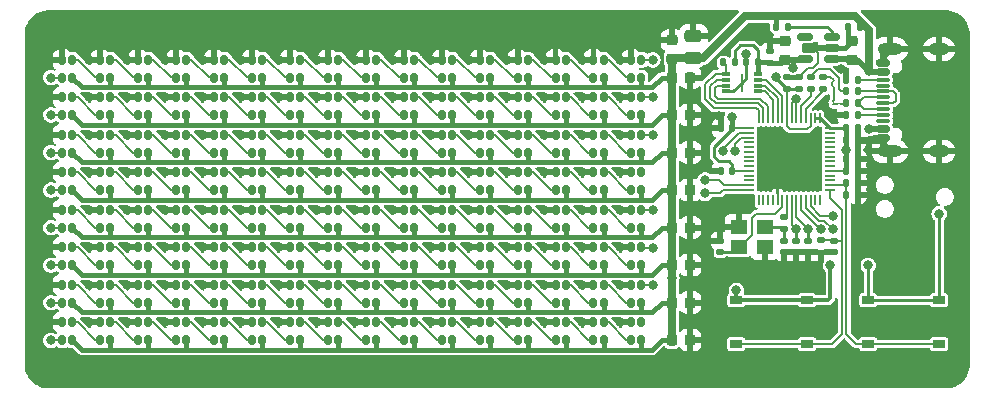
<source format=gtl>
G04 #@! TF.GenerationSoftware,KiCad,Pcbnew,8.0.1*
G04 #@! TF.CreationDate,2024-05-08T20:32:46+02:00*
G04 #@! TF.ProjectId,TGL_Board,54474c5f-426f-4617-9264-2e6b69636164,rev?*
G04 #@! TF.SameCoordinates,Original*
G04 #@! TF.FileFunction,Copper,L1,Top*
G04 #@! TF.FilePolarity,Positive*
%FSLAX46Y46*%
G04 Gerber Fmt 4.6, Leading zero omitted, Abs format (unit mm)*
G04 Created by KiCad (PCBNEW 8.0.1) date 2024-05-08 20:32:46*
%MOMM*%
%LPD*%
G01*
G04 APERTURE LIST*
G04 Aperture macros list*
%AMRoundRect*
0 Rectangle with rounded corners*
0 $1 Rounding radius*
0 $2 $3 $4 $5 $6 $7 $8 $9 X,Y pos of 4 corners*
0 Add a 4 corners polygon primitive as box body*
4,1,4,$2,$3,$4,$5,$6,$7,$8,$9,$2,$3,0*
0 Add four circle primitives for the rounded corners*
1,1,$1+$1,$2,$3*
1,1,$1+$1,$4,$5*
1,1,$1+$1,$6,$7*
1,1,$1+$1,$8,$9*
0 Add four rect primitives between the rounded corners*
20,1,$1+$1,$2,$3,$4,$5,0*
20,1,$1+$1,$4,$5,$6,$7,0*
20,1,$1+$1,$6,$7,$8,$9,0*
20,1,$1+$1,$8,$9,$2,$3,0*%
G04 Aperture macros list end*
G04 #@! TA.AperFunction,SMDPad,CuDef*
%ADD10RoundRect,0.162500X-0.162500X0.237500X-0.162500X-0.237500X0.162500X-0.237500X0.162500X0.237500X0*%
G04 #@! TD*
G04 #@! TA.AperFunction,SMDPad,CuDef*
%ADD11RoundRect,0.250000X-0.475000X0.250000X-0.475000X-0.250000X0.475000X-0.250000X0.475000X0.250000X0*%
G04 #@! TD*
G04 #@! TA.AperFunction,SMDPad,CuDef*
%ADD12RoundRect,0.140000X0.170000X-0.140000X0.170000X0.140000X-0.170000X0.140000X-0.170000X-0.140000X0*%
G04 #@! TD*
G04 #@! TA.AperFunction,SMDPad,CuDef*
%ADD13R,1.000000X0.700000*%
G04 #@! TD*
G04 #@! TA.AperFunction,SMDPad,CuDef*
%ADD14RoundRect,0.140000X0.140000X0.170000X-0.140000X0.170000X-0.140000X-0.170000X0.140000X-0.170000X0*%
G04 #@! TD*
G04 #@! TA.AperFunction,SMDPad,CuDef*
%ADD15RoundRect,0.140000X-0.170000X0.140000X-0.170000X-0.140000X0.170000X-0.140000X0.170000X0.140000X0*%
G04 #@! TD*
G04 #@! TA.AperFunction,SMDPad,CuDef*
%ADD16RoundRect,0.225000X0.225000X0.250000X-0.225000X0.250000X-0.225000X-0.250000X0.225000X-0.250000X0*%
G04 #@! TD*
G04 #@! TA.AperFunction,SMDPad,CuDef*
%ADD17RoundRect,0.135000X0.185000X-0.135000X0.185000X0.135000X-0.185000X0.135000X-0.185000X-0.135000X0*%
G04 #@! TD*
G04 #@! TA.AperFunction,SMDPad,CuDef*
%ADD18RoundRect,0.135000X0.135000X0.185000X-0.135000X0.185000X-0.135000X-0.185000X0.135000X-0.185000X0*%
G04 #@! TD*
G04 #@! TA.AperFunction,SMDPad,CuDef*
%ADD19RoundRect,0.135000X-0.135000X-0.185000X0.135000X-0.185000X0.135000X0.185000X-0.135000X0.185000X0*%
G04 #@! TD*
G04 #@! TA.AperFunction,SMDPad,CuDef*
%ADD20RoundRect,0.140000X-0.140000X-0.170000X0.140000X-0.170000X0.140000X0.170000X-0.140000X0.170000X0*%
G04 #@! TD*
G04 #@! TA.AperFunction,SMDPad,CuDef*
%ADD21RoundRect,0.150000X0.512500X0.150000X-0.512500X0.150000X-0.512500X-0.150000X0.512500X-0.150000X0*%
G04 #@! TD*
G04 #@! TA.AperFunction,SMDPad,CuDef*
%ADD22R,1.400000X1.200000*%
G04 #@! TD*
G04 #@! TA.AperFunction,SMDPad,CuDef*
%ADD23R,0.800000X0.300000*%
G04 #@! TD*
G04 #@! TA.AperFunction,SMDPad,CuDef*
%ADD24R,0.250000X1.650000*%
G04 #@! TD*
G04 #@! TA.AperFunction,SMDPad,CuDef*
%ADD25RoundRect,0.150000X0.425000X-0.150000X0.425000X0.150000X-0.425000X0.150000X-0.425000X-0.150000X0*%
G04 #@! TD*
G04 #@! TA.AperFunction,SMDPad,CuDef*
%ADD26RoundRect,0.075000X0.500000X-0.075000X0.500000X0.075000X-0.500000X0.075000X-0.500000X-0.075000X0*%
G04 #@! TD*
G04 #@! TA.AperFunction,ComponentPad*
%ADD27O,2.100000X1.000000*%
G04 #@! TD*
G04 #@! TA.AperFunction,ComponentPad*
%ADD28O,1.800000X1.000000*%
G04 #@! TD*
G04 #@! TA.AperFunction,SMDPad,CuDef*
%ADD29RoundRect,0.050000X-0.387500X-0.050000X0.387500X-0.050000X0.387500X0.050000X-0.387500X0.050000X0*%
G04 #@! TD*
G04 #@! TA.AperFunction,SMDPad,CuDef*
%ADD30RoundRect,0.050000X-0.050000X-0.387500X0.050000X-0.387500X0.050000X0.387500X-0.050000X0.387500X0*%
G04 #@! TD*
G04 #@! TA.AperFunction,SMDPad,CuDef*
%ADD31R,3.200000X3.200000*%
G04 #@! TD*
G04 #@! TA.AperFunction,SMDPad,CuDef*
%ADD32RoundRect,0.225000X-0.250000X0.225000X-0.250000X-0.225000X0.250000X-0.225000X0.250000X0.225000X0*%
G04 #@! TD*
G04 #@! TA.AperFunction,ViaPad*
%ADD33C,0.800000*%
G04 #@! TD*
G04 #@! TA.AperFunction,Conductor*
%ADD34C,0.200000*%
G04 #@! TD*
G04 #@! TA.AperFunction,Conductor*
%ADD35C,0.250000*%
G04 #@! TD*
G04 #@! TA.AperFunction,Conductor*
%ADD36C,0.400000*%
G04 #@! TD*
G04 #@! TA.AperFunction,Conductor*
%ADD37C,0.600000*%
G04 #@! TD*
G04 #@! TA.AperFunction,Conductor*
%ADD38C,0.300000*%
G04 #@! TD*
G04 #@! TA.AperFunction,Conductor*
%ADD39C,0.500000*%
G04 #@! TD*
G04 #@! TA.AperFunction,Conductor*
%ADD40C,0.700000*%
G04 #@! TD*
G04 APERTURE END LIST*
D10*
X134706800Y-43031700D03*
X134706800Y-41531700D03*
X133856800Y-41531700D03*
X133856800Y-43031700D03*
X102588800Y-33506700D03*
X102588800Y-32006700D03*
X101738800Y-32006700D03*
X101738800Y-33506700D03*
D11*
X155168600Y-20436800D03*
X155168600Y-22336800D03*
D10*
X109012400Y-39856700D03*
X109012400Y-38356700D03*
X108162400Y-38356700D03*
X108162400Y-39856700D03*
X147554000Y-39856700D03*
X147554000Y-38356700D03*
X146704000Y-38356700D03*
X146704000Y-39856700D03*
X128283200Y-46206700D03*
X128283200Y-44706700D03*
X127433200Y-44706700D03*
X127433200Y-46206700D03*
X121859600Y-43031700D03*
X121859600Y-41531700D03*
X121009600Y-41531700D03*
X121009600Y-43031700D03*
X121859600Y-36681700D03*
X121859600Y-35181700D03*
X121009600Y-35181700D03*
X121009600Y-36681700D03*
X121859600Y-27156700D03*
X121859600Y-25656700D03*
X121009600Y-25656700D03*
X121009600Y-27156700D03*
X147554000Y-46206700D03*
X147554000Y-44706700D03*
X146704000Y-44706700D03*
X146704000Y-46206700D03*
D12*
X164902000Y-38767400D03*
X164902000Y-37807400D03*
D10*
X137918600Y-46206700D03*
X137918600Y-44706700D03*
X137068600Y-44706700D03*
X137068600Y-46206700D03*
X141130400Y-33506700D03*
X141130400Y-32006700D03*
X140280400Y-32006700D03*
X140280400Y-33506700D03*
X150765800Y-30331700D03*
X150765800Y-28831700D03*
X149915800Y-28831700D03*
X149915800Y-30331700D03*
X147554000Y-23981700D03*
X147554000Y-22481700D03*
X146704000Y-22481700D03*
X146704000Y-23981700D03*
X144342200Y-36681700D03*
X144342200Y-35181700D03*
X143492200Y-35181700D03*
X143492200Y-36681700D03*
D13*
X158792400Y-42830000D03*
X164792400Y-42830000D03*
X158792400Y-46530000D03*
X164792400Y-46530000D03*
D10*
X128283200Y-27156700D03*
X128283200Y-25656700D03*
X127433200Y-25656700D03*
X127433200Y-27156700D03*
X144342200Y-33506700D03*
X144342200Y-32006700D03*
X143492200Y-32006700D03*
X143492200Y-33506700D03*
X102588800Y-46206700D03*
X102588800Y-44706700D03*
X101738800Y-44706700D03*
X101738800Y-46206700D03*
D14*
X169237600Y-19685000D03*
X168277600Y-19685000D03*
D10*
X128283200Y-23981700D03*
X128283200Y-22481700D03*
X127433200Y-22481700D03*
X127433200Y-23981700D03*
X105800600Y-46206700D03*
X105800600Y-44706700D03*
X104950600Y-44706700D03*
X104950600Y-46206700D03*
D15*
X161617600Y-21771600D03*
X161617600Y-22731600D03*
D10*
X137918600Y-36681700D03*
X137918600Y-35181700D03*
X137068600Y-35181700D03*
X137068600Y-36681700D03*
X137918600Y-33506700D03*
X137918600Y-32006700D03*
X137068600Y-32006700D03*
X137068600Y-33506700D03*
D16*
X154896200Y-46206700D03*
X153346200Y-46206700D03*
D10*
X125071400Y-23981700D03*
X125071400Y-22481700D03*
X124221400Y-22481700D03*
X124221400Y-23981700D03*
D17*
X165125400Y-24943400D03*
X165125400Y-23923400D03*
D10*
X131495000Y-23981700D03*
X131495000Y-22481700D03*
X130645000Y-22481700D03*
X130645000Y-23981700D03*
X141130400Y-43031700D03*
X141130400Y-41531700D03*
X140280400Y-41531700D03*
X140280400Y-43031700D03*
X115436000Y-46206700D03*
X115436000Y-44706700D03*
X114586000Y-44706700D03*
X114586000Y-46206700D03*
D17*
X165963600Y-38797400D03*
X165963600Y-37777400D03*
D10*
X137918600Y-27156700D03*
X137918600Y-25656700D03*
X137068600Y-25656700D03*
X137068600Y-27156700D03*
D18*
X169112600Y-32893000D03*
X168092600Y-32893000D03*
D19*
X162177000Y-19659600D03*
X163197000Y-19659600D03*
D10*
X131495000Y-43031700D03*
X131495000Y-41531700D03*
X130645000Y-41531700D03*
X130645000Y-43031700D03*
X144342200Y-27156700D03*
X144342200Y-25656700D03*
X143492200Y-25656700D03*
X143492200Y-27156700D03*
X134706800Y-33506700D03*
X134706800Y-32006700D03*
X133856800Y-32006700D03*
X133856800Y-33506700D03*
X141130400Y-30331700D03*
X141130400Y-28831700D03*
X140280400Y-28831700D03*
X140280400Y-30331700D03*
X128283200Y-43031700D03*
X128283200Y-41531700D03*
X127433200Y-41531700D03*
X127433200Y-43031700D03*
X144342200Y-30331700D03*
X144342200Y-28831700D03*
X143492200Y-28831700D03*
X143492200Y-30331700D03*
X102588800Y-39856700D03*
X102588800Y-38356700D03*
X101738800Y-38356700D03*
X101738800Y-39856700D03*
X128283200Y-39856700D03*
X128283200Y-38356700D03*
X127433200Y-38356700D03*
X127433200Y-39856700D03*
D16*
X154896200Y-23981700D03*
X153346200Y-23981700D03*
D10*
X137918600Y-30331700D03*
X137918600Y-28831700D03*
X137068600Y-28831700D03*
X137068600Y-30331700D03*
X137918600Y-23981700D03*
X137918600Y-22481700D03*
X137068600Y-22481700D03*
X137068600Y-23981700D03*
X125071400Y-43031700D03*
X125071400Y-41531700D03*
X124221400Y-41531700D03*
X124221400Y-43031700D03*
D17*
X162836800Y-36802600D03*
X162836800Y-35782600D03*
D10*
X115436000Y-39856700D03*
X115436000Y-38356700D03*
X114586000Y-38356700D03*
X114586000Y-39856700D03*
X147554000Y-36681700D03*
X147554000Y-35181700D03*
X146704000Y-35181700D03*
X146704000Y-36681700D03*
X150765800Y-27156700D03*
X150765800Y-25656700D03*
X149915800Y-25656700D03*
X149915800Y-27156700D03*
X102588800Y-23981700D03*
X102588800Y-22481700D03*
X101738800Y-22481700D03*
X101738800Y-23981700D03*
D12*
X157426600Y-38756400D03*
X157426600Y-37796400D03*
D10*
X150765800Y-46206700D03*
X150765800Y-44706700D03*
X149915800Y-44706700D03*
X149915800Y-46206700D03*
X141130400Y-27156700D03*
X141130400Y-25656700D03*
X140280400Y-25656700D03*
X140280400Y-27156700D03*
X118647800Y-46206700D03*
X118647800Y-44706700D03*
X117797800Y-44706700D03*
X117797800Y-46206700D03*
D20*
X157480000Y-31877000D03*
X158440000Y-31877000D03*
D21*
X166869900Y-22411600D03*
X166869900Y-21461600D03*
X166869900Y-20511600D03*
X164594900Y-20511600D03*
X164594900Y-22411600D03*
D10*
X144342200Y-39856700D03*
X144342200Y-38356700D03*
X143492200Y-38356700D03*
X143492200Y-39856700D03*
D22*
X161219000Y-36636400D03*
X159019000Y-36636400D03*
X159019000Y-38336400D03*
X161219000Y-38336400D03*
D10*
X118647800Y-30331700D03*
X118647800Y-28831700D03*
X117797800Y-28831700D03*
X117797800Y-30331700D03*
X112224200Y-33506700D03*
X112224200Y-32006700D03*
X111374200Y-32006700D03*
X111374200Y-33506700D03*
D19*
X168092600Y-25160000D03*
X169112600Y-25160000D03*
D10*
X102588800Y-27156700D03*
X102588800Y-25656700D03*
X101738800Y-25656700D03*
X101738800Y-27156700D03*
X137918600Y-43031700D03*
X137918600Y-41531700D03*
X137068600Y-41531700D03*
X137068600Y-43031700D03*
X121859600Y-39856700D03*
X121859600Y-38356700D03*
X121009600Y-38356700D03*
X121009600Y-39856700D03*
D12*
X163860600Y-38767400D03*
X163860600Y-37807400D03*
D10*
X150765800Y-23981700D03*
X150765800Y-22481700D03*
X149915800Y-22481700D03*
X149915800Y-23981700D03*
X147554000Y-33506700D03*
X147554000Y-32006700D03*
X146704000Y-32006700D03*
X146704000Y-33506700D03*
X115436000Y-33506700D03*
X115436000Y-32006700D03*
X114586000Y-32006700D03*
X114586000Y-33506700D03*
D15*
X164106800Y-23953400D03*
X164106800Y-24913400D03*
D10*
X134706800Y-36681700D03*
X134706800Y-35181700D03*
X133856800Y-35181700D03*
X133856800Y-36681700D03*
X105800600Y-43031700D03*
X105800600Y-41531700D03*
X104950600Y-41531700D03*
X104950600Y-43031700D03*
X109012400Y-30331700D03*
X109012400Y-28831700D03*
X108162400Y-28831700D03*
X108162400Y-30331700D03*
X141130400Y-23981700D03*
X141130400Y-22481700D03*
X140280400Y-22481700D03*
X140280400Y-23981700D03*
X144342200Y-23981700D03*
X144342200Y-22481700D03*
X143492200Y-22481700D03*
X143492200Y-23981700D03*
X141130400Y-39856700D03*
X141130400Y-38356700D03*
X140280400Y-38356700D03*
X140280400Y-39856700D03*
X141130400Y-46206700D03*
X141130400Y-44706700D03*
X140280400Y-44706700D03*
X140280400Y-46206700D03*
X105800600Y-30331700D03*
X105800600Y-28831700D03*
X104950600Y-28831700D03*
X104950600Y-30331700D03*
X105800600Y-23981700D03*
X105800600Y-22481700D03*
X104950600Y-22481700D03*
X104950600Y-23981700D03*
D20*
X168122600Y-29286200D03*
X169082600Y-29286200D03*
D10*
X109012400Y-27156700D03*
X109012400Y-25656700D03*
X108162400Y-25656700D03*
X108162400Y-27156700D03*
X112224200Y-27156700D03*
X112224200Y-25656700D03*
X111374200Y-25656700D03*
X111374200Y-27156700D03*
D23*
X157914300Y-23658000D03*
X157914300Y-24158000D03*
X157914300Y-24658000D03*
X157914300Y-25158000D03*
X160614300Y-25158000D03*
X160614300Y-24658000D03*
X160614300Y-24158000D03*
X160614300Y-23658000D03*
D24*
X159264300Y-24408000D03*
D10*
X147554000Y-30331700D03*
X147554000Y-28831700D03*
X146704000Y-28831700D03*
X146704000Y-30331700D03*
D15*
X162836800Y-37796400D03*
X162836800Y-38756400D03*
D10*
X144342200Y-43031700D03*
X144342200Y-41531700D03*
X143492200Y-41531700D03*
X143492200Y-43031700D03*
X134706800Y-23981700D03*
X134706800Y-22481700D03*
X133856800Y-22481700D03*
X133856800Y-23981700D03*
D15*
X163090300Y-23953400D03*
X163090300Y-24913400D03*
D10*
X112224200Y-43031700D03*
X112224200Y-41531700D03*
X111374200Y-41531700D03*
X111374200Y-43031700D03*
X102588800Y-36681700D03*
X102588800Y-35181700D03*
X101738800Y-35181700D03*
X101738800Y-36681700D03*
D16*
X154896200Y-39856700D03*
X153346200Y-39856700D03*
D10*
X125071400Y-46206700D03*
X125071400Y-44706700D03*
X124221400Y-44706700D03*
X124221400Y-46206700D03*
D18*
X169112600Y-24160000D03*
X168092600Y-24160000D03*
D25*
X171207000Y-29110000D03*
X171207000Y-28310000D03*
D26*
X171207000Y-27160000D03*
X171207000Y-26160000D03*
X171207000Y-25660000D03*
X171207000Y-24660000D03*
D25*
X171207000Y-23510000D03*
X171207000Y-22710000D03*
X171207000Y-22710000D03*
X171207000Y-23510000D03*
D26*
X171207000Y-24160000D03*
X171207000Y-25160000D03*
X171207000Y-26660000D03*
X171207000Y-27660000D03*
D25*
X171207000Y-28310000D03*
X171207000Y-29110000D03*
D27*
X171782000Y-30230000D03*
D28*
X175962000Y-30230000D03*
D27*
X171782000Y-21590000D03*
D28*
X175962000Y-21590000D03*
D10*
X137918600Y-39856700D03*
X137918600Y-38356700D03*
X137068600Y-38356700D03*
X137068600Y-39856700D03*
X112224200Y-39856700D03*
X112224200Y-38356700D03*
X111374200Y-38356700D03*
X111374200Y-39856700D03*
D29*
X159852800Y-28277000D03*
X159852800Y-28677000D03*
X159852800Y-29077000D03*
X159852800Y-29477000D03*
X159852800Y-29877000D03*
X159852800Y-30277000D03*
X159852800Y-30677000D03*
X159852800Y-31077000D03*
X159852800Y-31477000D03*
X159852800Y-31877000D03*
X159852800Y-32277000D03*
X159852800Y-32677000D03*
X159852800Y-33077000D03*
X159852800Y-33477000D03*
D30*
X160690300Y-34314500D03*
X161090300Y-34314500D03*
X161490300Y-34314500D03*
X161890300Y-34314500D03*
X162290300Y-34314500D03*
X162690300Y-34314500D03*
X163090300Y-34314500D03*
X163490300Y-34314500D03*
X163890300Y-34314500D03*
X164290300Y-34314500D03*
X164690300Y-34314500D03*
X165090300Y-34314500D03*
X165490300Y-34314500D03*
X165890300Y-34314500D03*
D29*
X166727800Y-33477000D03*
X166727800Y-33077000D03*
X166727800Y-32677000D03*
X166727800Y-32277000D03*
X166727800Y-31877000D03*
X166727800Y-31477000D03*
X166727800Y-31077000D03*
X166727800Y-30677000D03*
X166727800Y-30277000D03*
X166727800Y-29877000D03*
X166727800Y-29477000D03*
X166727800Y-29077000D03*
X166727800Y-28677000D03*
X166727800Y-28277000D03*
D30*
X165890300Y-27439500D03*
X165490300Y-27439500D03*
X165090300Y-27439500D03*
X164690300Y-27439500D03*
X164290300Y-27439500D03*
X163890300Y-27439500D03*
X163490300Y-27439500D03*
X163090300Y-27439500D03*
X162690300Y-27439500D03*
X162290300Y-27439500D03*
X161890300Y-27439500D03*
X161490300Y-27439500D03*
X161090300Y-27439500D03*
X160690300Y-27439500D03*
D31*
X163290300Y-30877000D03*
D10*
X131495000Y-27156700D03*
X131495000Y-25656700D03*
X130645000Y-25656700D03*
X130645000Y-27156700D03*
D16*
X154896200Y-36681700D03*
X153346200Y-36681700D03*
D19*
X168092600Y-26162000D03*
X169112600Y-26162000D03*
D10*
X150765800Y-39856700D03*
X150765800Y-38356700D03*
X149915800Y-38356700D03*
X149915800Y-39856700D03*
X121859600Y-23981700D03*
X121859600Y-22481700D03*
X121009600Y-22481700D03*
X121009600Y-23981700D03*
X115436000Y-36681700D03*
X115436000Y-35181700D03*
X114586000Y-35181700D03*
X114586000Y-36681700D03*
D16*
X154896200Y-43031700D03*
X153346200Y-43031700D03*
D18*
X169112600Y-27160000D03*
X168092600Y-27160000D03*
D10*
X115436000Y-43031700D03*
X115436000Y-41531700D03*
X114586000Y-41531700D03*
X114586000Y-43031700D03*
X150765800Y-43031700D03*
X150765800Y-41531700D03*
X149915800Y-41531700D03*
X149915800Y-43031700D03*
X128283200Y-33506700D03*
X128283200Y-32006700D03*
X127433200Y-32006700D03*
X127433200Y-33506700D03*
X134706800Y-30331700D03*
X134706800Y-28831700D03*
X133856800Y-28831700D03*
X133856800Y-30331700D03*
X131495000Y-33506700D03*
X131495000Y-32006700D03*
X130645000Y-32006700D03*
X130645000Y-33506700D03*
X112224200Y-36681700D03*
X112224200Y-35181700D03*
X111374200Y-35181700D03*
X111374200Y-36681700D03*
X134706800Y-27156700D03*
X134706800Y-25656700D03*
X133856800Y-25656700D03*
X133856800Y-27156700D03*
X131495000Y-30331700D03*
X131495000Y-28831700D03*
X130645000Y-28831700D03*
X130645000Y-30331700D03*
X102588800Y-43031700D03*
X102588800Y-41531700D03*
X101738800Y-41531700D03*
X101738800Y-43031700D03*
X105800600Y-39856700D03*
X105800600Y-38356700D03*
X104950600Y-38356700D03*
X104950600Y-39856700D03*
X109012400Y-36681700D03*
X109012400Y-35181700D03*
X108162400Y-35181700D03*
X108162400Y-36681700D03*
D14*
X169082600Y-33909000D03*
X168122600Y-33909000D03*
D10*
X112224200Y-30331700D03*
X112224200Y-28831700D03*
X111374200Y-28831700D03*
X111374200Y-30331700D03*
D14*
X169082600Y-28277000D03*
X168122600Y-28277000D03*
D10*
X121859600Y-33506700D03*
X121859600Y-32006700D03*
X121009600Y-32006700D03*
X121009600Y-33506700D03*
X134706800Y-46206700D03*
X134706800Y-44706700D03*
X133856800Y-44706700D03*
X133856800Y-46206700D03*
X112224200Y-46206700D03*
X112224200Y-44706700D03*
X111374200Y-44706700D03*
X111374200Y-46206700D03*
D16*
X154896200Y-33506700D03*
X153346200Y-33506700D03*
D10*
X128283200Y-30331700D03*
X128283200Y-28831700D03*
X127433200Y-28831700D03*
X127433200Y-30331700D03*
D13*
X169968400Y-42830000D03*
X175968400Y-42830000D03*
X169968400Y-46530000D03*
X175968400Y-46530000D03*
D10*
X115436000Y-30331700D03*
X115436000Y-28831700D03*
X114586000Y-28831700D03*
X114586000Y-30331700D03*
X105800600Y-27156700D03*
X105800600Y-25656700D03*
X104950600Y-25656700D03*
X104950600Y-27156700D03*
X121859600Y-46206700D03*
X121859600Y-44706700D03*
X121009600Y-44706700D03*
X121009600Y-46206700D03*
X105800600Y-36681700D03*
X105800600Y-35181700D03*
X104950600Y-35181700D03*
X104950600Y-36681700D03*
X131495000Y-39856700D03*
X131495000Y-38356700D03*
X130645000Y-38356700D03*
X130645000Y-39856700D03*
X105800600Y-33506700D03*
X105800600Y-32006700D03*
X104950600Y-32006700D03*
X104950600Y-33506700D03*
X118647800Y-33506700D03*
X118647800Y-32006700D03*
X117797800Y-32006700D03*
X117797800Y-33506700D03*
D16*
X154896200Y-27156700D03*
X153346200Y-27156700D03*
D14*
X169082600Y-31877000D03*
X168122600Y-31877000D03*
D32*
X162887600Y-20906600D03*
X162887600Y-22456600D03*
D12*
X167027800Y-38767400D03*
X167027800Y-37807400D03*
D10*
X109012400Y-46206700D03*
X109012400Y-44706700D03*
X108162400Y-44706700D03*
X108162400Y-46206700D03*
D14*
X160614300Y-22706200D03*
X159654300Y-22706200D03*
D10*
X134706800Y-39856700D03*
X134706800Y-38356700D03*
X133856800Y-38356700D03*
X133856800Y-39856700D03*
X102588800Y-30331700D03*
X102588800Y-28831700D03*
X101738800Y-28831700D03*
X101738800Y-30331700D03*
D20*
X157480000Y-28277000D03*
X158440000Y-28277000D03*
D10*
X125071400Y-39856700D03*
X125071400Y-38356700D03*
X124221400Y-38356700D03*
X124221400Y-39856700D03*
X131495000Y-46206700D03*
X131495000Y-44706700D03*
X130645000Y-44706700D03*
X130645000Y-46206700D03*
X115436000Y-27156700D03*
X115436000Y-25656700D03*
X114586000Y-25656700D03*
X114586000Y-27156700D03*
X144342200Y-46206700D03*
X144342200Y-44706700D03*
X143492200Y-44706700D03*
X143492200Y-46206700D03*
X112224200Y-23981700D03*
X112224200Y-22481700D03*
X111374200Y-22481700D03*
X111374200Y-23981700D03*
X141130400Y-36681700D03*
X141130400Y-35181700D03*
X140280400Y-35181700D03*
X140280400Y-36681700D03*
X125071400Y-27156700D03*
X125071400Y-25656700D03*
X124221400Y-25656700D03*
X124221400Y-27156700D03*
D32*
X153365200Y-20831800D03*
X153365200Y-22381800D03*
D10*
X150765800Y-33506700D03*
X150765800Y-32006700D03*
X149915800Y-32006700D03*
X149915800Y-33506700D03*
D17*
X166166800Y-24943400D03*
X166166800Y-23923400D03*
D10*
X118647800Y-27156700D03*
X118647800Y-25656700D03*
X117797800Y-25656700D03*
X117797800Y-27156700D03*
X125071400Y-30331700D03*
X125071400Y-28831700D03*
X124221400Y-28831700D03*
X124221400Y-30331700D03*
X150765800Y-36681700D03*
X150765800Y-35181700D03*
X149915800Y-35181700D03*
X149915800Y-36681700D03*
X115436000Y-23981700D03*
X115436000Y-22481700D03*
X114586000Y-22481700D03*
X114586000Y-23981700D03*
X118647800Y-23981700D03*
X118647800Y-22481700D03*
X117797800Y-22481700D03*
X117797800Y-23981700D03*
X118647800Y-39856700D03*
X118647800Y-38356700D03*
X117797800Y-38356700D03*
X117797800Y-39856700D03*
X121859600Y-30331700D03*
X121859600Y-28831700D03*
X121009600Y-28831700D03*
X121009600Y-30331700D03*
D32*
X168579800Y-20916600D03*
X168579800Y-22466600D03*
D10*
X125071400Y-33506700D03*
X125071400Y-32006700D03*
X124221400Y-32006700D03*
X124221400Y-33506700D03*
X109012400Y-43031700D03*
X109012400Y-41531700D03*
X108162400Y-41531700D03*
X108162400Y-43031700D03*
X118647800Y-36681700D03*
X118647800Y-35181700D03*
X117797800Y-35181700D03*
X117797800Y-36681700D03*
X131495000Y-36681700D03*
X131495000Y-35181700D03*
X130645000Y-35181700D03*
X130645000Y-36681700D03*
X147554000Y-43031700D03*
X147554000Y-41531700D03*
X146704000Y-41531700D03*
X146704000Y-43031700D03*
X125071400Y-36681700D03*
X125071400Y-35181700D03*
X124221400Y-35181700D03*
X124221400Y-36681700D03*
D16*
X154896200Y-30331700D03*
X153346200Y-30331700D03*
D19*
X157704000Y-22706200D03*
X158724000Y-22706200D03*
D10*
X109012400Y-23981700D03*
X109012400Y-22481700D03*
X108162400Y-22481700D03*
X108162400Y-23981700D03*
X128283200Y-36681700D03*
X128283200Y-35181700D03*
X127433200Y-35181700D03*
X127433200Y-36681700D03*
D14*
X169082600Y-30861000D03*
X168122600Y-30861000D03*
D10*
X109012400Y-33506700D03*
X109012400Y-32006700D03*
X108162400Y-32006700D03*
X108162400Y-33506700D03*
X118647800Y-43031700D03*
X118647800Y-41531700D03*
X117797800Y-41531700D03*
X117797800Y-43031700D03*
X147554000Y-27156700D03*
X147554000Y-25656700D03*
X146704000Y-25656700D03*
X146704000Y-27156700D03*
D33*
X142556400Y-28831656D03*
X172718400Y-44729400D03*
X132920550Y-35184312D03*
X107224950Y-38360640D03*
X123284700Y-22462900D03*
X100584000Y-35179000D03*
X104013000Y-28831656D03*
X139344450Y-41536968D03*
X110436900Y-22462900D03*
X159654300Y-20345400D03*
X120072750Y-38360640D03*
X148980300Y-32007984D03*
X148980300Y-22462900D03*
X145768350Y-22462900D03*
X107224950Y-32007984D03*
X132920550Y-41536968D03*
X126496650Y-44713300D03*
X139344450Y-22462900D03*
X107224950Y-28831656D03*
X161544000Y-43662600D03*
X163296600Y-33197800D03*
X154914600Y-41427400D03*
X139344450Y-35184312D03*
X166903400Y-27152600D03*
X129708600Y-22462900D03*
X104013000Y-25655328D03*
X120072750Y-41536968D03*
X120072750Y-44713300D03*
X167690800Y-23291800D03*
X116860800Y-22462900D03*
X113648850Y-28831656D03*
X139344450Y-44713300D03*
X132920550Y-44713300D03*
X139344450Y-25655328D03*
X132920550Y-32007984D03*
X126496650Y-28831656D03*
X120072750Y-32007984D03*
X110436900Y-35184312D03*
X163348700Y-40309800D03*
X126496650Y-41536968D03*
X107224950Y-22462900D03*
X148980300Y-35184312D03*
X116860800Y-44713300D03*
X126496650Y-32007984D03*
X113648850Y-22462900D03*
X123284700Y-35184312D03*
X129708600Y-44713300D03*
X142556400Y-41536968D03*
X142556400Y-35184312D03*
X145768350Y-25655328D03*
X120072750Y-22462900D03*
X104013000Y-35184312D03*
X145768350Y-32007984D03*
X157303200Y-27267000D03*
X142556400Y-44713300D03*
X154914600Y-38252400D03*
X113648850Y-32007984D03*
X116860800Y-25655328D03*
X104013000Y-41536968D03*
X157022800Y-19024600D03*
X110436900Y-28831656D03*
X145768350Y-28831656D03*
X160959800Y-30886400D03*
X126496650Y-35184312D03*
X160959800Y-28549600D03*
X142556400Y-38360640D03*
X100584000Y-44704000D03*
X136132500Y-25655328D03*
X132920550Y-28831656D03*
X132920550Y-38360640D03*
X165633400Y-33197800D03*
X165633400Y-28549600D03*
X154914600Y-47498000D03*
X113648850Y-38360640D03*
X104013000Y-44713300D03*
X116860800Y-32007984D03*
X148980300Y-44713300D03*
X123284700Y-32007984D03*
X113648850Y-35184312D03*
X145768350Y-38360640D03*
X107224950Y-41536968D03*
X116860800Y-35184312D03*
X136132500Y-22462900D03*
X136132500Y-44713300D03*
X129708600Y-25655328D03*
X107224950Y-25655328D03*
X107224950Y-35184312D03*
X100584000Y-38354000D03*
X139344450Y-38360640D03*
X160959800Y-33197800D03*
X154914600Y-25527000D03*
X126496650Y-38360640D03*
X100584000Y-28829000D03*
X104013000Y-32007984D03*
X113648850Y-44713300D03*
X123284700Y-41536968D03*
X169265600Y-38531800D03*
X142556400Y-22462900D03*
X132920550Y-25655328D03*
X132920550Y-22462900D03*
X123284700Y-25655328D03*
X100584000Y-32004000D03*
X116860800Y-38360640D03*
X120072750Y-35184312D03*
X110436900Y-25655328D03*
X169082600Y-35204400D03*
X148980300Y-25655328D03*
X123284700Y-38360640D03*
X123284700Y-28831656D03*
X142556400Y-32007984D03*
X139344450Y-32007984D03*
X104013000Y-22462900D03*
X136132500Y-28831656D03*
X116860800Y-41536968D03*
X157403800Y-36626800D03*
X129708600Y-38360640D03*
X116860800Y-28831656D03*
X154914600Y-35052000D03*
X159654300Y-21996400D03*
X136132500Y-38360640D03*
X100584000Y-25654000D03*
X110436900Y-32007984D03*
X142556400Y-25655328D03*
X148980300Y-41536968D03*
X126496650Y-22462900D03*
X123284700Y-44713300D03*
X104013000Y-38360640D03*
X139344450Y-28831656D03*
X145768350Y-35184312D03*
X120072750Y-28831656D03*
X110436900Y-44713300D03*
X110436900Y-41536968D03*
X136132500Y-35184312D03*
X148980300Y-28831656D03*
X154914600Y-44577000D03*
X136132500Y-32007984D03*
X155168600Y-19024600D03*
X129708600Y-41536968D03*
X107224950Y-44713300D03*
X145768350Y-44713300D03*
X129708600Y-35184312D03*
X100584000Y-41529000D03*
X113648850Y-25655328D03*
X110436900Y-38360640D03*
X165252400Y-21463000D03*
X148980300Y-38360640D03*
X129708600Y-28831656D03*
X154914600Y-31902400D03*
X153365200Y-19024600D03*
X154914600Y-28727400D03*
X126496650Y-25655328D03*
X129708600Y-32007984D03*
X166141400Y-26314400D03*
X171069000Y-39598600D03*
X100584000Y-22479000D03*
X136132500Y-41536968D03*
X113648850Y-41536968D03*
X145768350Y-41536968D03*
X161542400Y-45770800D03*
X165633400Y-30886400D03*
X120072750Y-25655328D03*
X164897125Y-36804600D03*
X162179000Y-23914000D03*
X168122600Y-30073600D03*
X163865505Y-25789916D03*
X169968400Y-39886400D03*
X166768353Y-39886047D03*
X175971200Y-35509200D03*
X163860600Y-36804600D03*
X163617521Y-23143044D03*
X158800800Y-41986200D03*
X158445200Y-27317800D03*
X170042000Y-28310000D03*
X153346200Y-40951200D03*
X170027600Y-23460000D03*
X156147683Y-32664400D03*
X100774000Y-23981700D03*
X156147683Y-33782000D03*
X100774000Y-36693049D03*
X100774000Y-27156700D03*
X151727243Y-22481700D03*
X100774000Y-30335483D03*
X151727243Y-25660483D03*
X100774000Y-33514266D03*
X151727243Y-28839266D03*
X151727243Y-35196832D03*
X100774000Y-39871832D03*
X151727243Y-41554398D03*
X100774000Y-46229398D03*
X166946153Y-36804600D03*
X166946153Y-35673253D03*
X165938200Y-36804600D03*
X157673797Y-30200600D03*
X158673800Y-30200600D03*
X151727243Y-38375615D03*
X100774000Y-43050615D03*
D34*
X132923250Y-38363340D02*
X133858150Y-38363340D01*
X120075450Y-32010684D02*
X121010350Y-32010684D01*
X148983000Y-32010684D02*
X149917900Y-32010684D01*
X126499350Y-28834356D02*
X127434250Y-28834356D01*
X175962000Y-21590000D02*
X171782000Y-21590000D01*
X116863500Y-32010684D02*
X117798400Y-32010684D01*
X120075450Y-25658028D02*
X121010350Y-25658028D01*
X132923250Y-41539668D02*
X133858150Y-41539668D01*
X148983000Y-41539668D02*
X149917900Y-41539668D01*
X145771050Y-41539668D02*
X146705950Y-41539668D01*
X116863500Y-35187012D02*
X117798400Y-35187012D01*
D35*
X157914300Y-25158000D02*
X158514300Y-25158000D01*
D34*
X116863500Y-22465600D02*
X117798400Y-22465600D01*
X107227650Y-38363340D02*
X108162550Y-38363340D01*
D36*
X168579800Y-20916600D02*
X168034800Y-21461600D01*
D34*
X116863500Y-28834356D02*
X117798400Y-28834356D01*
X145771050Y-38363340D02*
X146705950Y-38363340D01*
X162290300Y-34314500D02*
X162290300Y-31877000D01*
X139347150Y-44716000D02*
X140282050Y-44716000D01*
X116863500Y-38363340D02*
X117798400Y-38363340D01*
X113651550Y-41539668D02*
X114586450Y-41539668D01*
X113651550Y-28834356D02*
X114586450Y-28834356D01*
X126499350Y-35187012D02*
X127434250Y-35187012D01*
X113651550Y-25658028D02*
X114586450Y-25658028D01*
X148983000Y-25658028D02*
X149917900Y-25658028D01*
X104015700Y-22481700D02*
X104091900Y-22481700D01*
X132923250Y-35187012D02*
X133858150Y-35187012D01*
X110439600Y-28834356D02*
X111374500Y-28834356D01*
X104015700Y-22465600D02*
X104950600Y-22465600D01*
X126499350Y-44716000D02*
X127434250Y-44716000D01*
X142559100Y-44716000D02*
X143494000Y-44716000D01*
X123287400Y-38363340D02*
X124222300Y-38363340D01*
X120075450Y-22465600D02*
X121010350Y-22465600D01*
X145771050Y-32010684D02*
X146705950Y-32010684D01*
X120075450Y-28834356D02*
X121010350Y-28834356D01*
X145771050Y-44716000D02*
X146705950Y-44716000D01*
X107227650Y-44716000D02*
X108162550Y-44716000D01*
X107227650Y-41539668D02*
X108162550Y-41539668D01*
X164106800Y-23953400D02*
X164895400Y-23164800D01*
X110439600Y-44716000D02*
X111374500Y-44716000D01*
X104015700Y-28834356D02*
X104950600Y-28834356D01*
X139347150Y-38363340D02*
X140282050Y-38363340D01*
D36*
X168034800Y-21461600D02*
X166869900Y-21461600D01*
D34*
X139347150Y-25658028D02*
X140282050Y-25658028D01*
X110439600Y-25658028D02*
X111374500Y-25658028D01*
D35*
X159654300Y-21996400D02*
X159654300Y-22706200D01*
D34*
X139347150Y-41539668D02*
X140282050Y-41539668D01*
X161156600Y-28746400D02*
X160959800Y-28549600D01*
X126499350Y-38363340D02*
X127434250Y-38363340D01*
X113651550Y-44716000D02*
X114586450Y-44716000D01*
X120075450Y-44716000D02*
X121010350Y-44716000D01*
X145771050Y-35187012D02*
X146705950Y-35187012D01*
X126499350Y-32010684D02*
X127434250Y-32010684D01*
X113651550Y-35187012D02*
X114586450Y-35187012D01*
X142559100Y-22465600D02*
X143494000Y-22465600D01*
X142559100Y-35187012D02*
X143494000Y-35187012D01*
X126499350Y-25658028D02*
X127434250Y-25658028D01*
X165709600Y-22707600D02*
X165709600Y-21920200D01*
D37*
X171207000Y-22710000D02*
X171207000Y-22165000D01*
D34*
X145771050Y-22465600D02*
X146705950Y-22465600D01*
X110439600Y-32010684D02*
X111374500Y-32010684D01*
D37*
X171207000Y-29110000D02*
X171207000Y-29655000D01*
D34*
X148983000Y-28834356D02*
X149917900Y-28834356D01*
D35*
X159654300Y-22706200D02*
X159654300Y-24018000D01*
D34*
X148983000Y-22465600D02*
X149917900Y-22465600D01*
X165252400Y-23164800D02*
X165709600Y-22707600D01*
X139347150Y-28834356D02*
X140282050Y-28834356D01*
X107227650Y-22465600D02*
X108162550Y-22465600D01*
D36*
X168277600Y-20614400D02*
X168579800Y-20916600D01*
D34*
X142559100Y-25658028D02*
X143494000Y-25658028D01*
X107227650Y-35187012D02*
X108162550Y-35187012D01*
X129711300Y-32010684D02*
X130646200Y-32010684D01*
X107227650Y-32010684D02*
X108162550Y-32010684D01*
X123287400Y-35187012D02*
X124222300Y-35187012D01*
X116863500Y-41539668D02*
X117798400Y-41539668D01*
X129711300Y-44716000D02*
X130646200Y-44716000D01*
X123287400Y-32010684D02*
X124222300Y-32010684D01*
X145771050Y-28834356D02*
X146705950Y-28834356D01*
X129711300Y-38363340D02*
X130646200Y-38363340D01*
X120075450Y-38363340D02*
X121010350Y-38363340D01*
X120075450Y-35187012D02*
X121010350Y-35187012D01*
X126499350Y-22465600D02*
X127434250Y-22465600D01*
X104015700Y-32010684D02*
X104950600Y-32010684D01*
X104013000Y-22479000D02*
X104015700Y-22481700D01*
X107227650Y-28834356D02*
X108162550Y-28834356D01*
X164895400Y-23164800D02*
X165252400Y-23164800D01*
X129711300Y-28834356D02*
X130646200Y-28834356D01*
D35*
X159654300Y-24018000D02*
X159264300Y-24408000D01*
X159664400Y-21986300D02*
X159664400Y-21717000D01*
D37*
X171207000Y-29110000D02*
X171030800Y-29286200D01*
D34*
X142559100Y-28834356D02*
X143494000Y-28834356D01*
D36*
X168277600Y-19685000D02*
X168277600Y-20614400D01*
D34*
X123287400Y-44716000D02*
X124222300Y-44716000D01*
X129711300Y-22465600D02*
X130646200Y-22465600D01*
D37*
X171207000Y-22165000D02*
X171782000Y-21590000D01*
D34*
X139347150Y-35187012D02*
X140282050Y-35187012D01*
X113651550Y-22465600D02*
X114586450Y-22465600D01*
X116863500Y-25658028D02*
X117798400Y-25658028D01*
X107227650Y-25658028D02*
X108162550Y-25658028D01*
X113651550Y-32010684D02*
X114586450Y-32010684D01*
X132923250Y-44716000D02*
X133858150Y-44716000D01*
X136135200Y-38363340D02*
X137070100Y-38363340D01*
X148983000Y-44716000D02*
X149917900Y-44716000D01*
X104015700Y-25658028D02*
X104950600Y-25658028D01*
X129711300Y-25658028D02*
X130646200Y-25658028D01*
X104015700Y-44716000D02*
X104950600Y-44716000D01*
X139347150Y-22465600D02*
X140282050Y-22465600D01*
X162290300Y-31877000D02*
X163290300Y-30877000D01*
X165709600Y-21920200D02*
X165252400Y-21463000D01*
D37*
X171030800Y-29286200D02*
X169082600Y-29286200D01*
D34*
X113651550Y-38363340D02*
X114586450Y-38363340D01*
X129711300Y-35187012D02*
X130646200Y-35187012D01*
X132923250Y-25658028D02*
X133858150Y-25658028D01*
X142559100Y-32010684D02*
X143494000Y-32010684D01*
D35*
X158514300Y-25158000D02*
X159264300Y-24408000D01*
D34*
X142559100Y-38363340D02*
X143494000Y-38363340D01*
X142559100Y-41539668D02*
X143494000Y-41539668D01*
X136135200Y-44716000D02*
X137070100Y-44716000D01*
X132923250Y-28834356D02*
X133858150Y-28834356D01*
D35*
X159654300Y-21996400D02*
X159664400Y-21986300D01*
D34*
X123287400Y-22465600D02*
X124222300Y-22465600D01*
X136135200Y-32010684D02*
X137070100Y-32010684D01*
X136135200Y-22465600D02*
X137070100Y-22465600D01*
X139347150Y-32010684D02*
X140282050Y-32010684D01*
X116863500Y-44716000D02*
X117798400Y-44716000D01*
X104015700Y-41539668D02*
X104950600Y-41539668D01*
X123287400Y-28834356D02*
X124222300Y-28834356D01*
X136135200Y-25658028D02*
X137070100Y-25658028D01*
X136135200Y-35187012D02*
X137070100Y-35187012D01*
X120075450Y-41539668D02*
X121010350Y-41539668D01*
X110439600Y-38363340D02*
X111374500Y-38363340D01*
X175962000Y-30230000D02*
X171782000Y-30230000D01*
X148983000Y-35187012D02*
X149917900Y-35187012D01*
X110439600Y-22465600D02*
X111374500Y-22465600D01*
X132923250Y-22465600D02*
X133858150Y-22465600D01*
X129711300Y-41539668D02*
X130646200Y-41539668D01*
D37*
X171207000Y-29655000D02*
X171782000Y-30230000D01*
D34*
X126499350Y-41539668D02*
X127434250Y-41539668D01*
X123287400Y-25658028D02*
X124222300Y-25658028D01*
X110439600Y-35187012D02*
X111374500Y-35187012D01*
X148983000Y-38363340D02*
X149917900Y-38363340D01*
X123287400Y-41539668D02*
X124222300Y-41539668D01*
X110439600Y-41539668D02*
X111374500Y-41539668D01*
X104015700Y-38363340D02*
X104950600Y-38363340D01*
X136135200Y-41539668D02*
X137070100Y-41539668D01*
X104015700Y-35187012D02*
X104950600Y-35187012D01*
X165633400Y-28549600D02*
X165436600Y-28746400D01*
X145771050Y-25658028D02*
X146705950Y-25658028D01*
X136135200Y-28834356D02*
X137070100Y-28834356D01*
X132923250Y-32010684D02*
X133858150Y-32010684D01*
X162179000Y-23914000D02*
X162180300Y-23915300D01*
X164820600Y-28346400D02*
X163347400Y-28346400D01*
D35*
X164902000Y-36910750D02*
X164902000Y-37807400D01*
X162179000Y-23914000D02*
X162179000Y-24013590D01*
X162179000Y-24013590D02*
X163078810Y-24913400D01*
D34*
X162180300Y-23915300D02*
X162180300Y-24003400D01*
X163090300Y-27439500D02*
X163090300Y-24913400D01*
X164897125Y-36804600D02*
X164897125Y-36905875D01*
D35*
X163078810Y-24913400D02*
X163090300Y-24913400D01*
D34*
X163890300Y-35797775D02*
X163890300Y-34314500D01*
X163347400Y-28346400D02*
X163090300Y-28089300D01*
D35*
X163075336Y-24913400D02*
X164106800Y-24913400D01*
D34*
X163090300Y-28089300D02*
X163090300Y-27439500D01*
X164897125Y-36804600D02*
X163890300Y-35797775D01*
X165090300Y-28076700D02*
X164820600Y-28346400D01*
X164897125Y-36905875D02*
X164902000Y-36910750D01*
X165090300Y-27439500D02*
X165090300Y-28076700D01*
D35*
X158440000Y-31363800D02*
X158440000Y-31877000D01*
X166702800Y-28252000D02*
X168097600Y-28252000D01*
D36*
X161592200Y-22706200D02*
X161617600Y-22731600D01*
D34*
X164798000Y-42824400D02*
X164792400Y-42830000D01*
X163490300Y-36434300D02*
X163490300Y-34314500D01*
D36*
X162612600Y-22731600D02*
X162887600Y-22456600D01*
D38*
X158800800Y-42830000D02*
X158800800Y-41986200D01*
D36*
X168122600Y-28277000D02*
X168122600Y-29286200D01*
X158445200Y-28271800D02*
X158440000Y-28277000D01*
D35*
X163860600Y-36804600D02*
X163860600Y-37807400D01*
D34*
X158440000Y-28277000D02*
X159852800Y-28277000D01*
D35*
X158724000Y-22706200D02*
X158724000Y-21692200D01*
X160205000Y-21267000D02*
X160614300Y-21676300D01*
D34*
X163865505Y-25789916D02*
X163890300Y-25814711D01*
D35*
X158140400Y-31064200D02*
X158440000Y-31363800D01*
X158800800Y-42821600D02*
X158792400Y-42830000D01*
X160614300Y-21676300D02*
X160614300Y-22706200D01*
D36*
X162932600Y-22411600D02*
X162887600Y-22456600D01*
D35*
X175971200Y-35509200D02*
X175968400Y-35512000D01*
D36*
X160614300Y-22706200D02*
X161592200Y-22706200D01*
D35*
X158440000Y-28277000D02*
X158440000Y-28303334D01*
D38*
X166768353Y-39886047D02*
X166768353Y-42629247D01*
D34*
X158440000Y-31877000D02*
X159852800Y-31877000D01*
D36*
X164594900Y-22411600D02*
X163626800Y-22411600D01*
X163617521Y-22420879D02*
X163626800Y-22411600D01*
D35*
X175968400Y-35512000D02*
X175968400Y-42830000D01*
D36*
X158445200Y-27317800D02*
X158445200Y-28271800D01*
D34*
X163865505Y-25789916D02*
X163490300Y-26165121D01*
D36*
X168122600Y-30073600D02*
X168122600Y-31877000D01*
X161617600Y-22731600D02*
X162612600Y-22731600D01*
D35*
X156921200Y-29822134D02*
X156921200Y-30683200D01*
X156921200Y-30683200D02*
X157302200Y-31064200D01*
X158800800Y-41986200D02*
X158800800Y-42821600D01*
D38*
X166768353Y-42629247D02*
X166573200Y-42824400D01*
X164792400Y-42830000D02*
X158800800Y-42830000D01*
D35*
X175968400Y-42830000D02*
X169968400Y-42830000D01*
X157302200Y-31064200D02*
X158140400Y-31064200D01*
D36*
X160614300Y-23608000D02*
X160614300Y-22706200D01*
D35*
X158724000Y-21692200D02*
X159149200Y-21267000D01*
X169968400Y-39886400D02*
X169968400Y-42830000D01*
D39*
X164549900Y-22456600D02*
X164594900Y-22411600D01*
D35*
X165890300Y-27439500D02*
X165515300Y-27439500D01*
D39*
X162887600Y-22456600D02*
X164549900Y-22456600D01*
D38*
X166573200Y-42824400D02*
X164798000Y-42824400D01*
D34*
X163890300Y-25814711D02*
X163890300Y-27439500D01*
D35*
X159149200Y-21267000D02*
X160205000Y-21267000D01*
D36*
X163617521Y-23143044D02*
X163617521Y-22420879D01*
X163626800Y-22411600D02*
X162932600Y-22411600D01*
D34*
X166727800Y-31877000D02*
X168122600Y-31877000D01*
D36*
X168122600Y-30073600D02*
X168122600Y-29286200D01*
D34*
X163490300Y-26165121D02*
X163490300Y-27439500D01*
D35*
X158440000Y-28303334D02*
X156921200Y-29822134D01*
D36*
X162612351Y-22456600D02*
X162887600Y-22456600D01*
D34*
X163860600Y-36804600D02*
X163490300Y-36434300D01*
D36*
X161620200Y-22734200D02*
X161617600Y-22731600D01*
D35*
X165890300Y-27439500D02*
X166702800Y-28252000D01*
X168097600Y-28252000D02*
X168122600Y-28277000D01*
X162670600Y-36636400D02*
X162836800Y-36802600D01*
X162836800Y-36802600D02*
X162836800Y-37796400D01*
X161219000Y-36636400D02*
X162670600Y-36636400D01*
D34*
X160449200Y-35533200D02*
X160119000Y-35863400D01*
X160119000Y-35863400D02*
X160119000Y-37336400D01*
X162690300Y-34943100D02*
X162100200Y-35533200D01*
X162690300Y-34314500D02*
X162690300Y-34943100D01*
D35*
X157426600Y-38756400D02*
X158599000Y-38756400D01*
D34*
X162100200Y-35533200D02*
X160449200Y-35533200D01*
D35*
X158599000Y-38756400D02*
X159019000Y-38336400D01*
D34*
X159119000Y-38336400D02*
X159019000Y-38336400D01*
X160119000Y-37336400D02*
X159119000Y-38336400D01*
D40*
X155971200Y-22336800D02*
X155168600Y-22336800D01*
D36*
X150765800Y-30331700D02*
X150765800Y-31126500D01*
X125071400Y-39856700D02*
X125071400Y-40641100D01*
X118595500Y-24790400D02*
X115413700Y-24790400D01*
X141130400Y-36681700D02*
X141130400Y-37476900D01*
X150765800Y-43031700D02*
X150765800Y-43826500D01*
X125071400Y-23981700D02*
X125071400Y-24766100D01*
X137918600Y-30331700D02*
X137918600Y-31121300D01*
X147554000Y-39856700D02*
X147554000Y-40649300D01*
X125071400Y-46206700D02*
X125071400Y-46991100D01*
X112224200Y-43031700D02*
X112224200Y-43825900D01*
X109012400Y-39856700D02*
X109012400Y-40647300D01*
X152475000Y-46206700D02*
X153346200Y-46206700D01*
X134692300Y-24790400D02*
X134683000Y-24781100D01*
X137918600Y-43031700D02*
X137918600Y-43821300D01*
X150765800Y-27156700D02*
X150765800Y-27951500D01*
X147554000Y-46206700D02*
X147554000Y-46999300D01*
X102588800Y-39856700D02*
X103397500Y-40665400D01*
D39*
X169024600Y-22466600D02*
X170018000Y-23460000D01*
D36*
X121856000Y-24781100D02*
X121846700Y-24790400D01*
X141130400Y-24776900D02*
X141134600Y-24781100D01*
X141130400Y-33506700D02*
X141130400Y-34301900D01*
X121859600Y-46206700D02*
X121859600Y-47002500D01*
X147554000Y-43031700D02*
X147554000Y-43824300D01*
X115436000Y-33506700D02*
X115436000Y-34274500D01*
X150316398Y-24781100D02*
X150307098Y-24790400D01*
X150761200Y-24781100D02*
X150316398Y-24781100D01*
X137899500Y-24790400D02*
X134692300Y-24790400D01*
X150765800Y-24776500D02*
X150761200Y-24781100D01*
D39*
X170042000Y-28310000D02*
X171207000Y-28310000D01*
D36*
X105777800Y-24781100D02*
X105768500Y-24790400D01*
X137908800Y-24781100D02*
X137899500Y-24790400D01*
X131495000Y-46206700D02*
X131495000Y-46993700D01*
X147554000Y-36681700D02*
X147554000Y-37474300D01*
X147554000Y-24774300D02*
X147560800Y-24781100D01*
X103397500Y-34315400D02*
X151666300Y-34315400D01*
X162177000Y-18791600D02*
X162179000Y-18789600D01*
X144342200Y-23981700D02*
X144342200Y-24748500D01*
D40*
X153346200Y-23981700D02*
X153346200Y-33506700D01*
D36*
X131495000Y-36681700D02*
X131495000Y-37468700D01*
X121859600Y-39856700D02*
X121859600Y-40652500D01*
X118647800Y-23981700D02*
X118647800Y-24738100D01*
X112224200Y-27156700D02*
X112224200Y-27950900D01*
X112220100Y-24790400D02*
X109012900Y-24790400D01*
X151666300Y-34315400D02*
X152475000Y-33506700D01*
X137918600Y-24771300D02*
X137908800Y-24781100D01*
X109012900Y-24790400D02*
X109003600Y-24781100D01*
X147551500Y-24790400D02*
X144318900Y-24790400D01*
X128283200Y-46206700D02*
X128283200Y-47005100D01*
X103397500Y-40665400D02*
X151666300Y-40665400D01*
X134706800Y-33506700D02*
X134706800Y-34282300D01*
X105800600Y-39856700D02*
X105800600Y-40633300D01*
X152475000Y-23981700D02*
X153346200Y-23981700D01*
X118647800Y-33506700D02*
X118647800Y-34263100D01*
X109012400Y-24772300D02*
X109003600Y-24781100D01*
X141130400Y-39856700D02*
X141130400Y-40651900D01*
D40*
X162179000Y-18789600D02*
X159518400Y-18789600D01*
D36*
X118647800Y-36681700D02*
X118647800Y-37438100D01*
X147554000Y-27156700D02*
X147554000Y-27949300D01*
X131495000Y-30331700D02*
X131495000Y-31118700D01*
X152475000Y-27156700D02*
X153346200Y-27156700D01*
X141130400Y-46206700D02*
X141130400Y-47001900D01*
X108994300Y-24790400D02*
X105787100Y-24790400D01*
X144342200Y-24748500D02*
X144309600Y-24781100D01*
X137918600Y-33506700D02*
X137918600Y-34296300D01*
X103397500Y-27965400D02*
X151666300Y-27965400D01*
X151666300Y-31140400D02*
X152475000Y-30331700D01*
X121859600Y-30331700D02*
X121859600Y-31127500D01*
X103397500Y-43840400D02*
X151666300Y-43840400D01*
X118647800Y-30331700D02*
X118647800Y-31088100D01*
X115436000Y-27156700D02*
X115436000Y-27924500D01*
X103397500Y-47015400D02*
X151666300Y-47015400D01*
X128283200Y-43031700D02*
X128283200Y-43830100D01*
X102588800Y-33506700D02*
X103397500Y-34315400D01*
X109012400Y-33506700D02*
X109012400Y-34297300D01*
X147554000Y-33506700D02*
X147554000Y-34299300D01*
D39*
X170018000Y-23460000D02*
X170027600Y-23460000D01*
D36*
X151666300Y-24790400D02*
X152475000Y-23981700D01*
X134673700Y-24790400D02*
X131491900Y-24790400D01*
D40*
X168852800Y-18789600D02*
X162179000Y-18789600D01*
D36*
X112224200Y-39856700D02*
X112224200Y-40650900D01*
X121846700Y-24790400D02*
X118614100Y-24790400D01*
X118647800Y-24738100D02*
X118604800Y-24781100D01*
X112224200Y-30331700D02*
X112224200Y-31125900D01*
X125071400Y-36681700D02*
X125071400Y-37466100D01*
X147570100Y-24790400D02*
X147560800Y-24781100D01*
X121865300Y-24790400D02*
X121856000Y-24781100D01*
X109012400Y-23981700D02*
X109012400Y-24772300D01*
X128283200Y-23981700D02*
X128283200Y-24780100D01*
X151666300Y-40665400D02*
X152475000Y-39856700D01*
X144309600Y-24781100D02*
X144300300Y-24790400D01*
X134706800Y-46206700D02*
X134706800Y-46982300D01*
X105768500Y-24790400D02*
X103397500Y-24790400D01*
X137918600Y-23981700D02*
X137918600Y-24771300D01*
D39*
X166869900Y-22411600D02*
X168524800Y-22411600D01*
D36*
X147554000Y-23981700D02*
X147554000Y-24774300D01*
X125071400Y-24766100D02*
X125056400Y-24781100D01*
X131495000Y-39856700D02*
X131495000Y-40643700D01*
X105800600Y-23981700D02*
X105800600Y-24758300D01*
D40*
X170027600Y-23460000D02*
X170027600Y-19964400D01*
D36*
X134706800Y-36681700D02*
X134706800Y-37457300D01*
X105800600Y-27156700D02*
X105800600Y-27933300D01*
X134706800Y-23981700D02*
X134706800Y-24757300D01*
X121859600Y-43031700D02*
X121859600Y-43827500D01*
X128291500Y-24790400D02*
X128282200Y-24781100D01*
X112224200Y-46206700D02*
X112224200Y-47000900D01*
D40*
X153410200Y-22336800D02*
X153365200Y-22381800D01*
D36*
X109003600Y-24781100D02*
X108994300Y-24790400D01*
X125071400Y-27156700D02*
X125071400Y-27941100D01*
X128283200Y-30331700D02*
X128283200Y-31130100D01*
X103397500Y-37490400D02*
X151666300Y-37490400D01*
X118614100Y-24790400D02*
X118604800Y-24781100D01*
X115404400Y-24781100D02*
X115395100Y-24790400D01*
X147554000Y-30331700D02*
X147554000Y-31124300D01*
D35*
X170042000Y-28310000D02*
X170027600Y-28324400D01*
D40*
X153346200Y-40951200D02*
X153346200Y-34620200D01*
D36*
X144342200Y-33506700D02*
X144342200Y-34273500D01*
X131491900Y-24790400D02*
X131482600Y-24781100D01*
X128283200Y-33506700D02*
X128283200Y-34305100D01*
X118647800Y-39856700D02*
X118647800Y-40613100D01*
X125065700Y-24790400D02*
X125056400Y-24781100D01*
X125071400Y-30331700D02*
X125071400Y-31116100D01*
X118647800Y-43031700D02*
X118647800Y-43788100D01*
X125056400Y-24781100D02*
X125047100Y-24790400D01*
X152475000Y-43031700D02*
X153346200Y-43031700D01*
X131495000Y-23981700D02*
X131495000Y-24768700D01*
X128283200Y-27156700D02*
X128283200Y-27955100D01*
X144342200Y-30331700D02*
X144342200Y-31098500D01*
X144318900Y-24790400D02*
X144309600Y-24781100D01*
X121859600Y-36681700D02*
X121859600Y-37477500D01*
X109012400Y-27156700D02*
X109012400Y-27947300D01*
X144342200Y-36681700D02*
X144342200Y-37448500D01*
D39*
X168524800Y-22411600D02*
X168579800Y-22466600D01*
D36*
X105787100Y-24790400D02*
X105777800Y-24781100D01*
X150765800Y-39856700D02*
X150765800Y-40651500D01*
X134683000Y-24781100D02*
X134673700Y-24790400D01*
X152475000Y-33506700D02*
X153346200Y-33506700D01*
X150325698Y-24790400D02*
X151666300Y-24790400D01*
X128283200Y-39856700D02*
X128283200Y-40655100D01*
X144342200Y-27156700D02*
X144342200Y-27923500D01*
X144300300Y-24790400D02*
X141143900Y-24790400D01*
X115395100Y-24790400D02*
X112238700Y-24790400D01*
X144342200Y-46206700D02*
X144342200Y-46973500D01*
X137918600Y-39856700D02*
X137918600Y-40646300D01*
X118604800Y-24781100D02*
X118595500Y-24790400D01*
D40*
X153365200Y-23962700D02*
X153346200Y-23981700D01*
D36*
X128282200Y-24781100D02*
X128272900Y-24790400D01*
X131473300Y-24790400D02*
X128291500Y-24790400D01*
X121859600Y-33506700D02*
X121859600Y-34302500D01*
X109012400Y-36681700D02*
X109012400Y-37472300D01*
X131495000Y-43031700D02*
X131495000Y-43818700D01*
X141143900Y-24790400D02*
X141134600Y-24781100D01*
X141130400Y-27156700D02*
X141130400Y-27951900D01*
X162177000Y-19659600D02*
X162177000Y-18791600D01*
D40*
X153346200Y-34620200D02*
X153346200Y-33506700D01*
D36*
X141125300Y-24790400D02*
X137918100Y-24790400D01*
X134706800Y-39856700D02*
X134706800Y-40632300D01*
X125071400Y-43031700D02*
X125071400Y-43816100D01*
X109012400Y-46206700D02*
X109012400Y-46997300D01*
X131482600Y-24781100D02*
X131473300Y-24790400D01*
X105800600Y-43031700D02*
X105800600Y-43808300D01*
X112224200Y-36681700D02*
X112224200Y-37475900D01*
X112224200Y-24775900D02*
X112229400Y-24781100D01*
X118647800Y-46206700D02*
X118647800Y-46963100D01*
X150316398Y-24781100D02*
X150325698Y-24790400D01*
X128272900Y-24790400D02*
X125065700Y-24790400D01*
X125071400Y-33506700D02*
X125071400Y-34291100D01*
X125047100Y-24790400D02*
X121865300Y-24790400D01*
X115413700Y-24790400D02*
X115404400Y-24781100D01*
D39*
X170077600Y-23510000D02*
X170027600Y-23460000D01*
D36*
X134706800Y-30331700D02*
X134706800Y-31107300D01*
D40*
X159518400Y-18789600D02*
X155971200Y-22336800D01*
D34*
X169293000Y-19659600D02*
X169316400Y-19659600D01*
D36*
X115436000Y-39856700D02*
X115436000Y-40624500D01*
X137918100Y-24790400D02*
X137908800Y-24781100D01*
X152475000Y-39856700D02*
X153346200Y-39856700D01*
X102588800Y-36681700D02*
X103397500Y-37490400D01*
X150765800Y-36681700D02*
X150765800Y-37476500D01*
X128283200Y-36681700D02*
X128283200Y-37480100D01*
X103397500Y-24790400D02*
X102588800Y-23981700D01*
X131495000Y-24768700D02*
X131482600Y-24781100D01*
X105800600Y-36681700D02*
X105800600Y-37458300D01*
X152475000Y-36681700D02*
X153346200Y-36681700D01*
X134706800Y-24757300D02*
X134683000Y-24781100D01*
X102588800Y-27156700D02*
X103397500Y-27965400D01*
X144342200Y-43031700D02*
X144342200Y-43798500D01*
X105800600Y-30331700D02*
X105800600Y-31108300D01*
D39*
X168579800Y-22466600D02*
X169024600Y-22466600D01*
X171207000Y-23510000D02*
X170077600Y-23510000D01*
D40*
X153365200Y-22381800D02*
X153365200Y-23962700D01*
D36*
X115436000Y-24749500D02*
X115404400Y-24781100D01*
X151666300Y-37490400D02*
X152475000Y-36681700D01*
X105800600Y-24758300D02*
X105777800Y-24781100D01*
X141134600Y-24781100D02*
X141125300Y-24790400D01*
X115436000Y-23981700D02*
X115436000Y-24749500D01*
X144342200Y-39856700D02*
X144342200Y-40623500D01*
X150765800Y-23981700D02*
X150765800Y-24776500D01*
X112224200Y-23981700D02*
X112224200Y-24775900D01*
X121859600Y-27156700D02*
X121859600Y-27952500D01*
X151666300Y-43840400D02*
X152475000Y-43031700D01*
X141130400Y-23981700D02*
X141130400Y-24776900D01*
X103397500Y-31140400D02*
X151666300Y-31140400D01*
X150765800Y-33506700D02*
X150765800Y-34301500D01*
X102588800Y-43031700D02*
X103397500Y-43840400D01*
X151666300Y-27965400D02*
X152475000Y-27156700D01*
D40*
X170027600Y-19964400D02*
X168852800Y-18789600D01*
X153346200Y-40951200D02*
X153346200Y-46206700D01*
D36*
X141130400Y-43031700D02*
X141130400Y-43826900D01*
X109012400Y-30331700D02*
X109012400Y-31122300D01*
X109012400Y-43031700D02*
X109012400Y-43822300D01*
X112229400Y-24781100D02*
X112220100Y-24790400D01*
X128283200Y-24780100D02*
X128282200Y-24781100D01*
X134706800Y-27156700D02*
X134706800Y-27932300D01*
X105800600Y-46206700D02*
X105800600Y-46983300D01*
X137918600Y-27156700D02*
X137918600Y-27946300D01*
X152475000Y-30331700D02*
X153346200Y-30331700D01*
X115436000Y-36681700D02*
X115436000Y-37449500D01*
X115436000Y-46206700D02*
X115436000Y-46974500D01*
X137918600Y-36681700D02*
X137918600Y-37471300D01*
X141130400Y-30331700D02*
X141130400Y-31126900D01*
X147560800Y-24781100D02*
X147551500Y-24790400D01*
X115436000Y-43031700D02*
X115436000Y-43799500D01*
X131495000Y-27156700D02*
X131495000Y-27943700D01*
X121859600Y-23981700D02*
X121859600Y-24777500D01*
X151666300Y-47015400D02*
X152475000Y-46206700D01*
X121859600Y-24777500D02*
X121856000Y-24781100D01*
X150765800Y-46206700D02*
X150765800Y-47001500D01*
X115436000Y-30331700D02*
X115436000Y-31099500D01*
D39*
X153352200Y-46200700D02*
X153346200Y-46206700D01*
D36*
X118647800Y-27156700D02*
X118647800Y-27913100D01*
X150307098Y-24790400D02*
X147570100Y-24790400D01*
X137918600Y-46206700D02*
X137918600Y-46996300D01*
X112224200Y-33506700D02*
X112224200Y-34300900D01*
X112238700Y-24790400D02*
X112229400Y-24781100D01*
X131495000Y-33506700D02*
X131495000Y-34293700D01*
D40*
X155168600Y-22336800D02*
X153410200Y-22336800D01*
D36*
X134706800Y-43031700D02*
X134706800Y-43807300D01*
X102588800Y-30331700D02*
X103397500Y-31140400D01*
X105800600Y-33506700D02*
X105800600Y-34283300D01*
X102588800Y-46206700D02*
X103397500Y-47015400D01*
D34*
X156147683Y-32664400D02*
X157327150Y-32664400D01*
X157327150Y-32664400D02*
X157739750Y-33077000D01*
X100774000Y-23981700D02*
X101738800Y-23981700D01*
X157739750Y-33077000D02*
X159852800Y-33077000D01*
X157708800Y-33477000D02*
X159852800Y-33477000D01*
X100774000Y-36693049D02*
X101738800Y-36693049D01*
X156146251Y-33783432D02*
X156147683Y-33782000D01*
X157403800Y-33782000D02*
X157708800Y-33477000D01*
X156147683Y-33782000D02*
X157403800Y-33782000D01*
X147992400Y-38363340D02*
X149492400Y-39863340D01*
X147556100Y-38363340D02*
X147992400Y-38363340D01*
X149492400Y-39863340D02*
X149917900Y-39863340D01*
X119084850Y-22465600D02*
X120584850Y-23965600D01*
X118648550Y-22465600D02*
X119084850Y-22465600D01*
X120584850Y-23965600D02*
X121010350Y-23965600D01*
X123796800Y-23965600D02*
X124222300Y-23965600D01*
X121860500Y-22465600D02*
X122296800Y-22465600D01*
X122296800Y-22465600D02*
X123796800Y-23965600D01*
X125072450Y-22465600D02*
X125508750Y-22465600D01*
X125508750Y-22465600D02*
X127008750Y-23965600D01*
X127008750Y-23965600D02*
X127434250Y-23965600D01*
X141132200Y-38363340D02*
X141568500Y-38363340D01*
X143068500Y-39863340D02*
X143494000Y-39863340D01*
X141568500Y-38363340D02*
X143068500Y-39863340D01*
X144780450Y-38363340D02*
X146280450Y-39863340D01*
X144344150Y-38363340D02*
X144780450Y-38363340D01*
X146280450Y-39863340D02*
X146705950Y-39863340D01*
X104525100Y-43039668D02*
X104950600Y-43039668D01*
X103025100Y-41539668D02*
X104525100Y-43039668D01*
X102588800Y-41539668D02*
X103025100Y-41539668D01*
X102588800Y-22465600D02*
X103025100Y-22465600D01*
X103025100Y-22465600D02*
X104525100Y-23965600D01*
X104525100Y-23965600D02*
X104950600Y-23965600D01*
X107737050Y-23965600D02*
X108162550Y-23965600D01*
X106237050Y-22465600D02*
X107737050Y-23965600D01*
X105800750Y-22465600D02*
X106237050Y-22465600D01*
X109012700Y-22465600D02*
X109449000Y-22465600D01*
X110949000Y-23965600D02*
X111374500Y-23965600D01*
X109449000Y-22465600D02*
X110949000Y-23965600D01*
X114160950Y-23965600D02*
X114586450Y-23965600D01*
X112224650Y-22465600D02*
X112660950Y-22465600D01*
X112660950Y-22465600D02*
X114160950Y-23965600D01*
X117372900Y-23965600D02*
X117798400Y-23965600D01*
X115436600Y-22465600D02*
X115872900Y-22465600D01*
X115872900Y-22465600D02*
X117372900Y-23965600D01*
X128720700Y-22465600D02*
X130220700Y-23965600D01*
X128284400Y-22465600D02*
X128720700Y-22465600D01*
X130220700Y-23965600D02*
X130646200Y-23965600D01*
X131932650Y-22465600D02*
X133432650Y-23965600D01*
X131496350Y-22465600D02*
X131932650Y-22465600D01*
X133432650Y-23965600D02*
X133858150Y-23965600D01*
X136644600Y-23965600D02*
X137070100Y-23965600D01*
X134708300Y-22465600D02*
X135144600Y-22465600D01*
X135144600Y-22465600D02*
X136644600Y-23965600D01*
X139856550Y-23965600D02*
X140282050Y-23965600D01*
X138356550Y-22465600D02*
X139856550Y-23965600D01*
X137920250Y-22465600D02*
X138356550Y-22465600D01*
X141568500Y-22465600D02*
X143068500Y-23965600D01*
X141132200Y-22465600D02*
X141568500Y-22465600D01*
X143068500Y-23965600D02*
X143494000Y-23965600D01*
X144780450Y-22465600D02*
X146280450Y-23965600D01*
X144344150Y-22465600D02*
X144780450Y-22465600D01*
X146280450Y-23965600D02*
X146705950Y-23965600D01*
X149492400Y-23965600D02*
X149917900Y-23965600D01*
X147992400Y-22465600D02*
X149492400Y-23965600D01*
X147556100Y-22465600D02*
X147992400Y-22465600D01*
X100774000Y-27156700D02*
X101738800Y-27156700D01*
X151727243Y-22481700D02*
X150765800Y-22481700D01*
X104525100Y-27158028D02*
X104950600Y-27158028D01*
X102588800Y-25658028D02*
X103025100Y-25658028D01*
X103025100Y-25658028D02*
X104525100Y-27158028D01*
X106237050Y-25658028D02*
X107737050Y-27158028D01*
X107737050Y-27158028D02*
X108162550Y-27158028D01*
X105800750Y-25658028D02*
X106237050Y-25658028D01*
X110949000Y-27158028D02*
X111374500Y-27158028D01*
X109449000Y-25658028D02*
X110949000Y-27158028D01*
X109012700Y-25658028D02*
X109449000Y-25658028D01*
X114160950Y-27158028D02*
X114586450Y-27158028D01*
X112660950Y-25658028D02*
X114160950Y-27158028D01*
X112224650Y-25658028D02*
X112660950Y-25658028D01*
X115872900Y-25658028D02*
X117372900Y-27158028D01*
X117372900Y-27158028D02*
X117798400Y-27158028D01*
X115436600Y-25658028D02*
X115872900Y-25658028D01*
X120584850Y-27158028D02*
X121010350Y-27158028D01*
X118648550Y-25658028D02*
X119084850Y-25658028D01*
X119084850Y-25658028D02*
X120584850Y-27158028D01*
X123796800Y-27158028D02*
X124222300Y-27158028D01*
X122296800Y-25658028D02*
X123796800Y-27158028D01*
X121860500Y-25658028D02*
X122296800Y-25658028D01*
X125072450Y-25658028D02*
X125508750Y-25658028D01*
X127008750Y-27158028D02*
X127434250Y-27158028D01*
X125508750Y-25658028D02*
X127008750Y-27158028D01*
X130220700Y-27158028D02*
X130646200Y-27158028D01*
X128284400Y-25658028D02*
X128720700Y-25658028D01*
X128720700Y-25658028D02*
X130220700Y-27158028D01*
X131932650Y-25658028D02*
X133432650Y-27158028D01*
X131496350Y-25658028D02*
X131932650Y-25658028D01*
X133432650Y-27158028D02*
X133858150Y-27158028D01*
X134708300Y-25658028D02*
X135144600Y-25658028D01*
X135144600Y-25658028D02*
X136644600Y-27158028D01*
X136644600Y-27158028D02*
X137070100Y-27158028D01*
X138356550Y-25658028D02*
X139856550Y-27158028D01*
X137920250Y-25658028D02*
X138356550Y-25658028D01*
X139856550Y-27158028D02*
X140282050Y-27158028D01*
X141568500Y-25658028D02*
X143068500Y-27158028D01*
X141132200Y-25658028D02*
X141568500Y-25658028D01*
X143068500Y-27158028D02*
X143494000Y-27158028D01*
X146280450Y-27158028D02*
X146705950Y-27158028D01*
X144780450Y-25658028D02*
X146280450Y-27158028D01*
X144344150Y-25658028D02*
X144780450Y-25658028D01*
X149492400Y-27158028D02*
X149917900Y-27158028D01*
X147992400Y-25658028D02*
X149492400Y-27158028D01*
X147556100Y-25658028D02*
X147992400Y-25658028D01*
X100774000Y-30335483D02*
X101738800Y-30335483D01*
X151727243Y-25660483D02*
X150765800Y-25660483D01*
X102588800Y-28834356D02*
X103025100Y-28834356D01*
X103025100Y-28834356D02*
X104525100Y-30334356D01*
X104525100Y-30334356D02*
X104950600Y-30334356D01*
X106237050Y-28834356D02*
X107737050Y-30334356D01*
X107737050Y-30334356D02*
X108162550Y-30334356D01*
X105800750Y-28834356D02*
X106237050Y-28834356D01*
X110949000Y-30334356D02*
X111374500Y-30334356D01*
X109012700Y-28834356D02*
X109449000Y-28834356D01*
X109449000Y-28834356D02*
X110949000Y-30334356D01*
X112660950Y-28834356D02*
X114160950Y-30334356D01*
X114160950Y-30334356D02*
X114586450Y-30334356D01*
X112224650Y-28834356D02*
X112660950Y-28834356D01*
X115872900Y-28834356D02*
X117372900Y-30334356D01*
X115436600Y-28834356D02*
X115872900Y-28834356D01*
X117372900Y-30334356D02*
X117798400Y-30334356D01*
X119084850Y-28834356D02*
X120584850Y-30334356D01*
X120584850Y-30334356D02*
X121010350Y-30334356D01*
X118648550Y-28834356D02*
X119084850Y-28834356D01*
X123796800Y-30334356D02*
X124222300Y-30334356D01*
X121860500Y-28834356D02*
X122296800Y-28834356D01*
X122296800Y-28834356D02*
X123796800Y-30334356D01*
X125072450Y-28834356D02*
X125508750Y-28834356D01*
X127008750Y-30334356D02*
X127434250Y-30334356D01*
X125508750Y-28834356D02*
X127008750Y-30334356D01*
X128284400Y-28834356D02*
X128720700Y-28834356D01*
X130220700Y-30334356D02*
X130646200Y-30334356D01*
X128720700Y-28834356D02*
X130220700Y-30334356D01*
X131496350Y-28834356D02*
X131932650Y-28834356D01*
X133432650Y-30334356D02*
X133858150Y-30334356D01*
X131932650Y-28834356D02*
X133432650Y-30334356D01*
X134708300Y-28834356D02*
X135144600Y-28834356D01*
X136644600Y-30334356D02*
X137070100Y-30334356D01*
X135144600Y-28834356D02*
X136644600Y-30334356D01*
X139856550Y-30334356D02*
X140282050Y-30334356D01*
X138356550Y-28834356D02*
X139856550Y-30334356D01*
X137920250Y-28834356D02*
X138356550Y-28834356D01*
X143068500Y-30334356D02*
X143494000Y-30334356D01*
X141132200Y-28834356D02*
X141568500Y-28834356D01*
X141568500Y-28834356D02*
X143068500Y-30334356D01*
X144780450Y-28834356D02*
X146280450Y-30334356D01*
X144344150Y-28834356D02*
X144780450Y-28834356D01*
X146280450Y-30334356D02*
X146705950Y-30334356D01*
X149492400Y-30334356D02*
X149917900Y-30334356D01*
X147556100Y-28834356D02*
X147992400Y-28834356D01*
X147992400Y-28834356D02*
X149492400Y-30334356D01*
X100774000Y-33514266D02*
X101738800Y-33514266D01*
X151727243Y-28839266D02*
X150765800Y-28839266D01*
X103025100Y-32010684D02*
X104525100Y-33510684D01*
X104525100Y-33510684D02*
X104950600Y-33510684D01*
X102588800Y-32010684D02*
X103025100Y-32010684D01*
X105800750Y-32010684D02*
X106237050Y-32010684D01*
X107737050Y-33510684D02*
X108162550Y-33510684D01*
X106237050Y-32010684D02*
X107737050Y-33510684D01*
X109012700Y-32010684D02*
X109449000Y-32010684D01*
X109449000Y-32010684D02*
X110949000Y-33510684D01*
X110949000Y-33510684D02*
X111374500Y-33510684D01*
X112660950Y-32010684D02*
X114160950Y-33510684D01*
X112224650Y-32010684D02*
X112660950Y-32010684D01*
X114160950Y-33510684D02*
X114586450Y-33510684D01*
X115436600Y-32010684D02*
X115872900Y-32010684D01*
X117372900Y-33510684D02*
X117798400Y-33510684D01*
X115872900Y-32010684D02*
X117372900Y-33510684D01*
X118648550Y-32010684D02*
X119084850Y-32010684D01*
X119084850Y-32010684D02*
X120584850Y-33510684D01*
X120584850Y-33510684D02*
X121010350Y-33510684D01*
X123796800Y-33510684D02*
X124222300Y-33510684D01*
X121860500Y-32010684D02*
X122296800Y-32010684D01*
X122296800Y-32010684D02*
X123796800Y-33510684D01*
X127008750Y-33510684D02*
X127434250Y-33510684D01*
X125072450Y-32010684D02*
X125508750Y-32010684D01*
X125508750Y-32010684D02*
X127008750Y-33510684D01*
X128720700Y-32010684D02*
X130220700Y-33510684D01*
X128284400Y-32010684D02*
X128720700Y-32010684D01*
X130220700Y-33510684D02*
X130646200Y-33510684D01*
X131496350Y-32010684D02*
X131932650Y-32010684D01*
X131932650Y-32010684D02*
X133432650Y-33510684D01*
X133432650Y-33510684D02*
X133858150Y-33510684D01*
X135144600Y-32010684D02*
X136644600Y-33510684D01*
X136644600Y-33510684D02*
X137070100Y-33510684D01*
X134708300Y-32010684D02*
X135144600Y-32010684D01*
X138356550Y-32010684D02*
X139856550Y-33510684D01*
X139856550Y-33510684D02*
X140282050Y-33510684D01*
X137920250Y-32010684D02*
X138356550Y-32010684D01*
X141568500Y-32010684D02*
X143068500Y-33510684D01*
X141132200Y-32010684D02*
X141568500Y-32010684D01*
X143068500Y-33510684D02*
X143494000Y-33510684D01*
X144780450Y-32010684D02*
X146280450Y-33510684D01*
X146280450Y-33510684D02*
X146705950Y-33510684D01*
X144344150Y-32010684D02*
X144780450Y-32010684D01*
X147992400Y-32010684D02*
X149492400Y-33510684D01*
X147556100Y-32010684D02*
X147992400Y-32010684D01*
X149492400Y-33510684D02*
X149917900Y-33510684D01*
X103025100Y-35187012D02*
X104525100Y-36687012D01*
X102588800Y-35187012D02*
X103025100Y-35187012D01*
X104525100Y-36687012D02*
X104950600Y-36687012D01*
X106237050Y-35187012D02*
X107737050Y-36687012D01*
X105800750Y-35187012D02*
X106237050Y-35187012D01*
X107737050Y-36687012D02*
X108162550Y-36687012D01*
X147992400Y-44716000D02*
X149492400Y-46216000D01*
X149492400Y-46216000D02*
X149917900Y-46216000D01*
X147556100Y-44716000D02*
X147992400Y-44716000D01*
X109012700Y-35187012D02*
X109449000Y-35187012D01*
X109449000Y-35187012D02*
X110949000Y-36687012D01*
X110949000Y-36687012D02*
X111374500Y-36687012D01*
X112224650Y-35187012D02*
X112660950Y-35187012D01*
X112660950Y-35187012D02*
X114160950Y-36687012D01*
X114160950Y-36687012D02*
X114586450Y-36687012D01*
X115436600Y-35187012D02*
X115872900Y-35187012D01*
X117372900Y-36687012D02*
X117798400Y-36687012D01*
X115872900Y-35187012D02*
X117372900Y-36687012D01*
X118648550Y-35187012D02*
X119084850Y-35187012D01*
X119084850Y-35187012D02*
X120584850Y-36687012D01*
X120584850Y-36687012D02*
X121010350Y-36687012D01*
X122296800Y-35187012D02*
X123796800Y-36687012D01*
X123796800Y-36687012D02*
X124222300Y-36687012D01*
X121860500Y-35187012D02*
X122296800Y-35187012D01*
X125508750Y-35187012D02*
X127008750Y-36687012D01*
X127008750Y-36687012D02*
X127434250Y-36687012D01*
X125072450Y-35187012D02*
X125508750Y-35187012D01*
X130220700Y-36687012D02*
X130646200Y-36687012D01*
X128720700Y-35187012D02*
X130220700Y-36687012D01*
X128284400Y-35187012D02*
X128720700Y-35187012D01*
X131496350Y-35187012D02*
X131932650Y-35187012D01*
X131932650Y-35187012D02*
X133432650Y-36687012D01*
X133432650Y-36687012D02*
X133858150Y-36687012D01*
X136644600Y-36687012D02*
X137070100Y-36687012D01*
X134708300Y-35187012D02*
X135144600Y-35187012D01*
X135144600Y-35187012D02*
X136644600Y-36687012D01*
X139856550Y-36687012D02*
X140282050Y-36687012D01*
X138356550Y-35187012D02*
X139856550Y-36687012D01*
X137920250Y-35187012D02*
X138356550Y-35187012D01*
X141568500Y-35187012D02*
X143068500Y-36687012D01*
X141132200Y-35187012D02*
X141568500Y-35187012D01*
X143068500Y-36687012D02*
X143494000Y-36687012D01*
X144344150Y-35187012D02*
X144780450Y-35187012D01*
X144780450Y-35187012D02*
X146280450Y-36687012D01*
X146280450Y-36687012D02*
X146705950Y-36687012D01*
X149492400Y-36687012D02*
X149917900Y-36687012D01*
X147556100Y-35187012D02*
X147992400Y-35187012D01*
X147992400Y-35187012D02*
X149492400Y-36687012D01*
X100774000Y-39871832D02*
X101738800Y-39871832D01*
X151727243Y-35196832D02*
X150765800Y-35196832D01*
X102588800Y-38363340D02*
X103025100Y-38363340D01*
X103025100Y-38363340D02*
X104525100Y-39863340D01*
X104525100Y-39863340D02*
X104950600Y-39863340D01*
X107737050Y-39863340D02*
X108162550Y-39863340D01*
X106237050Y-38363340D02*
X107737050Y-39863340D01*
X105800750Y-38363340D02*
X106237050Y-38363340D01*
X110949000Y-39863340D02*
X111374500Y-39863340D01*
X109449000Y-38363340D02*
X110949000Y-39863340D01*
X109012700Y-38363340D02*
X109449000Y-38363340D01*
X112660950Y-38363340D02*
X114160950Y-39863340D01*
X114160950Y-39863340D02*
X114586450Y-39863340D01*
X112224650Y-38363340D02*
X112660950Y-38363340D01*
X115872900Y-38363340D02*
X117372900Y-39863340D01*
X117372900Y-39863340D02*
X117798400Y-39863340D01*
X115436600Y-38363340D02*
X115872900Y-38363340D01*
X118648550Y-38363340D02*
X119084850Y-38363340D01*
X119084850Y-38363340D02*
X120584850Y-39863340D01*
X120584850Y-39863340D02*
X121010350Y-39863340D01*
X123796800Y-39863340D02*
X124222300Y-39863340D01*
X122296800Y-38363340D02*
X123796800Y-39863340D01*
X121860500Y-38363340D02*
X122296800Y-38363340D01*
X125508750Y-38363340D02*
X127008750Y-39863340D01*
X125072450Y-38363340D02*
X125508750Y-38363340D01*
X127008750Y-39863340D02*
X127434250Y-39863340D01*
X128720700Y-38363340D02*
X130220700Y-39863340D01*
X130220700Y-39863340D02*
X130646200Y-39863340D01*
X128284400Y-38363340D02*
X128720700Y-38363340D01*
X131932650Y-38363340D02*
X133432650Y-39863340D01*
X131496350Y-38363340D02*
X131932650Y-38363340D01*
X133432650Y-39863340D02*
X133858150Y-39863340D01*
X134708300Y-38363340D02*
X135144600Y-38363340D01*
X135144600Y-38363340D02*
X136644600Y-39863340D01*
X136644600Y-39863340D02*
X137070100Y-39863340D01*
X138356550Y-38363340D02*
X139856550Y-39863340D01*
X137920250Y-38363340D02*
X138356550Y-38363340D01*
X139856550Y-39863340D02*
X140282050Y-39863340D01*
X109449000Y-41539668D02*
X110949000Y-43039668D01*
X110949000Y-43039668D02*
X111374500Y-43039668D01*
X109012700Y-41539668D02*
X109449000Y-41539668D01*
X114160950Y-43039668D02*
X114586450Y-43039668D01*
X112224650Y-41539668D02*
X112660950Y-41539668D01*
X112660950Y-41539668D02*
X114160950Y-43039668D01*
X115436600Y-41539668D02*
X115872900Y-41539668D01*
X117372900Y-43039668D02*
X117798400Y-43039668D01*
X115872900Y-41539668D02*
X117372900Y-43039668D01*
X118648550Y-41539668D02*
X119084850Y-41539668D01*
X120584850Y-43039668D02*
X121010350Y-43039668D01*
X119084850Y-41539668D02*
X120584850Y-43039668D01*
X123796800Y-43039668D02*
X124222300Y-43039668D01*
X122296800Y-41539668D02*
X123796800Y-43039668D01*
X121860500Y-41539668D02*
X122296800Y-41539668D01*
X127008750Y-43039668D02*
X127434250Y-43039668D01*
X125508750Y-41539668D02*
X127008750Y-43039668D01*
X125072450Y-41539668D02*
X125508750Y-41539668D01*
X128720700Y-41539668D02*
X130220700Y-43039668D01*
X130220700Y-43039668D02*
X130646200Y-43039668D01*
X128284400Y-41539668D02*
X128720700Y-41539668D01*
X131932650Y-41539668D02*
X133432650Y-43039668D01*
X131496350Y-41539668D02*
X131932650Y-41539668D01*
X133432650Y-43039668D02*
X133858150Y-43039668D01*
X136644600Y-43039668D02*
X137070100Y-43039668D01*
X134708300Y-41539668D02*
X135144600Y-41539668D01*
X135144600Y-41539668D02*
X136644600Y-43039668D01*
X137920250Y-41539668D02*
X138356550Y-41539668D01*
X139856550Y-43039668D02*
X140282050Y-43039668D01*
X138356550Y-41539668D02*
X139856550Y-43039668D01*
X141568500Y-41539668D02*
X143068500Y-43039668D01*
X141132200Y-41539668D02*
X141568500Y-41539668D01*
X143068500Y-43039668D02*
X143494000Y-43039668D01*
X144780450Y-41539668D02*
X146280450Y-43039668D01*
X144344150Y-41539668D02*
X144780450Y-41539668D01*
X146280450Y-43039668D02*
X146705950Y-43039668D01*
X147556100Y-41539668D02*
X147992400Y-41539668D01*
X149492400Y-43039668D02*
X149917900Y-43039668D01*
X147992400Y-41539668D02*
X149492400Y-43039668D01*
X100774000Y-46229398D02*
X101738800Y-46229398D01*
X151727243Y-41554398D02*
X150765800Y-41554398D01*
X102588800Y-44716000D02*
X103025100Y-44716000D01*
X103025100Y-44716000D02*
X104525100Y-46216000D01*
X104525100Y-46216000D02*
X104950600Y-46216000D01*
X105800750Y-44716000D02*
X106237050Y-44716000D01*
X106237050Y-44716000D02*
X107737050Y-46216000D01*
X107737050Y-46216000D02*
X108162550Y-46216000D01*
X109449000Y-44716000D02*
X110949000Y-46216000D01*
X110949000Y-46216000D02*
X111374500Y-46216000D01*
X109012700Y-44716000D02*
X109449000Y-44716000D01*
X112660950Y-44716000D02*
X114160950Y-46216000D01*
X114160950Y-46216000D02*
X114586450Y-46216000D01*
X112224650Y-44716000D02*
X112660950Y-44716000D01*
X115872900Y-44716000D02*
X117372900Y-46216000D01*
X117372900Y-46216000D02*
X117798400Y-46216000D01*
X115436600Y-44716000D02*
X115872900Y-44716000D01*
X120584850Y-46216000D02*
X121010350Y-46216000D01*
X119084850Y-44716000D02*
X120584850Y-46216000D01*
X118648550Y-44716000D02*
X119084850Y-44716000D01*
X122296800Y-44716000D02*
X123796800Y-46216000D01*
X123796800Y-46216000D02*
X124222300Y-46216000D01*
X121860500Y-44716000D02*
X122296800Y-44716000D01*
X125072450Y-44716000D02*
X125508750Y-44716000D01*
X127008750Y-46216000D02*
X127434250Y-46216000D01*
X125508750Y-44716000D02*
X127008750Y-46216000D01*
X157070628Y-23658000D02*
X156163000Y-24565628D01*
X157914300Y-23658000D02*
X157914300Y-22916500D01*
X156893201Y-26567000D02*
X160500000Y-26567000D01*
X157914300Y-22916500D02*
X157704000Y-22706200D01*
X157914300Y-23658000D02*
X157070628Y-23658000D01*
X160690300Y-26757300D02*
X160690300Y-27439500D01*
X156163000Y-25836798D02*
X156893201Y-26567000D01*
X156163000Y-24565628D02*
X156163000Y-25836798D01*
X160500000Y-26567000D02*
X160690300Y-26757300D01*
X161090300Y-26591614D02*
X160665686Y-26167000D01*
X156563000Y-24731314D02*
X157136314Y-24158000D01*
X157136314Y-24158000D02*
X157914300Y-24158000D01*
X161090300Y-27439500D02*
X161090300Y-26591614D01*
X157058886Y-26167000D02*
X156563000Y-25671113D01*
X156563000Y-25671113D02*
X156563000Y-24731314D01*
X160665686Y-26167000D02*
X157058886Y-26167000D01*
X157202000Y-24658000D02*
X156963000Y-24897000D01*
X160831372Y-25767000D02*
X161490300Y-26425929D01*
X161490300Y-26425929D02*
X161490300Y-27439500D01*
X156963000Y-24897000D02*
X156963000Y-25505428D01*
X157224572Y-25767000D02*
X160831372Y-25767000D01*
X157914300Y-24658000D02*
X157202000Y-24658000D01*
X156963000Y-25505428D02*
X157224572Y-25767000D01*
X161890300Y-25849686D02*
X161890300Y-27439500D01*
X161198614Y-25158000D02*
X161890300Y-25849686D01*
X160614300Y-25158000D02*
X161198614Y-25158000D01*
X161264300Y-24658000D02*
X162290300Y-25684000D01*
X162290300Y-25684000D02*
X162290300Y-27439500D01*
X160614300Y-24658000D02*
X161264300Y-24658000D01*
X162690300Y-25518314D02*
X162690300Y-27439500D01*
X160614300Y-24158000D02*
X161329986Y-24158000D01*
X161329986Y-24158000D02*
X162690300Y-25518314D01*
X166254200Y-36104600D02*
X165778486Y-36104600D01*
X166946153Y-36796553D02*
X166254200Y-36104600D01*
X164690300Y-35016414D02*
X164690300Y-34314500D01*
X165778486Y-36104600D02*
X164690300Y-35016414D01*
X165901172Y-35661600D02*
X165090300Y-34850728D01*
X166956429Y-35673253D02*
X166946153Y-35673253D01*
X166934500Y-35661600D02*
X165901172Y-35661600D01*
X166946153Y-35673253D02*
X166934500Y-35661600D01*
X165090300Y-34850728D02*
X165090300Y-34314500D01*
X165912800Y-36804600D02*
X164290300Y-35182100D01*
X164290300Y-35182100D02*
X164290300Y-34314500D01*
X165938200Y-36804600D02*
X165912800Y-36804600D01*
X163090300Y-34314500D02*
X163090300Y-35529100D01*
X163090300Y-35529100D02*
X162836800Y-35782600D01*
X159044134Y-28677000D02*
X159852800Y-28677000D01*
X157673797Y-30200600D02*
X157673797Y-30047337D01*
X157673797Y-30047337D02*
X159044134Y-28677000D01*
X158673800Y-30200600D02*
X158673800Y-29613020D01*
X158673800Y-29613020D02*
X159209820Y-29077000D01*
X159209820Y-29077000D02*
X159852800Y-29077000D01*
X130220700Y-46216000D02*
X130646200Y-46216000D01*
X128720700Y-44716000D02*
X130220700Y-46216000D01*
X128284400Y-44716000D02*
X128720700Y-44716000D01*
X133432650Y-46216000D02*
X133858150Y-46216000D01*
X131932650Y-44716000D02*
X133432650Y-46216000D01*
X131496350Y-44716000D02*
X131932650Y-44716000D01*
X165042934Y-24913400D02*
X165122800Y-24913400D01*
X165125400Y-24943400D02*
X165125400Y-25519972D01*
X165125400Y-25519972D02*
X164290300Y-26355072D01*
X164290300Y-26355072D02*
X164290300Y-27439500D01*
X166700199Y-23291800D02*
X167462200Y-24053801D01*
X165125400Y-23857486D02*
X165691086Y-23291800D01*
X167654000Y-25160000D02*
X168120600Y-25160000D01*
X167462200Y-24053801D02*
X167462200Y-24968200D01*
X167462200Y-24968200D02*
X167654000Y-25160000D01*
X165691086Y-23291800D02*
X166700199Y-23291800D01*
X165125400Y-23923400D02*
X165125400Y-23857486D01*
X169140600Y-24160000D02*
X171207000Y-24160000D01*
X169112600Y-27160000D02*
X171207000Y-27160000D01*
D35*
X166480800Y-19659600D02*
X166869900Y-20048700D01*
X166869900Y-20048700D02*
X166869900Y-20511600D01*
X163197000Y-19659600D02*
X166480800Y-19659600D01*
D34*
X166166800Y-24943400D02*
X166166800Y-25146000D01*
X166166800Y-25146000D02*
X164690300Y-26622500D01*
X164690300Y-26622500D02*
X164690300Y-27439500D01*
X167288955Y-26231370D02*
X167288954Y-26231371D01*
X167006113Y-26231372D02*
X167006112Y-26231371D01*
X167288954Y-26231371D02*
X167345041Y-26175283D01*
X167062199Y-25892443D02*
X167062200Y-25892442D01*
X167062200Y-24819486D02*
X167062200Y-25019486D01*
X168095200Y-26187400D02*
X168120600Y-26162000D01*
X167640000Y-26187400D02*
X168095200Y-26187400D01*
X167627883Y-26175283D02*
X167640000Y-26187400D01*
X166766114Y-23923400D02*
X167062200Y-24219486D01*
X167627884Y-26175284D02*
X167627883Y-26175283D01*
X166862200Y-24419486D02*
X166862200Y-24619486D01*
X166166800Y-23923400D02*
X166766114Y-23923400D01*
X167062200Y-25019486D02*
X167062200Y-25609600D01*
X167062200Y-25892442D02*
X167006112Y-25948529D01*
X166962200Y-24319486D02*
G75*
G03*
X166862186Y-24419486I0J-100014D01*
G01*
X167062199Y-25609601D02*
G75*
G02*
X167062177Y-25892421I-141399J-141399D01*
G01*
X167345041Y-26175283D02*
G75*
G02*
X167627922Y-26175246I141459J-141417D01*
G01*
X166962200Y-24719486D02*
G75*
G02*
X167062214Y-24819486I0J-100014D01*
G01*
X167006112Y-26231371D02*
G75*
G03*
X167288922Y-26231337I141388J141471D01*
G01*
X167006113Y-25948530D02*
G75*
G03*
X167006164Y-26231321I141387J-141370D01*
G01*
X166862200Y-24619486D02*
G75*
G03*
X166962200Y-24719500I100000J-14D01*
G01*
X167062200Y-24219486D02*
G75*
G02*
X166962200Y-24319500I-100000J-14D01*
G01*
X134708300Y-44716000D02*
X135144600Y-44716000D01*
X136644600Y-46216000D02*
X137070100Y-46216000D01*
X135144600Y-44716000D02*
X136644600Y-46216000D01*
X139856550Y-46216000D02*
X140282050Y-46216000D01*
X138356550Y-44716000D02*
X139856550Y-46216000D01*
X137920250Y-44716000D02*
X138356550Y-44716000D01*
X143068500Y-46216000D02*
X143494000Y-46216000D01*
X141132200Y-44716000D02*
X141568500Y-44716000D01*
X141568500Y-44716000D02*
X143068500Y-46216000D01*
X144344150Y-44716000D02*
X144780450Y-44716000D01*
X144780450Y-44716000D02*
X146280450Y-46216000D01*
X146280450Y-46216000D02*
X146705950Y-46216000D01*
X169614600Y-25660000D02*
X169112600Y-26162000D01*
X169610600Y-26660000D02*
X171207000Y-26660000D01*
X171207000Y-25660000D02*
X169614600Y-25660000D01*
X169112600Y-26162000D02*
X169610600Y-26660000D01*
X172313600Y-25400000D02*
X172313600Y-25933400D01*
X172313600Y-25933400D02*
X172087000Y-26160000D01*
X171207000Y-25160000D02*
X172073600Y-25160000D01*
X169140600Y-25160000D02*
X171207000Y-25160000D01*
X172087000Y-26160000D02*
X171207000Y-26160000D01*
X172073600Y-25160000D02*
X172313600Y-25400000D01*
X151727243Y-38375615D02*
X150765800Y-38375615D01*
X100774000Y-43050615D02*
X101738800Y-43050615D01*
X105800750Y-41539668D02*
X106237050Y-41539668D01*
X106237050Y-41539668D02*
X107737050Y-43039668D01*
X107737050Y-43039668D02*
X108162550Y-43039668D01*
X166727800Y-33077000D02*
X167908600Y-33077000D01*
X168092600Y-33879000D02*
X168122600Y-33909000D01*
X168092600Y-32893000D02*
X168092600Y-33879000D01*
X175968400Y-46530000D02*
X169968400Y-46530000D01*
X168122600Y-45732700D02*
X168919900Y-46530000D01*
X168919900Y-46530000D02*
X169968400Y-46530000D01*
X168122600Y-33909000D02*
X168122600Y-45732700D01*
X167908600Y-33077000D02*
X168092600Y-32893000D01*
X164792400Y-46530000D02*
X158792400Y-46530000D01*
X167027800Y-37807400D02*
X167665400Y-37807400D01*
X166906200Y-46530000D02*
X164792400Y-46530000D01*
X167665400Y-37807400D02*
X167716200Y-37756600D01*
X166997800Y-37777400D02*
X167027800Y-37807400D01*
X167716200Y-35179000D02*
X167716200Y-37756600D01*
X166727800Y-33477000D02*
X166727800Y-34190600D01*
X165963600Y-37777400D02*
X166997800Y-37777400D01*
X167716200Y-45720000D02*
X166906200Y-46530000D01*
X166727800Y-34190600D02*
X167716200Y-35179000D01*
X167716200Y-37756600D02*
X167716200Y-45720000D01*
G04 #@! TA.AperFunction,Conductor*
G36*
X176562818Y-18288004D02*
G01*
X176698934Y-18290332D01*
X176711352Y-18291329D01*
X176981565Y-18330262D01*
X176995379Y-18333274D01*
X177256468Y-18410107D01*
X177269720Y-18415061D01*
X177517184Y-18528343D01*
X177529593Y-18535136D01*
X177758366Y-18682548D01*
X177769683Y-18691044D01*
X177975091Y-18869571D01*
X177985084Y-18879597D01*
X178162934Y-19085595D01*
X178171392Y-19096940D01*
X178318044Y-19326192D01*
X178324800Y-19338630D01*
X178437261Y-19586457D01*
X178442174Y-19599732D01*
X178518143Y-19861067D01*
X178521112Y-19874907D01*
X178559151Y-20145234D01*
X178560108Y-20157662D01*
X178561990Y-20293948D01*
X178561999Y-20295315D01*
X178561999Y-48286455D01*
X178561950Y-48289561D01*
X178557650Y-48426567D01*
X178556487Y-48438902D01*
X178513386Y-48711863D01*
X178510194Y-48725622D01*
X178428940Y-48988848D01*
X178423821Y-49002014D01*
X178305934Y-49250993D01*
X178298994Y-49263295D01*
X178146878Y-49492958D01*
X178138258Y-49504147D01*
X177955002Y-49709831D01*
X177944877Y-49719681D01*
X177734219Y-49897186D01*
X177722796Y-49905494D01*
X177489016Y-50051217D01*
X177476526Y-50057815D01*
X177224389Y-50168782D01*
X177211088Y-50173535D01*
X176945720Y-50247493D01*
X176931878Y-50250304D01*
X176657817Y-50285857D01*
X176645481Y-50286679D01*
X176507079Y-50287238D01*
X176506685Y-50287239D01*
X100543298Y-50291800D01*
X100540869Y-50291770D01*
X100405938Y-50288467D01*
X100393628Y-50287395D01*
X100125171Y-50246995D01*
X100111389Y-50243902D01*
X99852267Y-50165965D01*
X99839066Y-50160942D01*
X99593673Y-50046924D01*
X99581321Y-50040073D01*
X99374900Y-49905494D01*
X99354658Y-49892297D01*
X99343409Y-49883761D01*
X99140077Y-49705226D01*
X99130155Y-49695173D01*
X99099147Y-49658911D01*
X98954294Y-49489512D01*
X98945920Y-49478172D01*
X98801112Y-49249572D01*
X98794429Y-49237140D01*
X98791524Y-49230668D01*
X98683627Y-48990258D01*
X98678787Y-48977015D01*
X98604250Y-48716887D01*
X98601338Y-48703066D01*
X98564460Y-48434117D01*
X98563548Y-48421787D01*
X98562015Y-48286119D01*
X98562009Y-48285000D01*
X98562009Y-41300607D01*
X98562010Y-22231699D01*
X100913800Y-22231699D01*
X100913801Y-22231700D01*
X101488799Y-22231700D01*
X101488800Y-22231699D01*
X101488800Y-21584784D01*
X101456006Y-21587765D01*
X101455997Y-21587767D01*
X101302409Y-21635626D01*
X101302402Y-21635629D01*
X101164726Y-21718858D01*
X101050958Y-21832626D01*
X100967729Y-21970302D01*
X100967728Y-21970304D01*
X100919865Y-22123905D01*
X100913800Y-22190649D01*
X100913800Y-22231699D01*
X98562010Y-22231699D01*
X98562010Y-20581799D01*
X152390200Y-20581799D01*
X152390201Y-20581800D01*
X153115199Y-20581800D01*
X153115200Y-20581799D01*
X153115200Y-19881799D01*
X153066879Y-19881800D01*
X153066876Y-19881801D01*
X152967602Y-19891942D01*
X152967590Y-19891945D01*
X152806712Y-19945254D01*
X152662470Y-20034225D01*
X152542625Y-20154070D01*
X152453654Y-20298312D01*
X152400343Y-20459196D01*
X152390200Y-20558476D01*
X152390200Y-20581799D01*
X98562010Y-20581799D01*
X98562010Y-20295234D01*
X98562021Y-20293887D01*
X98564219Y-20157661D01*
X98565191Y-20145331D01*
X98565205Y-20145234D01*
X98603590Y-19875121D01*
X98606565Y-19861340D01*
X98682785Y-19600183D01*
X98687688Y-19586968D01*
X98800301Y-19339309D01*
X98807039Y-19326921D01*
X98953747Y-19097815D01*
X98962181Y-19086510D01*
X99139995Y-18880622D01*
X99149955Y-18870629D01*
X99355267Y-18692135D01*
X99366540Y-18683667D01*
X99595161Y-18536211D01*
X99607527Y-18529432D01*
X99854803Y-18416013D01*
X99868018Y-18411060D01*
X100128918Y-18333986D01*
X100142702Y-18330964D01*
X100412786Y-18291678D01*
X100425096Y-18290667D01*
X100561129Y-18288016D01*
X100562851Y-18287999D01*
X158931763Y-18287992D01*
X158989954Y-18306899D01*
X159025918Y-18356399D01*
X159025918Y-18417585D01*
X159001767Y-18456996D01*
X156553007Y-20905756D01*
X156498490Y-20933533D01*
X156438058Y-20923962D01*
X156394793Y-20880697D01*
X156384516Y-20825689D01*
X156393600Y-20736786D01*
X156393600Y-20686801D01*
X156393599Y-20686800D01*
X155017600Y-20686800D01*
X154959409Y-20667893D01*
X154923445Y-20618393D01*
X154918600Y-20587800D01*
X154918600Y-20186799D01*
X155418600Y-20186799D01*
X155418601Y-20186800D01*
X156393598Y-20186800D01*
X156393599Y-20186799D01*
X156393599Y-20136813D01*
X156383107Y-20034112D01*
X156383104Y-20034100D01*
X156327956Y-19867675D01*
X156235919Y-19718459D01*
X156111940Y-19594480D01*
X155962724Y-19502443D01*
X155796293Y-19447293D01*
X155693587Y-19436800D01*
X155418601Y-19436800D01*
X155418600Y-19436801D01*
X155418600Y-20186799D01*
X154918600Y-20186799D01*
X154918600Y-19436801D01*
X154918599Y-19436800D01*
X154643613Y-19436800D01*
X154540912Y-19447292D01*
X154540900Y-19447295D01*
X154374475Y-19502443D01*
X154225259Y-19594480D01*
X154101280Y-19718459D01*
X154009244Y-19867673D01*
X154009238Y-19867686D01*
X154008751Y-19869157D01*
X154008209Y-19869893D01*
X154006807Y-19872901D01*
X154006203Y-19872619D01*
X153972496Y-19918444D01*
X153914194Y-19937007D01*
X153883639Y-19931984D01*
X153762803Y-19891943D01*
X153663523Y-19881800D01*
X153615201Y-19881800D01*
X153615200Y-19881801D01*
X153615200Y-20982800D01*
X153596293Y-21040991D01*
X153546793Y-21076955D01*
X153516200Y-21081800D01*
X152390202Y-21081800D01*
X152390201Y-21081801D01*
X152390201Y-21105122D01*
X152400342Y-21204397D01*
X152400345Y-21204409D01*
X152453654Y-21365287D01*
X152542625Y-21509529D01*
X152662469Y-21629373D01*
X152743751Y-21679509D01*
X152783352Y-21726150D01*
X152787975Y-21787160D01*
X152771032Y-21823097D01*
X152693573Y-21926571D01*
X152645787Y-22054687D01*
X152639700Y-22111318D01*
X152639700Y-22652278D01*
X152639701Y-22652284D01*
X152645787Y-22708911D01*
X152645787Y-22708912D01*
X152645788Y-22708914D01*
X152691172Y-22830592D01*
X152693573Y-22837028D01*
X152744953Y-22905663D01*
X152764690Y-22963578D01*
X152764700Y-22964992D01*
X152764700Y-23381521D01*
X152745793Y-23439712D01*
X152744954Y-23440849D01*
X152707017Y-23491528D01*
X152657009Y-23526782D01*
X152627763Y-23531200D01*
X152415691Y-23531200D01*
X152319226Y-23557048D01*
X152319225Y-23557047D01*
X152303364Y-23561298D01*
X152301114Y-23561901D01*
X152200863Y-23619781D01*
X152198384Y-23621212D01*
X151510302Y-24309293D01*
X151455786Y-24337070D01*
X151395354Y-24327499D01*
X151352089Y-24284234D01*
X151341299Y-24239293D01*
X151341299Y-23711698D01*
X151341299Y-23711694D01*
X151332624Y-23656924D01*
X151325982Y-23614985D01*
X151266589Y-23498419D01*
X151174081Y-23405911D01*
X151057515Y-23346518D01*
X150960805Y-23331200D01*
X150642221Y-23331200D01*
X150584030Y-23312293D01*
X150548066Y-23262793D01*
X150548066Y-23201607D01*
X150572252Y-23162161D01*
X150573254Y-23161160D01*
X150627785Y-23133410D01*
X150643212Y-23132199D01*
X150960802Y-23132199D01*
X150960805Y-23132199D01*
X150986447Y-23128137D01*
X151057515Y-23116882D01*
X151174081Y-23057489D01*
X151212531Y-23019038D01*
X151267045Y-22991262D01*
X151327477Y-23000833D01*
X151348180Y-23014939D01*
X151354998Y-23020979D01*
X151355003Y-23020983D01*
X151494878Y-23094396D01*
X151648258Y-23132200D01*
X151648261Y-23132200D01*
X151806225Y-23132200D01*
X151806228Y-23132200D01*
X151959608Y-23094396D01*
X152099483Y-23020983D01*
X152217726Y-22916230D01*
X152307463Y-22786223D01*
X152363480Y-22638518D01*
X152380201Y-22500809D01*
X152382521Y-22481701D01*
X152382521Y-22481698D01*
X152363480Y-22324883D01*
X152363480Y-22324882D01*
X152307463Y-22177177D01*
X152262002Y-22111315D01*
X152217727Y-22047171D01*
X152156138Y-21992608D01*
X152099483Y-21942417D01*
X151991814Y-21885907D01*
X151959607Y-21869003D01*
X151806230Y-21831200D01*
X151806228Y-21831200D01*
X151648258Y-21831200D01*
X151648255Y-21831200D01*
X151494878Y-21869003D01*
X151355004Y-21942416D01*
X151354998Y-21942420D01*
X151348177Y-21948463D01*
X151292081Y-21972895D01*
X151232338Y-21959687D01*
X151212533Y-21944363D01*
X151174081Y-21905911D01*
X151057515Y-21846518D01*
X151030209Y-21842193D01*
X150960805Y-21831200D01*
X150643224Y-21831200D01*
X150585033Y-21812293D01*
X150573221Y-21802204D01*
X150489876Y-21718860D01*
X150352197Y-21635629D01*
X150352190Y-21635626D01*
X150198602Y-21587767D01*
X150198593Y-21587765D01*
X150165800Y-21584784D01*
X150165800Y-22632700D01*
X150146893Y-22690891D01*
X150097393Y-22726855D01*
X150066800Y-22731700D01*
X149090801Y-22731700D01*
X149090800Y-22731701D01*
X149090800Y-22772752D01*
X149095599Y-22825557D01*
X149082035Y-22885220D01*
X149035993Y-22925516D01*
X148975059Y-22931053D01*
X148927001Y-22904520D01*
X148839800Y-22817319D01*
X148254181Y-22231699D01*
X149090800Y-22231699D01*
X149090801Y-22231700D01*
X149665799Y-22231700D01*
X149665800Y-22231699D01*
X149665800Y-21584784D01*
X149633006Y-21587765D01*
X149632997Y-21587767D01*
X149479409Y-21635626D01*
X149479402Y-21635629D01*
X149341726Y-21718858D01*
X149227958Y-21832626D01*
X149144729Y-21970302D01*
X149144728Y-21970304D01*
X149096865Y-22123905D01*
X149090800Y-22190649D01*
X149090800Y-22231699D01*
X148254181Y-22231699D01*
X148207612Y-22185130D01*
X148193837Y-22177177D01*
X148151274Y-22152603D01*
X148112566Y-22111814D01*
X148054789Y-21998419D01*
X147962281Y-21905911D01*
X147845715Y-21846518D01*
X147818409Y-21842193D01*
X147749005Y-21831200D01*
X147431424Y-21831200D01*
X147373233Y-21812293D01*
X147361421Y-21802204D01*
X147278076Y-21718860D01*
X147140397Y-21635629D01*
X147140390Y-21635626D01*
X146986802Y-21587767D01*
X146986793Y-21587765D01*
X146954000Y-21584784D01*
X146954000Y-22632700D01*
X146935093Y-22690891D01*
X146885593Y-22726855D01*
X146855000Y-22731700D01*
X145879001Y-22731700D01*
X145879000Y-22731701D01*
X145879000Y-22772752D01*
X145883814Y-22825722D01*
X145870250Y-22885385D01*
X145824208Y-22925681D01*
X145763274Y-22931218D01*
X145715216Y-22904685D01*
X145627850Y-22817319D01*
X145042231Y-22231699D01*
X145879000Y-22231699D01*
X145879001Y-22231700D01*
X146453999Y-22231700D01*
X146454000Y-22231699D01*
X146454000Y-21584784D01*
X146421206Y-21587765D01*
X146421197Y-21587767D01*
X146267609Y-21635626D01*
X146267602Y-21635629D01*
X146129926Y-21718858D01*
X146016158Y-21832626D01*
X145932929Y-21970302D01*
X145932928Y-21970304D01*
X145885065Y-22123905D01*
X145879000Y-22190649D01*
X145879000Y-22231699D01*
X145042231Y-22231699D01*
X144995662Y-22185130D01*
X144979007Y-22175514D01*
X144939536Y-22152725D01*
X144900827Y-22111934D01*
X144900765Y-22111812D01*
X144842989Y-21998419D01*
X144750481Y-21905911D01*
X144633915Y-21846518D01*
X144606609Y-21842193D01*
X144537205Y-21831200D01*
X144219624Y-21831200D01*
X144161433Y-21812293D01*
X144149621Y-21802204D01*
X144066276Y-21718860D01*
X143928597Y-21635629D01*
X143928590Y-21635626D01*
X143775002Y-21587767D01*
X143774993Y-21587765D01*
X143742200Y-21584784D01*
X143742200Y-22632700D01*
X143723293Y-22690891D01*
X143673793Y-22726855D01*
X143643200Y-22731700D01*
X142667201Y-22731700D01*
X142667200Y-22731701D01*
X142667200Y-22772750D01*
X142672029Y-22825886D01*
X142658465Y-22885550D01*
X142612423Y-22925846D01*
X142551489Y-22931383D01*
X142503431Y-22904850D01*
X142415900Y-22817319D01*
X141830281Y-22231699D01*
X142667200Y-22231699D01*
X142667201Y-22231700D01*
X143242199Y-22231700D01*
X143242200Y-22231699D01*
X143242200Y-21584784D01*
X143209406Y-21587765D01*
X143209397Y-21587767D01*
X143055809Y-21635626D01*
X143055802Y-21635629D01*
X142918126Y-21718858D01*
X142804358Y-21832626D01*
X142721129Y-21970302D01*
X142721128Y-21970304D01*
X142673265Y-22123905D01*
X142667200Y-22190649D01*
X142667200Y-22231699D01*
X141830281Y-22231699D01*
X141783712Y-22185130D01*
X141742413Y-22161286D01*
X141727798Y-22152848D01*
X141689091Y-22112059D01*
X141631189Y-21998419D01*
X141538681Y-21905911D01*
X141422115Y-21846518D01*
X141394809Y-21842193D01*
X141325405Y-21831200D01*
X141007824Y-21831200D01*
X140949633Y-21812293D01*
X140937821Y-21802204D01*
X140854476Y-21718860D01*
X140716797Y-21635629D01*
X140716790Y-21635626D01*
X140563202Y-21587767D01*
X140563193Y-21587765D01*
X140530400Y-21584784D01*
X140530400Y-22632700D01*
X140511493Y-22690891D01*
X140461993Y-22726855D01*
X140431400Y-22731700D01*
X139455401Y-22731700D01*
X139455400Y-22731701D01*
X139455400Y-22772750D01*
X139460244Y-22826051D01*
X139446680Y-22885715D01*
X139400638Y-22926011D01*
X139339704Y-22931548D01*
X139291646Y-22905015D01*
X139203950Y-22817319D01*
X138618331Y-22231699D01*
X139455400Y-22231699D01*
X139455401Y-22231700D01*
X140030399Y-22231700D01*
X140030400Y-22231699D01*
X140030400Y-21584784D01*
X139997606Y-21587765D01*
X139997597Y-21587767D01*
X139844009Y-21635626D01*
X139844002Y-21635629D01*
X139706326Y-21718858D01*
X139592558Y-21832626D01*
X139509329Y-21970302D01*
X139509328Y-21970304D01*
X139461465Y-22123905D01*
X139455400Y-22190649D01*
X139455400Y-22231699D01*
X138618331Y-22231699D01*
X138571762Y-22185130D01*
X138571759Y-22185128D01*
X138516062Y-22152971D01*
X138477353Y-22112181D01*
X138419389Y-21998419D01*
X138326881Y-21905911D01*
X138210315Y-21846518D01*
X138183009Y-21842193D01*
X138113605Y-21831200D01*
X137796024Y-21831200D01*
X137737833Y-21812293D01*
X137726021Y-21802204D01*
X137642676Y-21718860D01*
X137504997Y-21635629D01*
X137504990Y-21635626D01*
X137351402Y-21587767D01*
X137351393Y-21587765D01*
X137318600Y-21584784D01*
X137318600Y-22632700D01*
X137299693Y-22690891D01*
X137250193Y-22726855D01*
X137219600Y-22731700D01*
X136243601Y-22731700D01*
X136243600Y-22731701D01*
X136243600Y-22772750D01*
X136248459Y-22826216D01*
X136234895Y-22885880D01*
X136188853Y-22926176D01*
X136127919Y-22931713D01*
X136079861Y-22905180D01*
X135992000Y-22817319D01*
X135406381Y-22231699D01*
X136243600Y-22231699D01*
X136243601Y-22231700D01*
X136818599Y-22231700D01*
X136818600Y-22231699D01*
X136818600Y-21584784D01*
X136785806Y-21587765D01*
X136785797Y-21587767D01*
X136632209Y-21635626D01*
X136632202Y-21635629D01*
X136494526Y-21718858D01*
X136380758Y-21832626D01*
X136297529Y-21970302D01*
X136297528Y-21970304D01*
X136249665Y-22123905D01*
X136243600Y-22190649D01*
X136243600Y-22231699D01*
X135406381Y-22231699D01*
X135359812Y-22185130D01*
X135318513Y-22161286D01*
X135304323Y-22153093D01*
X135265616Y-22112304D01*
X135207589Y-21998419D01*
X135115081Y-21905911D01*
X134998515Y-21846518D01*
X134971209Y-21842193D01*
X134901805Y-21831200D01*
X134584224Y-21831200D01*
X134526033Y-21812293D01*
X134514221Y-21802204D01*
X134430876Y-21718860D01*
X134293197Y-21635629D01*
X134293190Y-21635626D01*
X134139602Y-21587767D01*
X134139593Y-21587765D01*
X134106800Y-21584784D01*
X134106800Y-22632700D01*
X134087893Y-22690891D01*
X134038393Y-22726855D01*
X134007800Y-22731700D01*
X133031801Y-22731700D01*
X133031800Y-22731701D01*
X133031800Y-22772750D01*
X133036674Y-22826381D01*
X133023110Y-22886045D01*
X132977068Y-22926341D01*
X132916134Y-22931878D01*
X132868076Y-22905345D01*
X132780050Y-22817319D01*
X132194431Y-22231699D01*
X133031800Y-22231699D01*
X133031801Y-22231700D01*
X133606799Y-22231700D01*
X133606800Y-22231699D01*
X133606800Y-21584784D01*
X133574006Y-21587765D01*
X133573997Y-21587767D01*
X133420409Y-21635626D01*
X133420402Y-21635629D01*
X133282726Y-21718858D01*
X133168958Y-21832626D01*
X133085729Y-21970302D01*
X133085728Y-21970304D01*
X133037865Y-22123905D01*
X133031800Y-22190649D01*
X133031800Y-22231699D01*
X132194431Y-22231699D01*
X132147862Y-22185130D01*
X132106563Y-22161286D01*
X132092586Y-22153216D01*
X132053878Y-22112426D01*
X131995789Y-21998419D01*
X131903281Y-21905911D01*
X131786715Y-21846518D01*
X131759409Y-21842193D01*
X131690005Y-21831200D01*
X131372424Y-21831200D01*
X131314233Y-21812293D01*
X131302421Y-21802204D01*
X131219076Y-21718860D01*
X131081397Y-21635629D01*
X131081390Y-21635626D01*
X130927802Y-21587767D01*
X130927793Y-21587765D01*
X130895000Y-21584784D01*
X130895000Y-22632700D01*
X130876093Y-22690891D01*
X130826593Y-22726855D01*
X130796000Y-22731700D01*
X129820001Y-22731700D01*
X129820000Y-22731701D01*
X129820000Y-22772750D01*
X129824889Y-22826546D01*
X129811325Y-22886210D01*
X129765283Y-22926506D01*
X129704349Y-22932043D01*
X129656291Y-22905510D01*
X129568100Y-22817319D01*
X128982481Y-22231699D01*
X129820000Y-22231699D01*
X129820001Y-22231700D01*
X130394999Y-22231700D01*
X130395000Y-22231699D01*
X130395000Y-21584784D01*
X130362206Y-21587765D01*
X130362197Y-21587767D01*
X130208609Y-21635626D01*
X130208602Y-21635629D01*
X130070926Y-21718858D01*
X129957158Y-21832626D01*
X129873929Y-21970302D01*
X129873928Y-21970304D01*
X129826065Y-22123905D01*
X129820000Y-22190649D01*
X129820000Y-22231699D01*
X128982481Y-22231699D01*
X128935912Y-22185130D01*
X128935909Y-22185128D01*
X128880851Y-22153340D01*
X128842142Y-22112549D01*
X128783990Y-21998421D01*
X128783989Y-21998419D01*
X128691481Y-21905911D01*
X128574915Y-21846518D01*
X128547609Y-21842193D01*
X128478205Y-21831200D01*
X128160624Y-21831200D01*
X128102433Y-21812293D01*
X128090621Y-21802204D01*
X128007276Y-21718860D01*
X127869597Y-21635629D01*
X127869590Y-21635626D01*
X127716002Y-21587767D01*
X127715993Y-21587765D01*
X127683200Y-21584784D01*
X127683200Y-22632700D01*
X127664293Y-22690891D01*
X127614793Y-22726855D01*
X127584200Y-22731700D01*
X126608201Y-22731700D01*
X126608200Y-22731701D01*
X126608200Y-22772750D01*
X126613104Y-22826711D01*
X126599540Y-22886375D01*
X126553498Y-22926671D01*
X126492564Y-22932208D01*
X126444506Y-22905675D01*
X126356150Y-22817319D01*
X125770531Y-22231699D01*
X126608200Y-22231699D01*
X126608201Y-22231700D01*
X127183199Y-22231700D01*
X127183200Y-22231699D01*
X127183200Y-21584784D01*
X127150406Y-21587765D01*
X127150397Y-21587767D01*
X126996809Y-21635626D01*
X126996802Y-21635629D01*
X126859126Y-21718858D01*
X126745358Y-21832626D01*
X126662129Y-21970302D01*
X126662128Y-21970304D01*
X126614265Y-22123905D01*
X126608200Y-22190649D01*
X126608200Y-22231699D01*
X125770531Y-22231699D01*
X125723962Y-22185130D01*
X125710187Y-22177177D01*
X125669112Y-22153462D01*
X125630404Y-22112673D01*
X125572189Y-21998419D01*
X125479681Y-21905911D01*
X125363115Y-21846518D01*
X125335809Y-21842193D01*
X125266405Y-21831200D01*
X124948824Y-21831200D01*
X124890633Y-21812293D01*
X124878821Y-21802204D01*
X124795476Y-21718860D01*
X124657797Y-21635629D01*
X124657790Y-21635626D01*
X124504202Y-21587767D01*
X124504193Y-21587765D01*
X124471400Y-21584784D01*
X124471400Y-22632700D01*
X124452493Y-22690891D01*
X124402993Y-22726855D01*
X124372400Y-22731700D01*
X123396401Y-22731700D01*
X123396400Y-22731701D01*
X123396400Y-22772750D01*
X123401319Y-22826876D01*
X123387755Y-22886540D01*
X123341713Y-22926836D01*
X123280779Y-22932373D01*
X123232721Y-22905840D01*
X123144200Y-22817319D01*
X122558581Y-22231699D01*
X123396400Y-22231699D01*
X123396401Y-22231700D01*
X123971399Y-22231700D01*
X123971400Y-22231699D01*
X123971400Y-21584784D01*
X123938606Y-21587765D01*
X123938597Y-21587767D01*
X123785009Y-21635626D01*
X123785002Y-21635629D01*
X123647326Y-21718858D01*
X123533558Y-21832626D01*
X123450329Y-21970302D01*
X123450328Y-21970304D01*
X123402465Y-22123905D01*
X123396400Y-22190649D01*
X123396400Y-22231699D01*
X122558581Y-22231699D01*
X122512012Y-22185130D01*
X122470713Y-22161286D01*
X122457373Y-22153584D01*
X122418666Y-22112795D01*
X122360389Y-21998419D01*
X122267881Y-21905911D01*
X122151315Y-21846518D01*
X122124009Y-21842193D01*
X122054605Y-21831200D01*
X121737024Y-21831200D01*
X121678833Y-21812293D01*
X121667021Y-21802204D01*
X121583676Y-21718860D01*
X121445997Y-21635629D01*
X121445990Y-21635626D01*
X121292402Y-21587767D01*
X121292393Y-21587765D01*
X121259600Y-21584784D01*
X121259600Y-22632700D01*
X121240693Y-22690891D01*
X121191193Y-22726855D01*
X121160600Y-22731700D01*
X120184601Y-22731700D01*
X120184600Y-22731701D01*
X120184600Y-22772750D01*
X120189534Y-22827041D01*
X120175970Y-22886704D01*
X120129928Y-22927001D01*
X120068994Y-22932538D01*
X120020936Y-22906005D01*
X119932250Y-22817319D01*
X119346631Y-22231699D01*
X120184600Y-22231699D01*
X120184601Y-22231700D01*
X120759599Y-22231700D01*
X120759600Y-22231699D01*
X120759600Y-21584784D01*
X120726806Y-21587765D01*
X120726797Y-21587767D01*
X120573209Y-21635626D01*
X120573202Y-21635629D01*
X120435526Y-21718858D01*
X120321758Y-21832626D01*
X120238529Y-21970302D01*
X120238528Y-21970304D01*
X120190665Y-22123905D01*
X120184600Y-22190649D01*
X120184600Y-22231699D01*
X119346631Y-22231699D01*
X119300062Y-22185130D01*
X119286287Y-22177177D01*
X119245638Y-22153708D01*
X119206928Y-22112917D01*
X119206803Y-22112671D01*
X119148589Y-21998419D01*
X119056081Y-21905911D01*
X118939515Y-21846518D01*
X118912209Y-21842193D01*
X118842805Y-21831200D01*
X118525224Y-21831200D01*
X118467033Y-21812293D01*
X118455221Y-21802204D01*
X118371876Y-21718860D01*
X118234197Y-21635629D01*
X118234190Y-21635626D01*
X118080602Y-21587767D01*
X118080593Y-21587765D01*
X118047800Y-21584784D01*
X118047800Y-22632700D01*
X118028893Y-22690891D01*
X117979393Y-22726855D01*
X117948800Y-22731700D01*
X116972801Y-22731700D01*
X116972800Y-22731701D01*
X116972800Y-22772750D01*
X116977749Y-22827206D01*
X116964185Y-22886869D01*
X116918143Y-22927166D01*
X116857209Y-22932703D01*
X116809151Y-22906170D01*
X116720300Y-22817319D01*
X116134681Y-22231699D01*
X116972800Y-22231699D01*
X116972801Y-22231700D01*
X117547799Y-22231700D01*
X117547800Y-22231699D01*
X117547800Y-21584784D01*
X117515006Y-21587765D01*
X117514997Y-21587767D01*
X117361409Y-21635626D01*
X117361402Y-21635629D01*
X117223726Y-21718858D01*
X117109958Y-21832626D01*
X117026729Y-21970302D01*
X117026728Y-21970304D01*
X116978865Y-22123905D01*
X116972800Y-22190649D01*
X116972800Y-22231699D01*
X116134681Y-22231699D01*
X116088112Y-22185130D01*
X116033897Y-22153829D01*
X115995192Y-22113042D01*
X115936789Y-21998419D01*
X115844281Y-21905911D01*
X115727715Y-21846518D01*
X115700409Y-21842193D01*
X115631005Y-21831200D01*
X115313424Y-21831200D01*
X115255233Y-21812293D01*
X115243421Y-21802204D01*
X115160076Y-21718860D01*
X115022397Y-21635629D01*
X115022390Y-21635626D01*
X114868802Y-21587767D01*
X114868793Y-21587765D01*
X114836000Y-21584784D01*
X114836000Y-22632700D01*
X114817093Y-22690891D01*
X114767593Y-22726855D01*
X114737000Y-22731700D01*
X113761001Y-22731700D01*
X113761000Y-22731701D01*
X113761000Y-22772750D01*
X113765964Y-22827371D01*
X113752400Y-22887034D01*
X113706358Y-22927331D01*
X113645424Y-22932868D01*
X113597366Y-22906335D01*
X113508350Y-22817319D01*
X112922731Y-22231699D01*
X113761000Y-22231699D01*
X113761001Y-22231700D01*
X114335999Y-22231700D01*
X114336000Y-22231699D01*
X114336000Y-21584784D01*
X114303206Y-21587765D01*
X114303197Y-21587767D01*
X114149609Y-21635626D01*
X114149602Y-21635629D01*
X114011926Y-21718858D01*
X113898158Y-21832626D01*
X113814929Y-21970302D01*
X113814928Y-21970304D01*
X113767065Y-22123905D01*
X113761000Y-22190649D01*
X113761000Y-22231699D01*
X112922731Y-22231699D01*
X112876162Y-22185130D01*
X112859507Y-22175514D01*
X112822161Y-22153952D01*
X112783453Y-22113162D01*
X112724989Y-21998419D01*
X112632481Y-21905911D01*
X112515915Y-21846518D01*
X112488609Y-21842193D01*
X112419205Y-21831200D01*
X112101624Y-21831200D01*
X112043433Y-21812293D01*
X112031621Y-21802204D01*
X111948276Y-21718860D01*
X111810597Y-21635629D01*
X111810590Y-21635626D01*
X111657002Y-21587767D01*
X111656993Y-21587765D01*
X111624200Y-21584784D01*
X111624200Y-22632700D01*
X111605293Y-22690891D01*
X111555793Y-22726855D01*
X111525200Y-22731700D01*
X110549201Y-22731700D01*
X110549200Y-22731701D01*
X110549200Y-22772750D01*
X110554179Y-22827536D01*
X110540615Y-22887199D01*
X110494573Y-22927496D01*
X110433639Y-22933033D01*
X110385581Y-22906500D01*
X110296400Y-22817319D01*
X109710781Y-22231699D01*
X110549200Y-22231699D01*
X110549201Y-22231700D01*
X111124199Y-22231700D01*
X111124200Y-22231699D01*
X111124200Y-21584784D01*
X111091406Y-21587765D01*
X111091397Y-21587767D01*
X110937809Y-21635626D01*
X110937802Y-21635629D01*
X110800126Y-21718858D01*
X110686358Y-21832626D01*
X110603129Y-21970302D01*
X110603128Y-21970304D01*
X110555265Y-22123905D01*
X110549200Y-22190649D01*
X110549200Y-22231699D01*
X109710781Y-22231699D01*
X109664212Y-22185130D01*
X109664209Y-22185128D01*
X109610424Y-22154075D01*
X109571716Y-22113286D01*
X109513189Y-21998419D01*
X109420681Y-21905911D01*
X109304115Y-21846518D01*
X109276809Y-21842193D01*
X109207405Y-21831200D01*
X108889824Y-21831200D01*
X108831633Y-21812293D01*
X108819821Y-21802204D01*
X108736476Y-21718860D01*
X108598797Y-21635629D01*
X108598790Y-21635626D01*
X108445202Y-21587767D01*
X108445193Y-21587765D01*
X108412400Y-21584784D01*
X108412400Y-22632700D01*
X108393493Y-22690891D01*
X108343993Y-22726855D01*
X108313400Y-22731700D01*
X107337401Y-22731700D01*
X107337400Y-22731701D01*
X107337400Y-22772750D01*
X107342394Y-22827701D01*
X107328830Y-22887364D01*
X107282788Y-22927661D01*
X107221854Y-22933198D01*
X107173796Y-22906665D01*
X107084450Y-22817319D01*
X106498831Y-22231699D01*
X107337400Y-22231699D01*
X107337401Y-22231700D01*
X107912399Y-22231700D01*
X107912400Y-22231699D01*
X107912400Y-21584784D01*
X107879606Y-21587765D01*
X107879597Y-21587767D01*
X107726009Y-21635626D01*
X107726002Y-21635629D01*
X107588326Y-21718858D01*
X107474558Y-21832626D01*
X107391329Y-21970302D01*
X107391328Y-21970304D01*
X107343465Y-22123905D01*
X107337400Y-22190649D01*
X107337400Y-22231699D01*
X106498831Y-22231699D01*
X106452262Y-22185130D01*
X106452259Y-22185128D01*
X106398687Y-22154198D01*
X106359979Y-22113409D01*
X106301389Y-21998419D01*
X106208881Y-21905911D01*
X106092315Y-21846518D01*
X106065009Y-21842193D01*
X105995605Y-21831200D01*
X105678024Y-21831200D01*
X105619833Y-21812293D01*
X105608021Y-21802204D01*
X105524676Y-21718860D01*
X105386997Y-21635629D01*
X105386990Y-21635626D01*
X105233402Y-21587767D01*
X105233393Y-21587765D01*
X105200600Y-21584784D01*
X105200600Y-22632700D01*
X105181693Y-22690891D01*
X105132193Y-22726855D01*
X105101600Y-22731700D01*
X104125601Y-22731700D01*
X104125600Y-22731701D01*
X104125600Y-22772750D01*
X104130609Y-22827866D01*
X104117045Y-22887529D01*
X104071003Y-22927826D01*
X104010069Y-22933363D01*
X103962011Y-22906830D01*
X103872500Y-22817319D01*
X103286881Y-22231699D01*
X104125600Y-22231699D01*
X104125601Y-22231700D01*
X104700599Y-22231700D01*
X104700600Y-22231699D01*
X104700600Y-21584784D01*
X104667806Y-21587765D01*
X104667797Y-21587767D01*
X104514209Y-21635626D01*
X104514202Y-21635629D01*
X104376526Y-21718858D01*
X104262758Y-21832626D01*
X104179529Y-21970302D01*
X104179528Y-21970304D01*
X104131665Y-22123905D01*
X104125600Y-22190649D01*
X104125600Y-22231699D01*
X103286881Y-22231699D01*
X103240312Y-22185130D01*
X103199013Y-22161286D01*
X103186948Y-22154320D01*
X103148241Y-22113531D01*
X103089589Y-21998419D01*
X102997081Y-21905911D01*
X102880515Y-21846518D01*
X102853209Y-21842193D01*
X102783805Y-21831200D01*
X102466224Y-21831200D01*
X102408033Y-21812293D01*
X102396221Y-21802204D01*
X102312876Y-21718860D01*
X102175197Y-21635629D01*
X102175190Y-21635626D01*
X102021602Y-21587767D01*
X102021593Y-21587765D01*
X101988800Y-21584784D01*
X101988800Y-22632700D01*
X101969893Y-22690891D01*
X101920393Y-22726855D01*
X101889800Y-22731700D01*
X100913801Y-22731700D01*
X100913800Y-22731701D01*
X100913800Y-22772750D01*
X100919865Y-22839494D01*
X100967728Y-22993095D01*
X100967729Y-22993097D01*
X101050958Y-23130773D01*
X101141630Y-23221445D01*
X101169407Y-23275962D01*
X101159836Y-23336394D01*
X101116571Y-23379659D01*
X101056139Y-23389230D01*
X101025618Y-23379109D01*
X101006364Y-23369003D01*
X100852987Y-23331200D01*
X100852985Y-23331200D01*
X100695015Y-23331200D01*
X100695012Y-23331200D01*
X100541635Y-23369003D01*
X100401758Y-23442418D01*
X100283515Y-23547171D01*
X100193780Y-23677176D01*
X100137763Y-23824882D01*
X100137762Y-23824883D01*
X100118722Y-23981698D01*
X100118722Y-23981701D01*
X100137762Y-24138516D01*
X100137763Y-24138518D01*
X100170718Y-24225413D01*
X100193780Y-24286223D01*
X100283515Y-24416228D01*
X100283516Y-24416229D01*
X100283517Y-24416230D01*
X100401760Y-24520983D01*
X100541635Y-24594396D01*
X100695015Y-24632200D01*
X100695018Y-24632200D01*
X100852982Y-24632200D01*
X100852985Y-24632200D01*
X101006365Y-24594396D01*
X101146240Y-24520983D01*
X101154837Y-24513366D01*
X101210928Y-24488929D01*
X101270673Y-24502128D01*
X101290488Y-24517458D01*
X101330519Y-24557489D01*
X101359195Y-24572100D01*
X101411480Y-24598741D01*
X101454744Y-24642005D01*
X101464315Y-24702438D01*
X101436537Y-24756954D01*
X101395987Y-24781467D01*
X101302410Y-24810626D01*
X101302402Y-24810629D01*
X101164726Y-24893858D01*
X101050958Y-25007626D01*
X100967729Y-25145302D01*
X100967728Y-25145304D01*
X100919865Y-25298905D01*
X100913800Y-25365649D01*
X100913800Y-25406699D01*
X100913801Y-25406700D01*
X101889800Y-25406700D01*
X101947991Y-25425607D01*
X101983955Y-25475107D01*
X101988800Y-25505700D01*
X101988800Y-25807700D01*
X101969893Y-25865891D01*
X101920393Y-25901855D01*
X101889800Y-25906700D01*
X100913801Y-25906700D01*
X100913800Y-25906701D01*
X100913800Y-25947750D01*
X100919865Y-26014494D01*
X100967728Y-26168095D01*
X100967729Y-26168097D01*
X101050958Y-26305773D01*
X101141630Y-26396445D01*
X101169407Y-26450962D01*
X101159836Y-26511394D01*
X101116571Y-26554659D01*
X101056139Y-26564230D01*
X101025618Y-26554109D01*
X101006364Y-26544003D01*
X100852987Y-26506200D01*
X100852985Y-26506200D01*
X100695015Y-26506200D01*
X100695012Y-26506200D01*
X100541635Y-26544003D01*
X100401758Y-26617418D01*
X100283515Y-26722171D01*
X100193780Y-26852176D01*
X100137763Y-26999882D01*
X100137762Y-26999883D01*
X100118722Y-27156698D01*
X100118722Y-27156701D01*
X100137762Y-27313516D01*
X100137763Y-27313518D01*
X100155987Y-27361571D01*
X100193780Y-27461223D01*
X100283515Y-27591228D01*
X100283516Y-27591229D01*
X100283517Y-27591230D01*
X100401760Y-27695983D01*
X100541635Y-27769396D01*
X100695015Y-27807200D01*
X100695018Y-27807200D01*
X100852982Y-27807200D01*
X100852985Y-27807200D01*
X101006365Y-27769396D01*
X101146240Y-27695983D01*
X101154837Y-27688366D01*
X101210928Y-27663929D01*
X101270673Y-27677128D01*
X101290488Y-27692458D01*
X101330519Y-27732489D01*
X101369459Y-27752330D01*
X101411480Y-27773741D01*
X101454744Y-27817005D01*
X101464315Y-27877438D01*
X101436537Y-27931954D01*
X101395987Y-27956467D01*
X101302410Y-27985626D01*
X101302402Y-27985629D01*
X101164726Y-28068858D01*
X101050958Y-28182626D01*
X100967729Y-28320302D01*
X100967728Y-28320304D01*
X100919865Y-28473905D01*
X100913800Y-28540649D01*
X100913800Y-28581699D01*
X100913801Y-28581700D01*
X101889800Y-28581700D01*
X101947991Y-28600607D01*
X101983955Y-28650107D01*
X101988800Y-28680700D01*
X101988800Y-28982700D01*
X101969893Y-29040891D01*
X101920393Y-29076855D01*
X101889800Y-29081700D01*
X100913801Y-29081700D01*
X100913800Y-29081701D01*
X100913800Y-29122750D01*
X100919865Y-29189494D01*
X100967728Y-29343095D01*
X100967729Y-29343097D01*
X101050958Y-29480773D01*
X101149591Y-29579406D01*
X101177368Y-29633923D01*
X101167797Y-29694355D01*
X101124532Y-29737620D01*
X101064100Y-29747191D01*
X101033580Y-29737070D01*
X101006366Y-29722787D01*
X100852987Y-29684983D01*
X100852985Y-29684983D01*
X100695015Y-29684983D01*
X100695012Y-29684983D01*
X100541635Y-29722786D01*
X100401758Y-29796201D01*
X100283515Y-29900954D01*
X100193780Y-30030959D01*
X100137763Y-30178665D01*
X100137762Y-30178666D01*
X100118722Y-30335481D01*
X100118722Y-30335484D01*
X100137762Y-30492299D01*
X100137763Y-30492301D01*
X100184230Y-30614825D01*
X100193780Y-30640006D01*
X100283515Y-30770011D01*
X100283516Y-30770012D01*
X100283517Y-30770013D01*
X100401760Y-30874766D01*
X100541635Y-30948179D01*
X100695015Y-30985983D01*
X100695018Y-30985983D01*
X100852982Y-30985983D01*
X100852985Y-30985983D01*
X101006365Y-30948179D01*
X101146240Y-30874766D01*
X101156846Y-30865369D01*
X101212939Y-30840934D01*
X101272683Y-30854137D01*
X101292494Y-30869464D01*
X101330519Y-30907489D01*
X101369501Y-30927351D01*
X101411480Y-30948741D01*
X101454744Y-30992005D01*
X101464315Y-31052438D01*
X101436537Y-31106954D01*
X101395987Y-31131467D01*
X101302410Y-31160626D01*
X101302402Y-31160629D01*
X101164726Y-31243858D01*
X101050958Y-31357626D01*
X100967729Y-31495302D01*
X100967728Y-31495304D01*
X100919865Y-31648905D01*
X100913800Y-31715649D01*
X100913800Y-31756699D01*
X100913801Y-31756700D01*
X101889800Y-31756700D01*
X101947991Y-31775607D01*
X101983955Y-31825107D01*
X101988800Y-31855700D01*
X101988800Y-32157700D01*
X101969893Y-32215891D01*
X101920393Y-32251855D01*
X101889800Y-32256700D01*
X100913801Y-32256700D01*
X100913800Y-32256701D01*
X100913800Y-32297750D01*
X100919865Y-32364494D01*
X100967728Y-32518095D01*
X100967729Y-32518097D01*
X101050958Y-32655773D01*
X101157553Y-32762368D01*
X101185330Y-32816885D01*
X101175759Y-32877317D01*
X101132494Y-32920582D01*
X101072062Y-32930153D01*
X101041541Y-32920032D01*
X101006364Y-32901569D01*
X100852987Y-32863766D01*
X100852985Y-32863766D01*
X100695015Y-32863766D01*
X100695012Y-32863766D01*
X100541635Y-32901569D01*
X100401758Y-32974984D01*
X100283515Y-33079737D01*
X100193780Y-33209742D01*
X100137763Y-33357448D01*
X100137762Y-33357449D01*
X100118722Y-33514264D01*
X100118722Y-33514267D01*
X100137762Y-33671082D01*
X100137763Y-33671084D01*
X100169298Y-33754235D01*
X100193780Y-33818789D01*
X100283515Y-33948794D01*
X100283516Y-33948795D01*
X100283517Y-33948796D01*
X100401760Y-34053549D01*
X100541635Y-34126962D01*
X100695015Y-34164766D01*
X100695018Y-34164766D01*
X100852982Y-34164766D01*
X100852985Y-34164766D01*
X101006365Y-34126962D01*
X101146240Y-34053549D01*
X101158849Y-34042377D01*
X101214943Y-34017940D01*
X101274687Y-34031141D01*
X101294500Y-34046470D01*
X101330519Y-34082489D01*
X101363489Y-34099288D01*
X101411480Y-34123741D01*
X101454744Y-34167005D01*
X101464315Y-34227438D01*
X101436537Y-34281954D01*
X101395987Y-34306467D01*
X101302410Y-34335626D01*
X101302402Y-34335629D01*
X101164726Y-34418858D01*
X101050958Y-34532626D01*
X100967729Y-34670302D01*
X100967728Y-34670304D01*
X100919865Y-34823905D01*
X100913800Y-34890649D01*
X100913800Y-34931699D01*
X100913801Y-34931700D01*
X101889800Y-34931700D01*
X101947991Y-34950607D01*
X101983955Y-35000107D01*
X101988800Y-35030700D01*
X101988800Y-35332700D01*
X101969893Y-35390891D01*
X101920393Y-35426855D01*
X101889800Y-35431700D01*
X100913801Y-35431700D01*
X100913800Y-35431701D01*
X100913800Y-35472750D01*
X100919865Y-35539494D01*
X100967728Y-35693095D01*
X100967729Y-35693097D01*
X101050958Y-35830773D01*
X101165515Y-35945330D01*
X101193292Y-35999847D01*
X101183721Y-36060279D01*
X101140456Y-36103544D01*
X101080024Y-36113115D01*
X101049503Y-36102994D01*
X101006364Y-36080352D01*
X100852987Y-36042549D01*
X100852985Y-36042549D01*
X100695015Y-36042549D01*
X100695012Y-36042549D01*
X100541635Y-36080352D01*
X100401758Y-36153767D01*
X100283518Y-36258518D01*
X100283517Y-36258518D01*
X100193780Y-36388525D01*
X100137763Y-36536231D01*
X100137762Y-36536232D01*
X100118722Y-36693047D01*
X100118722Y-36693050D01*
X100137762Y-36849865D01*
X100137763Y-36849867D01*
X100171676Y-36939289D01*
X100193780Y-36997572D01*
X100283515Y-37127577D01*
X100283516Y-37127578D01*
X100283517Y-37127579D01*
X100401760Y-37232332D01*
X100541635Y-37305745D01*
X100695015Y-37343549D01*
X100695018Y-37343549D01*
X100852982Y-37343549D01*
X100852985Y-37343549D01*
X101006365Y-37305745D01*
X101146240Y-37232332D01*
X101160857Y-37219382D01*
X101216946Y-37194946D01*
X101276691Y-37208145D01*
X101296505Y-37223475D01*
X101330519Y-37257489D01*
X101362078Y-37273569D01*
X101411480Y-37298741D01*
X101454744Y-37342005D01*
X101464315Y-37402438D01*
X101436537Y-37456954D01*
X101395987Y-37481467D01*
X101302410Y-37510626D01*
X101302402Y-37510629D01*
X101164726Y-37593858D01*
X101050958Y-37707626D01*
X100967729Y-37845302D01*
X100967728Y-37845304D01*
X100919865Y-37998905D01*
X100913800Y-38065649D01*
X100913800Y-38106699D01*
X100913801Y-38106700D01*
X101889800Y-38106700D01*
X101947991Y-38125607D01*
X101983955Y-38175107D01*
X101988800Y-38205700D01*
X101988800Y-38507700D01*
X101969893Y-38565891D01*
X101920393Y-38601855D01*
X101889800Y-38606700D01*
X100913801Y-38606700D01*
X100913800Y-38606701D01*
X100913800Y-38647750D01*
X100919865Y-38714494D01*
X100967728Y-38868095D01*
X100967729Y-38868097D01*
X101050958Y-39005773D01*
X101164724Y-39119539D01*
X101168314Y-39122352D01*
X101202458Y-39173125D01*
X101200238Y-39234270D01*
X101162501Y-39282432D01*
X101103663Y-39299216D01*
X101061248Y-39287941D01*
X101031666Y-39272415D01*
X101006364Y-39259135D01*
X100852987Y-39221332D01*
X100852985Y-39221332D01*
X100695015Y-39221332D01*
X100695012Y-39221332D01*
X100541635Y-39259135D01*
X100401758Y-39332550D01*
X100283515Y-39437303D01*
X100193780Y-39567308D01*
X100137763Y-39715014D01*
X100137762Y-39715015D01*
X100118722Y-39871830D01*
X100118722Y-39871833D01*
X100137762Y-40028648D01*
X100137763Y-40028650D01*
X100174950Y-40126703D01*
X100193780Y-40176355D01*
X100283515Y-40306360D01*
X100283516Y-40306361D01*
X100283517Y-40306362D01*
X100401760Y-40411115D01*
X100541635Y-40484528D01*
X100695015Y-40522332D01*
X100695018Y-40522332D01*
X100852982Y-40522332D01*
X100852985Y-40522332D01*
X101006365Y-40484528D01*
X101146240Y-40411115D01*
X101162864Y-40396387D01*
X101218953Y-40371952D01*
X101278697Y-40385152D01*
X101298511Y-40400481D01*
X101330519Y-40432489D01*
X101369501Y-40452351D01*
X101411480Y-40473741D01*
X101454744Y-40517005D01*
X101464315Y-40577438D01*
X101436537Y-40631954D01*
X101395987Y-40656467D01*
X101302410Y-40685626D01*
X101302402Y-40685629D01*
X101164726Y-40768858D01*
X101050958Y-40882626D01*
X100967729Y-41020302D01*
X100967728Y-41020304D01*
X100919865Y-41173905D01*
X100913800Y-41240649D01*
X100913800Y-41281699D01*
X100913801Y-41281700D01*
X101889800Y-41281700D01*
X101947991Y-41300607D01*
X101983955Y-41350107D01*
X101988800Y-41380700D01*
X101988800Y-41682700D01*
X101969893Y-41740891D01*
X101920393Y-41776855D01*
X101889800Y-41781700D01*
X100913801Y-41781700D01*
X100913800Y-41781701D01*
X100913800Y-41822750D01*
X100919865Y-41889494D01*
X100967728Y-42043095D01*
X100967729Y-42043097D01*
X101050958Y-42180773D01*
X101164727Y-42294542D01*
X101203422Y-42317934D01*
X101243439Y-42364218D01*
X101248609Y-42425185D01*
X101216955Y-42477546D01*
X101160570Y-42501302D01*
X101106198Y-42490316D01*
X101006364Y-42437918D01*
X100852987Y-42400115D01*
X100852985Y-42400115D01*
X100695015Y-42400115D01*
X100695012Y-42400115D01*
X100541635Y-42437918D01*
X100401758Y-42511333D01*
X100283515Y-42616086D01*
X100193780Y-42746091D01*
X100137763Y-42893797D01*
X100137762Y-42893798D01*
X100118722Y-43050613D01*
X100118722Y-43050616D01*
X100137762Y-43207431D01*
X100137763Y-43207433D01*
X100164427Y-43277740D01*
X100193780Y-43355138D01*
X100283515Y-43485143D01*
X100283516Y-43485144D01*
X100283517Y-43485145D01*
X100401760Y-43589898D01*
X100541635Y-43663311D01*
X100695015Y-43701115D01*
X100695018Y-43701115D01*
X100852982Y-43701115D01*
X100852985Y-43701115D01*
X101006365Y-43663311D01*
X101146240Y-43589898D01*
X101164869Y-43573393D01*
X101220960Y-43548958D01*
X101280704Y-43562158D01*
X101300517Y-43577487D01*
X101330519Y-43607489D01*
X101369501Y-43627351D01*
X101411480Y-43648741D01*
X101454744Y-43692005D01*
X101464315Y-43752438D01*
X101436537Y-43806954D01*
X101395987Y-43831467D01*
X101302410Y-43860626D01*
X101302402Y-43860629D01*
X101164726Y-43943858D01*
X101050958Y-44057626D01*
X100967729Y-44195302D01*
X100967728Y-44195304D01*
X100919865Y-44348905D01*
X100913800Y-44415649D01*
X100913800Y-44456699D01*
X100913801Y-44456700D01*
X101889800Y-44456700D01*
X101947991Y-44475607D01*
X101983955Y-44525107D01*
X101988800Y-44555700D01*
X101988800Y-44857700D01*
X101969893Y-44915891D01*
X101920393Y-44951855D01*
X101889800Y-44956700D01*
X100913801Y-44956700D01*
X100913800Y-44956701D01*
X100913800Y-44997750D01*
X100919865Y-45064494D01*
X100967728Y-45218095D01*
X100967729Y-45218097D01*
X101050958Y-45355773D01*
X101164724Y-45469539D01*
X101260486Y-45527429D01*
X101300503Y-45573714D01*
X101305673Y-45634681D01*
X101279274Y-45682156D01*
X101278457Y-45682973D01*
X101223940Y-45710750D01*
X101163508Y-45701179D01*
X101151519Y-45693008D01*
X101151168Y-45693517D01*
X101146241Y-45690116D01*
X101146240Y-45690115D01*
X101033438Y-45630911D01*
X101006364Y-45616701D01*
X100852987Y-45578898D01*
X100852985Y-45578898D01*
X100695015Y-45578898D01*
X100695012Y-45578898D01*
X100541635Y-45616701D01*
X100401758Y-45690116D01*
X100283515Y-45794869D01*
X100193780Y-45924874D01*
X100137763Y-46072580D01*
X100137762Y-46072581D01*
X100118722Y-46229396D01*
X100118722Y-46229399D01*
X100137762Y-46386214D01*
X100137763Y-46386216D01*
X100193780Y-46533921D01*
X100283515Y-46663926D01*
X100283516Y-46663927D01*
X100283517Y-46663928D01*
X100401760Y-46768681D01*
X100541635Y-46842094D01*
X100695015Y-46879898D01*
X100695018Y-46879898D01*
X100852982Y-46879898D01*
X100852985Y-46879898D01*
X101006365Y-46842094D01*
X101146240Y-46768681D01*
X101166876Y-46750398D01*
X101222966Y-46725963D01*
X101282711Y-46739165D01*
X101302523Y-46754493D01*
X101330519Y-46782489D01*
X101447085Y-46841882D01*
X101543797Y-46857200D01*
X101933802Y-46857199D01*
X101933805Y-46857199D01*
X101964954Y-46852265D01*
X102030515Y-46841882D01*
X102118854Y-46796870D01*
X102179286Y-46787299D01*
X102208742Y-46796869D01*
X102297085Y-46841882D01*
X102393797Y-46857200D01*
X102561187Y-46857199D01*
X102619378Y-46876106D01*
X102631192Y-46886195D01*
X103120887Y-47375890D01*
X103129449Y-47380833D01*
X103204206Y-47423995D01*
X103204215Y-47423998D01*
X103204217Y-47424000D01*
X103223614Y-47435199D01*
X103338191Y-47465900D01*
X103338193Y-47465900D01*
X151725608Y-47465900D01*
X151725609Y-47465900D01*
X151816297Y-47441600D01*
X151840187Y-47435199D01*
X151942914Y-47375889D01*
X152589804Y-46728998D01*
X152644319Y-46701223D01*
X152704751Y-46710794D01*
X152739059Y-46739675D01*
X152781513Y-46796387D01*
X152842571Y-46842094D01*
X152888005Y-46876106D01*
X152890974Y-46878328D01*
X153019086Y-46926112D01*
X153075715Y-46932200D01*
X153616684Y-46932199D01*
X153673314Y-46926112D01*
X153801426Y-46878328D01*
X153904903Y-46800866D01*
X153962816Y-46781130D01*
X154021271Y-46799204D01*
X154048491Y-46828147D01*
X154098628Y-46909432D01*
X154218470Y-47029274D01*
X154362712Y-47118245D01*
X154523596Y-47171556D01*
X154622876Y-47181699D01*
X154646200Y-47181698D01*
X155146200Y-47181698D01*
X155146201Y-47181699D01*
X155169522Y-47181699D01*
X155268797Y-47171557D01*
X155268809Y-47171554D01*
X155429687Y-47118245D01*
X155573929Y-47029274D01*
X155693774Y-46909429D01*
X155782745Y-46765187D01*
X155836056Y-46604303D01*
X155846200Y-46505023D01*
X155846200Y-46456701D01*
X155846199Y-46456700D01*
X155146201Y-46456700D01*
X155146200Y-46456701D01*
X155146200Y-47181698D01*
X154646200Y-47181698D01*
X154646200Y-45956699D01*
X155146200Y-45956699D01*
X155146201Y-45956700D01*
X155846198Y-45956700D01*
X155846199Y-45956699D01*
X155846199Y-45908377D01*
X155836057Y-45809102D01*
X155836054Y-45809090D01*
X155782745Y-45648212D01*
X155693774Y-45503970D01*
X155573929Y-45384125D01*
X155429687Y-45295154D01*
X155268803Y-45241843D01*
X155169523Y-45231700D01*
X155146201Y-45231700D01*
X155146200Y-45231701D01*
X155146200Y-45956699D01*
X154646200Y-45956699D01*
X154646200Y-45231700D01*
X154646199Y-45231699D01*
X154622889Y-45231700D01*
X154622884Y-45231701D01*
X154523601Y-45241842D01*
X154523590Y-45241845D01*
X154362712Y-45295154D01*
X154218470Y-45384125D01*
X154218469Y-45384126D01*
X154115704Y-45486892D01*
X154061187Y-45514669D01*
X154000755Y-45505098D01*
X153957490Y-45461833D01*
X153946700Y-45416888D01*
X153946700Y-43821512D01*
X153965607Y-43763321D01*
X154015107Y-43727357D01*
X154076293Y-43727357D01*
X154115704Y-43751508D01*
X154218470Y-43854274D01*
X154362712Y-43943245D01*
X154523596Y-43996556D01*
X154622876Y-44006699D01*
X154646200Y-44006698D01*
X155146200Y-44006698D01*
X155146201Y-44006699D01*
X155169522Y-44006699D01*
X155268797Y-43996557D01*
X155268809Y-43996554D01*
X155429687Y-43943245D01*
X155573929Y-43854274D01*
X155693774Y-43734429D01*
X155782745Y-43590187D01*
X155836056Y-43429303D01*
X155846200Y-43330023D01*
X155846200Y-43281701D01*
X155846199Y-43281700D01*
X155146201Y-43281700D01*
X155146200Y-43281701D01*
X155146200Y-44006698D01*
X154646200Y-44006698D01*
X154646200Y-42781699D01*
X155146200Y-42781699D01*
X155146201Y-42781700D01*
X155846198Y-42781700D01*
X155846199Y-42781699D01*
X155846199Y-42733377D01*
X155836057Y-42634102D01*
X155836054Y-42634090D01*
X155782745Y-42473212D01*
X155693774Y-42328970D01*
X155573929Y-42209125D01*
X155429687Y-42120154D01*
X155268803Y-42066843D01*
X155169523Y-42056700D01*
X155146201Y-42056700D01*
X155146200Y-42056701D01*
X155146200Y-42781699D01*
X154646200Y-42781699D01*
X154646200Y-42056700D01*
X154646199Y-42056699D01*
X154622889Y-42056700D01*
X154622884Y-42056701D01*
X154523601Y-42066842D01*
X154523590Y-42066845D01*
X154362712Y-42120154D01*
X154218470Y-42209125D01*
X154218469Y-42209126D01*
X154115704Y-42311892D01*
X154061187Y-42339669D01*
X154000755Y-42330098D01*
X153957490Y-42286833D01*
X153946700Y-42241888D01*
X153946700Y-41220391D01*
X153953133Y-41185285D01*
X153960832Y-41164985D01*
X153982437Y-41108018D01*
X154001478Y-40951200D01*
X153994838Y-40896518D01*
X153982437Y-40794383D01*
X153982437Y-40794382D01*
X153964669Y-40747534D01*
X153953133Y-40717112D01*
X153946700Y-40682007D01*
X153946700Y-40646512D01*
X153965607Y-40588321D01*
X154015107Y-40552357D01*
X154076293Y-40552357D01*
X154115704Y-40576508D01*
X154218470Y-40679274D01*
X154362712Y-40768245D01*
X154523596Y-40821556D01*
X154622876Y-40831699D01*
X154646200Y-40831698D01*
X155146200Y-40831698D01*
X155146201Y-40831699D01*
X155169522Y-40831699D01*
X155268797Y-40821557D01*
X155268809Y-40821554D01*
X155429687Y-40768245D01*
X155573929Y-40679274D01*
X155693774Y-40559429D01*
X155782745Y-40415187D01*
X155836056Y-40254303D01*
X155846200Y-40155023D01*
X155846200Y-40106701D01*
X155846199Y-40106700D01*
X155146201Y-40106700D01*
X155146200Y-40106701D01*
X155146200Y-40831698D01*
X154646200Y-40831698D01*
X154646200Y-39606699D01*
X155146200Y-39606699D01*
X155146201Y-39606700D01*
X155846198Y-39606700D01*
X155846199Y-39606699D01*
X155846199Y-39558377D01*
X155836057Y-39459102D01*
X155836054Y-39459090D01*
X155782745Y-39298212D01*
X155693774Y-39153970D01*
X155573929Y-39034125D01*
X155429687Y-38945154D01*
X155268803Y-38891843D01*
X155169523Y-38881700D01*
X155146201Y-38881700D01*
X155146200Y-38881701D01*
X155146200Y-39606699D01*
X154646200Y-39606699D01*
X154646200Y-38881700D01*
X154646199Y-38881699D01*
X154622889Y-38881700D01*
X154622884Y-38881701D01*
X154523601Y-38891842D01*
X154523590Y-38891845D01*
X154362712Y-38945154D01*
X154218470Y-39034125D01*
X154218469Y-39034126D01*
X154115704Y-39136892D01*
X154061187Y-39164669D01*
X154000755Y-39155098D01*
X153957490Y-39111833D01*
X153946700Y-39066888D01*
X153946700Y-37471512D01*
X153965607Y-37413321D01*
X154015107Y-37377357D01*
X154076293Y-37377357D01*
X154115704Y-37401508D01*
X154218470Y-37504274D01*
X154362712Y-37593245D01*
X154523596Y-37646556D01*
X154622876Y-37656699D01*
X154646200Y-37656698D01*
X155146200Y-37656698D01*
X155146201Y-37656699D01*
X155169522Y-37656699D01*
X155268797Y-37646557D01*
X155268809Y-37646554D01*
X155429687Y-37593245D01*
X155505635Y-37546399D01*
X156622095Y-37546399D01*
X156622096Y-37546400D01*
X157176599Y-37546400D01*
X157176600Y-37546399D01*
X157176600Y-37017609D01*
X157155687Y-37019255D01*
X157000402Y-37064369D01*
X157000401Y-37064369D01*
X156861225Y-37146678D01*
X156746878Y-37261025D01*
X156664569Y-37400201D01*
X156664569Y-37400202D01*
X156622095Y-37546399D01*
X155505635Y-37546399D01*
X155573929Y-37504274D01*
X155693774Y-37384429D01*
X155782745Y-37240187D01*
X155836056Y-37079303D01*
X155846200Y-36980023D01*
X155846200Y-36931701D01*
X155846199Y-36931700D01*
X155146201Y-36931700D01*
X155146200Y-36931701D01*
X155146200Y-37656698D01*
X154646200Y-37656698D01*
X154646200Y-36431699D01*
X155146200Y-36431699D01*
X155146201Y-36431700D01*
X155846198Y-36431700D01*
X155846199Y-36431699D01*
X155846199Y-36386399D01*
X157819000Y-36386399D01*
X157819001Y-36386400D01*
X158768999Y-36386400D01*
X158769000Y-36386399D01*
X158769000Y-35536401D01*
X158768999Y-35536400D01*
X158271176Y-35536400D01*
X158211629Y-35542801D01*
X158211618Y-35542803D01*
X158076911Y-35593046D01*
X158076909Y-35593047D01*
X157961815Y-35679207D01*
X157961807Y-35679215D01*
X157875647Y-35794309D01*
X157875646Y-35794311D01*
X157825403Y-35929018D01*
X157825401Y-35929029D01*
X157819000Y-35988575D01*
X157819000Y-36386399D01*
X155846199Y-36386399D01*
X155846199Y-36383377D01*
X155836057Y-36284102D01*
X155836054Y-36284090D01*
X155782745Y-36123212D01*
X155693774Y-35978970D01*
X155573929Y-35859125D01*
X155429687Y-35770154D01*
X155268803Y-35716843D01*
X155169523Y-35706700D01*
X155146201Y-35706700D01*
X155146200Y-35706701D01*
X155146200Y-36431699D01*
X154646200Y-36431699D01*
X154646200Y-35706700D01*
X154646199Y-35706699D01*
X154622889Y-35706700D01*
X154622884Y-35706701D01*
X154523601Y-35716842D01*
X154523590Y-35716845D01*
X154362712Y-35770154D01*
X154218470Y-35859125D01*
X154218469Y-35859126D01*
X154115704Y-35961892D01*
X154061187Y-35989669D01*
X154000755Y-35980098D01*
X153957490Y-35936833D01*
X153946700Y-35891888D01*
X153946700Y-34296512D01*
X153965607Y-34238321D01*
X154015107Y-34202357D01*
X154076293Y-34202357D01*
X154115704Y-34226508D01*
X154218470Y-34329274D01*
X154362712Y-34418245D01*
X154523596Y-34471556D01*
X154622876Y-34481699D01*
X154646200Y-34481698D01*
X154646200Y-32531700D01*
X154646199Y-32531699D01*
X154622889Y-32531700D01*
X154622884Y-32531701D01*
X154523601Y-32541842D01*
X154523590Y-32541845D01*
X154362712Y-32595154D01*
X154218470Y-32684125D01*
X154218469Y-32684126D01*
X154115704Y-32786892D01*
X154061187Y-32814669D01*
X154000755Y-32805098D01*
X153957490Y-32761833D01*
X153946700Y-32716888D01*
X153946700Y-31121512D01*
X153965607Y-31063321D01*
X154015107Y-31027357D01*
X154076293Y-31027357D01*
X154115704Y-31051508D01*
X154218470Y-31154274D01*
X154362712Y-31243245D01*
X154523596Y-31296556D01*
X154622876Y-31306699D01*
X154646200Y-31306698D01*
X155146200Y-31306698D01*
X155146201Y-31306699D01*
X155169522Y-31306699D01*
X155268797Y-31296557D01*
X155268809Y-31296554D01*
X155429687Y-31243245D01*
X155573929Y-31154274D01*
X155693774Y-31034429D01*
X155782745Y-30890187D01*
X155836056Y-30729303D01*
X155846200Y-30630023D01*
X155846200Y-30581701D01*
X155846199Y-30581700D01*
X155146201Y-30581700D01*
X155146200Y-30581701D01*
X155146200Y-31306698D01*
X154646200Y-31306698D01*
X154646200Y-30081699D01*
X155146200Y-30081699D01*
X155146201Y-30081700D01*
X155846198Y-30081700D01*
X155846199Y-30081699D01*
X155846199Y-30033377D01*
X155836057Y-29934102D01*
X155836054Y-29934090D01*
X155782745Y-29773212D01*
X155693774Y-29628970D01*
X155573929Y-29509125D01*
X155429687Y-29420154D01*
X155268803Y-29366843D01*
X155169523Y-29356700D01*
X155146201Y-29356700D01*
X155146200Y-29356701D01*
X155146200Y-30081699D01*
X154646200Y-30081699D01*
X154646200Y-29356700D01*
X154646199Y-29356699D01*
X154622889Y-29356700D01*
X154622884Y-29356701D01*
X154523601Y-29366842D01*
X154523590Y-29366845D01*
X154362712Y-29420154D01*
X154218470Y-29509125D01*
X154218469Y-29509126D01*
X154115704Y-29611892D01*
X154061187Y-29639669D01*
X154000755Y-29630098D01*
X153957490Y-29586833D01*
X153946700Y-29541888D01*
X153946700Y-27946512D01*
X153965607Y-27888321D01*
X154015107Y-27852357D01*
X154076293Y-27852357D01*
X154115704Y-27876508D01*
X154218470Y-27979274D01*
X154362712Y-28068245D01*
X154523596Y-28121556D01*
X154622876Y-28131699D01*
X154646200Y-28131698D01*
X155146200Y-28131698D01*
X155146201Y-28131699D01*
X155169522Y-28131699D01*
X155268797Y-28121557D01*
X155268809Y-28121554D01*
X155429687Y-28068245D01*
X155496554Y-28027000D01*
X156701209Y-28027000D01*
X157229999Y-28027000D01*
X157230000Y-28026999D01*
X157230000Y-27472494D01*
X157083805Y-27514968D01*
X157083801Y-27514969D01*
X156944625Y-27597278D01*
X156830278Y-27711625D01*
X156747969Y-27850801D01*
X156747969Y-27850802D01*
X156702855Y-28006087D01*
X156701209Y-28027000D01*
X155496554Y-28027000D01*
X155573929Y-27979274D01*
X155693774Y-27859429D01*
X155782745Y-27715187D01*
X155836056Y-27554303D01*
X155846200Y-27455023D01*
X155846200Y-27406701D01*
X155846199Y-27406700D01*
X155146201Y-27406700D01*
X155146200Y-27406701D01*
X155146200Y-28131698D01*
X154646200Y-28131698D01*
X154646200Y-26906699D01*
X155146200Y-26906699D01*
X155146201Y-26906700D01*
X155846198Y-26906700D01*
X155846199Y-26906699D01*
X155846199Y-26858377D01*
X155836057Y-26759102D01*
X155836054Y-26759090D01*
X155782745Y-26598212D01*
X155693774Y-26453970D01*
X155573929Y-26334125D01*
X155429687Y-26245154D01*
X155268803Y-26191843D01*
X155169523Y-26181700D01*
X155146201Y-26181700D01*
X155146200Y-26181701D01*
X155146200Y-26906699D01*
X154646200Y-26906699D01*
X154646200Y-26181700D01*
X154646199Y-26181699D01*
X154622889Y-26181700D01*
X154622884Y-26181701D01*
X154523601Y-26191842D01*
X154523590Y-26191845D01*
X154362712Y-26245154D01*
X154218470Y-26334125D01*
X154218469Y-26334126D01*
X154115704Y-26436892D01*
X154061187Y-26464669D01*
X154000755Y-26455098D01*
X153957490Y-26411833D01*
X153946700Y-26366888D01*
X153946700Y-24771512D01*
X153965607Y-24713321D01*
X154015107Y-24677357D01*
X154076293Y-24677357D01*
X154115704Y-24701508D01*
X154218470Y-24804274D01*
X154362712Y-24893245D01*
X154523596Y-24946556D01*
X154622876Y-24956699D01*
X154646200Y-24956698D01*
X154646200Y-23830700D01*
X154665107Y-23772509D01*
X154714607Y-23736545D01*
X154745200Y-23731700D01*
X155846198Y-23731700D01*
X155846199Y-23731699D01*
X155846199Y-23683377D01*
X155836057Y-23584102D01*
X155836054Y-23584090D01*
X155782745Y-23423212D01*
X155693774Y-23278970D01*
X155666803Y-23251999D01*
X155639026Y-23197482D01*
X155648597Y-23137050D01*
X155691862Y-23093785D01*
X155726225Y-23083563D01*
X155751083Y-23080891D01*
X155823104Y-23054029D01*
X155885929Y-23030597D01*
X155885929Y-23030596D01*
X155885931Y-23030596D01*
X155984178Y-22957047D01*
X156042092Y-22937311D01*
X156043507Y-22937301D01*
X156050255Y-22937301D01*
X156050257Y-22937301D01*
X156202985Y-22896377D01*
X156202987Y-22896375D01*
X156202989Y-22896375D01*
X156218596Y-22887364D01*
X156271014Y-22857100D01*
X156339916Y-22817320D01*
X156451720Y-22705516D01*
X156451721Y-22705513D01*
X159738139Y-19419096D01*
X159792656Y-19391319D01*
X159808143Y-19390100D01*
X161557500Y-19390100D01*
X161615691Y-19409007D01*
X161651655Y-19458507D01*
X161656500Y-19489100D01*
X161656500Y-19881182D01*
X161667418Y-19956118D01*
X161723924Y-20071702D01*
X161814898Y-20162676D01*
X161930482Y-20219182D01*
X161930483Y-20219182D01*
X161937389Y-20222558D01*
X161936252Y-20224883D01*
X161976363Y-20253142D01*
X161996116Y-20311051D01*
X161981389Y-20364463D01*
X161976054Y-20373111D01*
X161922743Y-20533996D01*
X161912600Y-20633276D01*
X161912600Y-20656599D01*
X161912601Y-20656600D01*
X163038600Y-20656600D01*
X163096791Y-20675507D01*
X163132755Y-20725007D01*
X163137600Y-20755600D01*
X163137600Y-21057600D01*
X163118693Y-21115791D01*
X163069193Y-21151755D01*
X163038600Y-21156600D01*
X161968600Y-21156600D01*
X161910409Y-21137693D01*
X161874445Y-21088193D01*
X161869600Y-21057600D01*
X161869600Y-20992966D01*
X161869599Y-20992965D01*
X161867600Y-20992808D01*
X161867600Y-21922600D01*
X161848693Y-21980791D01*
X161799193Y-22016755D01*
X161768600Y-22021600D01*
X161466600Y-22021600D01*
X161408409Y-22002693D01*
X161372445Y-21953193D01*
X161367600Y-21922600D01*
X161367600Y-20992809D01*
X161346687Y-20994455D01*
X161191402Y-21039569D01*
X161191401Y-21039569D01*
X161052225Y-21121878D01*
X160937879Y-21236224D01*
X160916402Y-21272540D01*
X160870506Y-21313002D01*
X160809592Y-21318759D01*
X160761185Y-21292148D01*
X160435563Y-20966526D01*
X160435563Y-20966525D01*
X160349941Y-20917091D01*
X160349937Y-20917089D01*
X160285940Y-20899941D01*
X160285939Y-20899941D01*
X160254438Y-20891500D01*
X160254436Y-20891500D01*
X160254435Y-20891500D01*
X159198636Y-20891500D01*
X159099764Y-20891500D01*
X159046559Y-20905756D01*
X159004258Y-20917090D01*
X158918642Y-20966521D01*
X158918637Y-20966525D01*
X158423524Y-21461638D01*
X158374091Y-21547258D01*
X158374089Y-21547262D01*
X158361294Y-21595010D01*
X158361295Y-21595011D01*
X158352762Y-21626860D01*
X158352761Y-21626865D01*
X158348500Y-21642765D01*
X158348500Y-22175514D01*
X158329593Y-22233705D01*
X158319503Y-22245519D01*
X158284002Y-22281019D01*
X158229485Y-22308795D01*
X158169053Y-22299223D01*
X158143998Y-22281020D01*
X158066102Y-22203124D01*
X157950518Y-22146618D01*
X157875582Y-22135700D01*
X157532418Y-22135700D01*
X157457482Y-22146618D01*
X157341899Y-22203123D01*
X157250923Y-22294099D01*
X157235874Y-22324883D01*
X157194418Y-22409682D01*
X157183500Y-22484618D01*
X157183500Y-22927782D01*
X157194418Y-23002718D01*
X157250924Y-23118302D01*
X157271120Y-23138498D01*
X157298896Y-23193013D01*
X157289325Y-23253445D01*
X157246060Y-23296710D01*
X157201115Y-23307500D01*
X157116772Y-23307500D01*
X157024484Y-23307500D01*
X156935340Y-23331386D01*
X156855416Y-23377530D01*
X155993724Y-24239221D01*
X155939210Y-24266997D01*
X155878778Y-24257426D01*
X155853719Y-24239220D01*
X155846199Y-24231700D01*
X155146201Y-24231700D01*
X155146200Y-24231701D01*
X155146200Y-24956698D01*
X155146201Y-24956699D01*
X155169522Y-24956699D01*
X155268797Y-24946557D01*
X155268809Y-24946554D01*
X155429687Y-24893245D01*
X155573929Y-24804274D01*
X155573930Y-24804273D01*
X155643496Y-24734708D01*
X155698013Y-24706931D01*
X155758445Y-24716502D01*
X155801710Y-24759767D01*
X155812500Y-24804712D01*
X155812500Y-25882942D01*
X155834944Y-25966704D01*
X155834943Y-25966704D01*
X155834945Y-25966708D01*
X155836384Y-25972082D01*
X155836385Y-25972085D01*
X155836386Y-25972086D01*
X155882530Y-26052010D01*
X156677989Y-26847470D01*
X156696881Y-26858377D01*
X156745935Y-26886699D01*
X156745934Y-26886699D01*
X156753576Y-26891110D01*
X156757913Y-26893614D01*
X156847057Y-26917500D01*
X156939345Y-26917500D01*
X157757877Y-26917500D01*
X157816068Y-26936407D01*
X157852032Y-26985907D01*
X157852032Y-27047093D01*
X157850447Y-27051597D01*
X157843629Y-27069575D01*
X157808963Y-27160982D01*
X157808962Y-27160983D01*
X157789922Y-27317798D01*
X157789922Y-27317802D01*
X157795236Y-27361571D01*
X157783480Y-27421616D01*
X157756400Y-27452672D01*
X157730000Y-27472493D01*
X157730000Y-28428000D01*
X157711093Y-28486191D01*
X157661593Y-28522155D01*
X157631000Y-28527000D01*
X156701210Y-28527000D01*
X156702855Y-28547912D01*
X156702856Y-28547920D01*
X156747969Y-28703197D01*
X156747969Y-28703198D01*
X156830278Y-28842374D01*
X156944625Y-28956721D01*
X157030162Y-29007308D01*
X157070625Y-29053204D01*
X157076383Y-29114117D01*
X157049771Y-29162524D01*
X156690638Y-29521658D01*
X156620724Y-29591572D01*
X156571292Y-29677190D01*
X156571288Y-29677200D01*
X156568237Y-29688590D01*
X156568237Y-29688591D01*
X156546671Y-29769077D01*
X156546669Y-29769083D01*
X156545700Y-29772695D01*
X156545700Y-30732638D01*
X156554030Y-30763724D01*
X156554030Y-30763725D01*
X156554031Y-30763725D01*
X156554031Y-30763726D01*
X156566946Y-30811926D01*
X156571291Y-30828141D01*
X156620725Y-30913763D01*
X156620726Y-30913763D01*
X156854429Y-31147466D01*
X156882206Y-31201983D01*
X156872635Y-31262415D01*
X156854430Y-31287472D01*
X156830281Y-31311621D01*
X156830279Y-31311624D01*
X156747969Y-31450801D01*
X156747969Y-31450802D01*
X156702855Y-31606087D01*
X156701209Y-31627000D01*
X157631000Y-31627000D01*
X157689191Y-31645907D01*
X157725155Y-31695407D01*
X157730000Y-31726000D01*
X157730000Y-32028000D01*
X157711093Y-32086191D01*
X157661593Y-32122155D01*
X157631000Y-32127000D01*
X156701209Y-32127000D01*
X156686338Y-32143086D01*
X156632953Y-32172980D01*
X156572192Y-32165787D01*
X156547994Y-32149985D01*
X156519924Y-32125118D01*
X156519923Y-32125117D01*
X156445757Y-32086191D01*
X156380047Y-32051703D01*
X156226670Y-32013900D01*
X156226668Y-32013900D01*
X156068698Y-32013900D01*
X156068695Y-32013900D01*
X155915318Y-32051703D01*
X155775441Y-32125118D01*
X155657198Y-32229871D01*
X155567463Y-32359876D01*
X155511443Y-32507588D01*
X155510942Y-32509625D01*
X155510247Y-32510742D01*
X155509323Y-32513181D01*
X155508845Y-32512999D01*
X155478659Y-32561601D01*
X155421991Y-32584674D01*
X155383679Y-32579909D01*
X155268803Y-32541843D01*
X155169523Y-32531700D01*
X155146201Y-32531700D01*
X155146200Y-32531701D01*
X155146200Y-34481698D01*
X155146201Y-34481699D01*
X155169522Y-34481699D01*
X155268797Y-34471557D01*
X155268809Y-34471554D01*
X155429687Y-34418245D01*
X155573931Y-34329273D01*
X155606930Y-34296274D01*
X155661445Y-34268495D01*
X155721878Y-34278065D01*
X155742585Y-34292173D01*
X155775443Y-34321283D01*
X155915318Y-34394696D01*
X156068698Y-34432500D01*
X156068701Y-34432500D01*
X156226665Y-34432500D01*
X156226668Y-34432500D01*
X156380048Y-34394696D01*
X156519923Y-34321283D01*
X156638166Y-34216530D01*
X156666651Y-34175262D01*
X156715267Y-34138112D01*
X156748127Y-34132500D01*
X157449942Y-34132500D01*
X157449944Y-34132500D01*
X157539088Y-34108614D01*
X157555238Y-34099289D01*
X157555240Y-34099289D01*
X157577351Y-34086523D01*
X157619012Y-34062470D01*
X157756307Y-33925175D01*
X157824987Y-33856496D01*
X157879503Y-33828719D01*
X157894990Y-33827500D01*
X159910467Y-33827500D01*
X159910475Y-33827499D01*
X160240800Y-33827499D01*
X160298991Y-33846406D01*
X160334955Y-33895906D01*
X160339800Y-33926499D01*
X160339800Y-34746860D01*
X160339801Y-34746863D01*
X160342714Y-34771990D01*
X160349154Y-34786574D01*
X160388094Y-34874765D01*
X160467535Y-34954206D01*
X160555704Y-34993136D01*
X160601298Y-35033936D01*
X160614204Y-35093745D01*
X160589490Y-35149717D01*
X160536597Y-35180473D01*
X160515715Y-35182700D01*
X160403056Y-35182700D01*
X160321037Y-35204677D01*
X160321035Y-35204677D01*
X160313916Y-35206584D01*
X160313909Y-35206587D01*
X160233989Y-35252729D01*
X160233987Y-35252731D01*
X159956972Y-35529744D01*
X159902455Y-35557521D01*
X159852373Y-35552498D01*
X159826381Y-35542803D01*
X159826370Y-35542801D01*
X159766824Y-35536400D01*
X159269001Y-35536400D01*
X159269000Y-35536401D01*
X159269000Y-36787400D01*
X159250093Y-36845591D01*
X159200593Y-36881555D01*
X159170000Y-36886400D01*
X157819001Y-36886400D01*
X157819000Y-36886401D01*
X157819000Y-36922724D01*
X157800093Y-36980915D01*
X157750593Y-37016879D01*
X157702215Y-37020113D01*
X157697519Y-37019255D01*
X157676600Y-37017609D01*
X157676600Y-37947400D01*
X157657693Y-38005591D01*
X157608193Y-38041555D01*
X157577600Y-38046400D01*
X156622095Y-38046400D01*
X156664569Y-38192597D01*
X156664569Y-38192598D01*
X156746878Y-38331774D01*
X156848845Y-38433741D01*
X156876622Y-38488258D01*
X156876622Y-38519233D01*
X156866100Y-38585663D01*
X156866100Y-38927137D01*
X156880583Y-39018574D01*
X156880584Y-39018578D01*
X156930734Y-39117001D01*
X156936741Y-39128791D01*
X157024209Y-39216259D01*
X157134425Y-39272417D01*
X157225865Y-39286900D01*
X157627334Y-39286899D01*
X157627337Y-39286899D01*
X157658879Y-39281903D01*
X157718775Y-39272417D01*
X157828991Y-39216259D01*
X157866762Y-39178488D01*
X157884355Y-39160896D01*
X157938872Y-39133119D01*
X157954358Y-39131900D01*
X158130666Y-39131900D01*
X158185666Y-39148584D01*
X158221256Y-39172364D01*
X158221257Y-39172364D01*
X158221260Y-39172366D01*
X158276808Y-39183415D01*
X158294315Y-39186898D01*
X158294320Y-39186898D01*
X158294326Y-39186900D01*
X158294327Y-39186900D01*
X159743673Y-39186900D01*
X159743674Y-39186900D01*
X159816740Y-39172366D01*
X159899601Y-39117001D01*
X159899603Y-39116997D01*
X159902188Y-39114414D01*
X159907604Y-39111653D01*
X159907709Y-39111584D01*
X159907717Y-39111596D01*
X159956703Y-39086634D01*
X160017135Y-39096202D01*
X160060402Y-39139464D01*
X160064953Y-39149818D01*
X160075646Y-39178488D01*
X160075647Y-39178490D01*
X160161807Y-39293584D01*
X160161815Y-39293592D01*
X160276909Y-39379752D01*
X160276911Y-39379753D01*
X160411618Y-39429996D01*
X160411629Y-39429998D01*
X160471176Y-39436400D01*
X160968999Y-39436400D01*
X160969000Y-39436399D01*
X160969000Y-38185400D01*
X160987907Y-38127209D01*
X161037407Y-38091245D01*
X161068000Y-38086400D01*
X161370000Y-38086400D01*
X161428191Y-38105307D01*
X161464155Y-38154807D01*
X161469000Y-38185400D01*
X161469000Y-39436399D01*
X161469001Y-39436400D01*
X161966824Y-39436400D01*
X162026370Y-39429998D01*
X162026378Y-39429996D01*
X162162633Y-39379177D01*
X162223763Y-39376557D01*
X162267229Y-39401927D01*
X162271420Y-39406117D01*
X162271424Y-39406120D01*
X162410602Y-39488430D01*
X162565879Y-39533543D01*
X162565887Y-39533544D01*
X162586800Y-39535189D01*
X163086800Y-39535189D01*
X163107712Y-39533544D01*
X163107720Y-39533543D01*
X163262997Y-39488431D01*
X163289003Y-39473051D01*
X163348715Y-39459702D01*
X163389796Y-39473050D01*
X163434402Y-39499430D01*
X163589679Y-39544543D01*
X163589687Y-39544544D01*
X163610600Y-39546189D01*
X164110600Y-39546189D01*
X164131512Y-39544544D01*
X164131520Y-39544543D01*
X164286795Y-39499431D01*
X164330904Y-39473345D01*
X164390615Y-39459997D01*
X164431696Y-39473345D01*
X164475804Y-39499431D01*
X164631079Y-39544543D01*
X164631087Y-39544544D01*
X164652000Y-39546189D01*
X165152000Y-39546189D01*
X165172912Y-39544544D01*
X165172920Y-39544543D01*
X165328195Y-39499431D01*
X165358679Y-39481403D01*
X165418390Y-39468055D01*
X165459470Y-39481402D01*
X165524407Y-39519805D01*
X165678472Y-39564565D01*
X165678478Y-39564567D01*
X165713599Y-39567330D01*
X165713600Y-39567330D01*
X165713600Y-39047401D01*
X165713599Y-39047400D01*
X165152001Y-39047400D01*
X165152000Y-39047401D01*
X165152000Y-39546189D01*
X164652000Y-39546189D01*
X164652000Y-39017401D01*
X164651999Y-39017400D01*
X164110601Y-39017400D01*
X164110600Y-39017401D01*
X164110600Y-39546189D01*
X163610600Y-39546189D01*
X163610600Y-39017401D01*
X163610599Y-39017400D01*
X163086801Y-39017400D01*
X163086800Y-39017401D01*
X163086800Y-39535189D01*
X162586800Y-39535189D01*
X162586800Y-38605400D01*
X162605707Y-38547209D01*
X162655207Y-38511245D01*
X162685800Y-38506400D01*
X163637793Y-38506400D01*
X163671648Y-38517400D01*
X165683993Y-38517400D01*
X165742184Y-38536307D01*
X165753997Y-38546396D01*
X165755001Y-38547400D01*
X166174799Y-38547400D01*
X166175803Y-38546396D01*
X166230320Y-38518619D01*
X166245807Y-38517400D01*
X167178800Y-38517400D01*
X167236991Y-38536307D01*
X167272955Y-38585807D01*
X167277800Y-38616400D01*
X167277800Y-38918400D01*
X167258893Y-38976591D01*
X167209393Y-39012555D01*
X167178800Y-39017400D01*
X166826601Y-39017400D01*
X166825597Y-39018404D01*
X166771080Y-39046181D01*
X166755593Y-39047400D01*
X166213601Y-39047400D01*
X166213600Y-39047401D01*
X166213600Y-39513778D01*
X166196077Y-39570014D01*
X166188135Y-39581519D01*
X166188133Y-39581523D01*
X166132116Y-39729229D01*
X166132115Y-39729230D01*
X166113075Y-39886045D01*
X166113075Y-39886048D01*
X166132115Y-40042863D01*
X166132116Y-40042865D01*
X166170399Y-40143809D01*
X166188133Y-40190570D01*
X166277870Y-40320577D01*
X166277870Y-40320578D01*
X166334501Y-40370747D01*
X166365520Y-40423486D01*
X166367853Y-40444850D01*
X166367853Y-42324900D01*
X166348946Y-42383091D01*
X166299446Y-42419055D01*
X166268853Y-42423900D01*
X165609106Y-42423900D01*
X165550915Y-42404993D01*
X165526790Y-42379901D01*
X165473002Y-42299400D01*
X165472999Y-42299397D01*
X165390142Y-42244035D01*
X165390140Y-42244034D01*
X165390137Y-42244033D01*
X165390136Y-42244033D01*
X165317084Y-42229501D01*
X165317074Y-42229500D01*
X164267726Y-42229500D01*
X164267725Y-42229500D01*
X164267715Y-42229501D01*
X164194663Y-42244033D01*
X164194657Y-42244035D01*
X164111800Y-42299397D01*
X164111797Y-42299400D01*
X164054268Y-42385501D01*
X164006218Y-42423381D01*
X163971952Y-42429500D01*
X159612848Y-42429500D01*
X159554657Y-42410593D01*
X159530532Y-42385501D01*
X159473002Y-42299400D01*
X159472997Y-42299395D01*
X159462489Y-42292374D01*
X159424610Y-42244324D01*
X159422208Y-42183186D01*
X159424914Y-42174981D01*
X159437037Y-42143018D01*
X159454466Y-41999479D01*
X159456078Y-41986201D01*
X159456078Y-41986198D01*
X159437037Y-41829383D01*
X159437037Y-41829382D01*
X159381020Y-41681677D01*
X159291283Y-41551670D01*
X159173040Y-41446917D01*
X159103102Y-41410210D01*
X159033164Y-41373503D01*
X158879787Y-41335700D01*
X158879785Y-41335700D01*
X158721815Y-41335700D01*
X158721812Y-41335700D01*
X158568435Y-41373503D01*
X158428558Y-41446918D01*
X158310315Y-41551671D01*
X158220580Y-41681676D01*
X158164563Y-41829382D01*
X158164562Y-41829383D01*
X158145522Y-41986198D01*
X158145522Y-41986201D01*
X158164562Y-42143016D01*
X158164564Y-42143024D01*
X158173278Y-42166000D01*
X158176233Y-42227114D01*
X158142702Y-42278293D01*
X158135713Y-42283419D01*
X158111801Y-42299396D01*
X158111797Y-42299400D01*
X158056435Y-42382257D01*
X158056433Y-42382263D01*
X158041901Y-42455315D01*
X158041900Y-42455327D01*
X158041900Y-43204672D01*
X158041901Y-43204684D01*
X158056433Y-43277736D01*
X158056435Y-43277742D01*
X158111797Y-43360599D01*
X158111800Y-43360602D01*
X158116037Y-43363433D01*
X158194660Y-43415966D01*
X158250208Y-43427015D01*
X158267715Y-43430498D01*
X158267720Y-43430498D01*
X158267726Y-43430500D01*
X158267727Y-43430500D01*
X159317073Y-43430500D01*
X159317074Y-43430500D01*
X159390140Y-43415966D01*
X159473001Y-43360601D01*
X159519573Y-43290900D01*
X159530532Y-43274499D01*
X159578582Y-43236619D01*
X159612848Y-43230500D01*
X163971952Y-43230500D01*
X164030143Y-43249407D01*
X164054268Y-43274499D01*
X164111797Y-43360599D01*
X164111800Y-43360602D01*
X164116037Y-43363433D01*
X164194660Y-43415966D01*
X164250208Y-43427015D01*
X164267715Y-43430498D01*
X164267720Y-43430498D01*
X164267726Y-43430500D01*
X164267727Y-43430500D01*
X165317073Y-43430500D01*
X165317074Y-43430500D01*
X165390140Y-43415966D01*
X165473001Y-43360601D01*
X165528366Y-43277740D01*
X165528365Y-43277740D01*
X165533783Y-43269633D01*
X165537060Y-43271822D01*
X165564672Y-43239491D01*
X165616403Y-43224900D01*
X166625925Y-43224900D01*
X166625927Y-43224900D01*
X166727788Y-43197607D01*
X166727790Y-43197605D01*
X166727792Y-43197605D01*
X166819108Y-43144883D01*
X166819108Y-43144882D01*
X166819113Y-43144880D01*
X167088833Y-42875160D01*
X167141560Y-42783835D01*
X167168853Y-42681974D01*
X167168853Y-42681972D01*
X167170532Y-42675706D01*
X167172405Y-42676207D01*
X167194889Y-42629072D01*
X167248660Y-42599878D01*
X167309321Y-42607864D01*
X167353703Y-42649982D01*
X167365700Y-42697220D01*
X167365700Y-45533810D01*
X167346793Y-45592001D01*
X167336704Y-45603814D01*
X166790014Y-46150504D01*
X166735497Y-46178281D01*
X166720010Y-46179500D01*
X165628955Y-46179500D01*
X165570764Y-46160593D01*
X165534800Y-46111093D01*
X165531860Y-46099826D01*
X165528366Y-46082260D01*
X165514200Y-46061058D01*
X165473002Y-45999400D01*
X165472999Y-45999397D01*
X165390142Y-45944035D01*
X165390140Y-45944034D01*
X165390137Y-45944033D01*
X165390136Y-45944033D01*
X165317084Y-45929501D01*
X165317074Y-45929500D01*
X164267726Y-45929500D01*
X164267725Y-45929500D01*
X164267715Y-45929501D01*
X164194663Y-45944033D01*
X164194657Y-45944035D01*
X164111800Y-45999397D01*
X164111797Y-45999400D01*
X164056435Y-46082257D01*
X164056434Y-46082258D01*
X164056434Y-46082260D01*
X164052941Y-46099816D01*
X164023046Y-46153198D01*
X163967481Y-46178814D01*
X163955845Y-46179500D01*
X159628955Y-46179500D01*
X159570764Y-46160593D01*
X159534800Y-46111093D01*
X159531860Y-46099826D01*
X159528366Y-46082260D01*
X159514200Y-46061058D01*
X159473002Y-45999400D01*
X159472999Y-45999397D01*
X159390142Y-45944035D01*
X159390140Y-45944034D01*
X159390137Y-45944033D01*
X159390136Y-45944033D01*
X159317084Y-45929501D01*
X159317074Y-45929500D01*
X158267726Y-45929500D01*
X158267725Y-45929500D01*
X158267715Y-45929501D01*
X158194663Y-45944033D01*
X158194657Y-45944035D01*
X158111800Y-45999397D01*
X158111797Y-45999400D01*
X158056435Y-46082257D01*
X158056433Y-46082263D01*
X158041901Y-46155315D01*
X158041900Y-46155327D01*
X158041900Y-46904672D01*
X158041901Y-46904684D01*
X158056433Y-46977736D01*
X158056435Y-46977742D01*
X158111797Y-47060599D01*
X158111799Y-47060601D01*
X158194660Y-47115966D01*
X158250208Y-47127015D01*
X158267715Y-47130498D01*
X158267720Y-47130498D01*
X158267726Y-47130500D01*
X158267727Y-47130500D01*
X159317073Y-47130500D01*
X159317074Y-47130500D01*
X159390140Y-47115966D01*
X159473001Y-47060601D01*
X159528366Y-46977740D01*
X159531858Y-46960183D01*
X159561754Y-46906802D01*
X159617319Y-46881186D01*
X159628955Y-46880500D01*
X163955845Y-46880500D01*
X164014036Y-46899407D01*
X164050000Y-46948907D01*
X164052939Y-46960173D01*
X164055719Y-46974145D01*
X164056434Y-46977741D01*
X164056435Y-46977742D01*
X164111797Y-47060599D01*
X164111799Y-47060601D01*
X164194660Y-47115966D01*
X164250208Y-47127015D01*
X164267715Y-47130498D01*
X164267720Y-47130498D01*
X164267726Y-47130500D01*
X164267727Y-47130500D01*
X165317073Y-47130500D01*
X165317074Y-47130500D01*
X165390140Y-47115966D01*
X165473001Y-47060601D01*
X165528366Y-46977740D01*
X165531858Y-46960183D01*
X165561754Y-46906802D01*
X165617319Y-46881186D01*
X165628955Y-46880500D01*
X166952342Y-46880500D01*
X166952344Y-46880500D01*
X167041488Y-46856614D01*
X167066637Y-46842094D01*
X167121412Y-46810470D01*
X167843048Y-46088833D01*
X167897563Y-46061058D01*
X167957995Y-46070629D01*
X167983050Y-46088832D01*
X168704687Y-46810469D01*
X168728676Y-46824319D01*
X168759093Y-46841881D01*
X168759096Y-46841882D01*
X168759463Y-46842094D01*
X168784608Y-46856612D01*
X168784609Y-46856612D01*
X168784612Y-46856614D01*
X168873756Y-46880500D01*
X169131845Y-46880500D01*
X169190036Y-46899407D01*
X169226000Y-46948907D01*
X169228939Y-46960173D01*
X169231719Y-46974145D01*
X169232434Y-46977741D01*
X169232435Y-46977742D01*
X169287797Y-47060599D01*
X169287799Y-47060601D01*
X169370660Y-47115966D01*
X169426208Y-47127015D01*
X169443715Y-47130498D01*
X169443720Y-47130498D01*
X169443726Y-47130500D01*
X169443727Y-47130500D01*
X170493073Y-47130500D01*
X170493074Y-47130500D01*
X170566140Y-47115966D01*
X170649001Y-47060601D01*
X170704366Y-46977740D01*
X170707858Y-46960183D01*
X170737754Y-46906802D01*
X170793319Y-46881186D01*
X170804955Y-46880500D01*
X175131845Y-46880500D01*
X175190036Y-46899407D01*
X175226000Y-46948907D01*
X175228939Y-46960173D01*
X175231719Y-46974145D01*
X175232434Y-46977741D01*
X175232435Y-46977742D01*
X175287797Y-47060599D01*
X175287799Y-47060601D01*
X175370660Y-47115966D01*
X175426208Y-47127015D01*
X175443715Y-47130498D01*
X175443720Y-47130498D01*
X175443726Y-47130500D01*
X175443727Y-47130500D01*
X176493073Y-47130500D01*
X176493074Y-47130500D01*
X176566140Y-47115966D01*
X176649001Y-47060601D01*
X176704366Y-46977740D01*
X176718900Y-46904674D01*
X176718900Y-46155326D01*
X176704366Y-46082260D01*
X176690200Y-46061058D01*
X176649002Y-45999400D01*
X176648999Y-45999397D01*
X176566142Y-45944035D01*
X176566140Y-45944034D01*
X176566137Y-45944033D01*
X176566136Y-45944033D01*
X176493084Y-45929501D01*
X176493074Y-45929500D01*
X175443726Y-45929500D01*
X175443725Y-45929500D01*
X175443715Y-45929501D01*
X175370663Y-45944033D01*
X175370657Y-45944035D01*
X175287800Y-45999397D01*
X175287797Y-45999400D01*
X175232435Y-46082257D01*
X175232434Y-46082258D01*
X175232434Y-46082260D01*
X175228941Y-46099816D01*
X175199046Y-46153198D01*
X175143481Y-46178814D01*
X175131845Y-46179500D01*
X170804955Y-46179500D01*
X170746764Y-46160593D01*
X170710800Y-46111093D01*
X170707860Y-46099826D01*
X170704366Y-46082260D01*
X170690200Y-46061058D01*
X170649002Y-45999400D01*
X170648999Y-45999397D01*
X170566142Y-45944035D01*
X170566140Y-45944034D01*
X170566137Y-45944033D01*
X170566136Y-45944033D01*
X170493084Y-45929501D01*
X170493074Y-45929500D01*
X169443726Y-45929500D01*
X169443725Y-45929500D01*
X169443715Y-45929501D01*
X169370663Y-45944033D01*
X169370657Y-45944035D01*
X169287800Y-45999397D01*
X169287797Y-45999400D01*
X169232435Y-46082257D01*
X169232434Y-46082258D01*
X169232434Y-46082260D01*
X169228941Y-46099816D01*
X169199046Y-46153198D01*
X169143481Y-46178814D01*
X169131845Y-46179500D01*
X169106090Y-46179500D01*
X169047899Y-46160593D01*
X169036086Y-46150504D01*
X168502096Y-45616514D01*
X168474319Y-45561997D01*
X168473100Y-45546510D01*
X168473100Y-43204672D01*
X169217900Y-43204672D01*
X169217901Y-43204684D01*
X169232433Y-43277736D01*
X169232435Y-43277742D01*
X169287797Y-43360599D01*
X169287800Y-43360602D01*
X169292037Y-43363433D01*
X169370660Y-43415966D01*
X169426208Y-43427015D01*
X169443715Y-43430498D01*
X169443720Y-43430498D01*
X169443726Y-43430500D01*
X169443727Y-43430500D01*
X170493073Y-43430500D01*
X170493074Y-43430500D01*
X170566140Y-43415966D01*
X170649001Y-43360601D01*
X170704366Y-43277740D01*
X170704367Y-43277736D01*
X170708096Y-43268734D01*
X170711346Y-43270080D01*
X170732771Y-43231811D01*
X170788333Y-43206188D01*
X170799982Y-43205500D01*
X175136818Y-43205500D01*
X175195009Y-43224407D01*
X175227559Y-43269208D01*
X175228704Y-43268734D01*
X175230678Y-43273502D01*
X175230973Y-43273907D01*
X175231187Y-43274731D01*
X175232434Y-43277741D01*
X175287797Y-43360599D01*
X175287800Y-43360602D01*
X175292037Y-43363433D01*
X175370660Y-43415966D01*
X175426208Y-43427015D01*
X175443715Y-43430498D01*
X175443720Y-43430498D01*
X175443726Y-43430500D01*
X175443727Y-43430500D01*
X176493073Y-43430500D01*
X176493074Y-43430500D01*
X176566140Y-43415966D01*
X176649001Y-43360601D01*
X176704366Y-43277740D01*
X176718900Y-43204674D01*
X176718900Y-42455326D01*
X176704366Y-42382260D01*
X176669513Y-42330098D01*
X176649002Y-42299400D01*
X176648999Y-42299397D01*
X176566142Y-42244035D01*
X176566140Y-42244034D01*
X176566137Y-42244033D01*
X176566136Y-42244033D01*
X176493084Y-42229501D01*
X176493074Y-42229500D01*
X176493073Y-42229500D01*
X176442900Y-42229500D01*
X176384709Y-42210593D01*
X176348745Y-42161093D01*
X176343900Y-42130500D01*
X176343900Y-36092631D01*
X176362807Y-36034440D01*
X176377252Y-36018528D01*
X176461682Y-35943731D01*
X176461682Y-35943730D01*
X176461683Y-35943730D01*
X176551420Y-35813723D01*
X176607437Y-35666018D01*
X176621221Y-35552498D01*
X176626478Y-35509201D01*
X176626478Y-35509198D01*
X176607437Y-35352383D01*
X176607437Y-35352382D01*
X176551420Y-35204677D01*
X176490892Y-35116986D01*
X176461684Y-35074671D01*
X176383835Y-35005703D01*
X176352816Y-34952963D01*
X176358722Y-34892063D01*
X176399295Y-34846265D01*
X176449484Y-34832600D01*
X176527253Y-34832600D01*
X176527255Y-34832600D01*
X176671342Y-34803940D01*
X176807069Y-34747720D01*
X176929220Y-34666101D01*
X177033101Y-34562220D01*
X177114720Y-34440069D01*
X177170940Y-34304342D01*
X177199600Y-34160255D01*
X177199600Y-34013345D01*
X177170940Y-33869258D01*
X177133639Y-33779205D01*
X177114721Y-33733533D01*
X177114721Y-33733532D01*
X177092158Y-33699765D01*
X177033101Y-33611380D01*
X176929220Y-33507499D01*
X176807069Y-33425880D01*
X176807068Y-33425879D01*
X176807066Y-33425878D01*
X176671342Y-33369660D01*
X176527257Y-33341000D01*
X176527255Y-33341000D01*
X176380345Y-33341000D01*
X176380342Y-33341000D01*
X176236258Y-33369660D01*
X176236256Y-33369660D01*
X176100533Y-33425878D01*
X176100532Y-33425878D01*
X175978380Y-33507499D01*
X175978376Y-33507502D01*
X175874502Y-33611376D01*
X175874499Y-33611380D01*
X175792878Y-33733532D01*
X175792878Y-33733533D01*
X175736660Y-33869256D01*
X175736660Y-33869258D01*
X175708000Y-34013342D01*
X175708000Y-34160257D01*
X175721178Y-34226508D01*
X175734239Y-34292173D01*
X175736660Y-34304341D01*
X175736660Y-34304343D01*
X175792878Y-34440066D01*
X175792878Y-34440067D01*
X175815802Y-34474374D01*
X175874499Y-34562220D01*
X175978380Y-34666101D01*
X175993030Y-34675890D01*
X175995268Y-34677385D01*
X176033147Y-34725435D01*
X176035549Y-34786574D01*
X176001555Y-34837447D01*
X175944152Y-34858624D01*
X175940266Y-34858700D01*
X175892212Y-34858700D01*
X175738835Y-34896503D01*
X175598958Y-34969918D01*
X175480715Y-35074671D01*
X175390980Y-35204676D01*
X175334963Y-35352382D01*
X175334962Y-35352383D01*
X175315922Y-35509198D01*
X175315922Y-35509201D01*
X175334962Y-35666016D01*
X175334963Y-35666018D01*
X175375742Y-35773543D01*
X175390980Y-35813723D01*
X175480717Y-35943730D01*
X175480717Y-35943731D01*
X175559548Y-36013567D01*
X175590567Y-36066306D01*
X175592900Y-36087670D01*
X175592900Y-42130500D01*
X175573993Y-42188691D01*
X175524493Y-42224655D01*
X175493900Y-42229500D01*
X175443726Y-42229500D01*
X175443725Y-42229500D01*
X175443715Y-42229501D01*
X175370663Y-42244033D01*
X175370657Y-42244035D01*
X175287800Y-42299397D01*
X175287797Y-42299400D01*
X175232434Y-42382258D01*
X175228704Y-42391266D01*
X175225453Y-42389919D01*
X175204029Y-42428189D01*
X175148467Y-42453812D01*
X175136818Y-42454500D01*
X170799982Y-42454500D01*
X170741791Y-42435593D01*
X170709240Y-42390791D01*
X170708096Y-42391266D01*
X170706121Y-42386497D01*
X170705827Y-42386093D01*
X170705612Y-42385268D01*
X170704365Y-42382258D01*
X170649002Y-42299400D01*
X170648999Y-42299397D01*
X170566142Y-42244035D01*
X170566140Y-42244034D01*
X170566137Y-42244033D01*
X170566136Y-42244033D01*
X170493084Y-42229501D01*
X170493074Y-42229500D01*
X170493073Y-42229500D01*
X170442900Y-42229500D01*
X170384709Y-42210593D01*
X170348745Y-42161093D01*
X170343900Y-42130500D01*
X170343900Y-40467350D01*
X170362807Y-40409159D01*
X170377245Y-40393252D01*
X170458883Y-40320930D01*
X170548620Y-40190923D01*
X170604637Y-40043218D01*
X170623678Y-39886400D01*
X170623635Y-39886048D01*
X170609493Y-39769575D01*
X170604637Y-39729582D01*
X170548620Y-39581877D01*
X170489488Y-39496209D01*
X170458884Y-39451871D01*
X170458485Y-39451517D01*
X170340640Y-39347117D01*
X170270702Y-39310410D01*
X170200764Y-39273703D01*
X170047387Y-39235900D01*
X170047385Y-39235900D01*
X169889415Y-39235900D01*
X169889412Y-39235900D01*
X169736035Y-39273703D01*
X169596158Y-39347118D01*
X169477915Y-39451871D01*
X169388180Y-39581876D01*
X169332163Y-39729582D01*
X169332162Y-39729583D01*
X169313122Y-39886398D01*
X169313122Y-39886401D01*
X169332162Y-40043216D01*
X169332163Y-40043218D01*
X169356239Y-40106701D01*
X169388180Y-40190923D01*
X169477915Y-40320928D01*
X169477916Y-40320929D01*
X169477917Y-40320930D01*
X169559549Y-40393248D01*
X169590567Y-40445986D01*
X169592900Y-40467350D01*
X169592900Y-42130500D01*
X169573993Y-42188691D01*
X169524493Y-42224655D01*
X169493900Y-42229500D01*
X169443726Y-42229500D01*
X169443725Y-42229500D01*
X169443715Y-42229501D01*
X169370663Y-42244033D01*
X169370657Y-42244035D01*
X169287800Y-42299397D01*
X169287797Y-42299400D01*
X169232435Y-42382257D01*
X169232433Y-42382263D01*
X169217901Y-42455315D01*
X169217900Y-42455327D01*
X169217900Y-43204672D01*
X168473100Y-43204672D01*
X168473100Y-35176257D01*
X170628000Y-35176257D01*
X170634033Y-35206586D01*
X170653705Y-35305488D01*
X170656660Y-35320341D01*
X170656660Y-35320343D01*
X170712878Y-35456066D01*
X170712878Y-35456067D01*
X170743139Y-35501355D01*
X170794499Y-35578220D01*
X170898380Y-35682101D01*
X171020531Y-35763720D01*
X171156258Y-35819940D01*
X171300345Y-35848600D01*
X171300347Y-35848600D01*
X171447253Y-35848600D01*
X171447255Y-35848600D01*
X171591342Y-35819940D01*
X171727069Y-35763720D01*
X171849220Y-35682101D01*
X171953101Y-35578220D01*
X172034720Y-35456069D01*
X172090940Y-35320342D01*
X172119600Y-35176255D01*
X172119600Y-35029345D01*
X172090940Y-34885258D01*
X172034721Y-34749533D01*
X172034721Y-34749532D01*
X171982267Y-34671030D01*
X171953101Y-34627380D01*
X171849220Y-34523499D01*
X171727069Y-34441880D01*
X171727068Y-34441879D01*
X171727066Y-34441878D01*
X171591342Y-34385660D01*
X171447257Y-34357000D01*
X171447255Y-34357000D01*
X171300345Y-34357000D01*
X171300342Y-34357000D01*
X171156258Y-34385660D01*
X171156256Y-34385660D01*
X171020533Y-34441878D01*
X171020532Y-34441878D01*
X170898380Y-34523499D01*
X170898376Y-34523502D01*
X170794502Y-34627376D01*
X170794499Y-34627380D01*
X170712878Y-34749532D01*
X170712878Y-34749533D01*
X170656660Y-34885256D01*
X170656660Y-34885258D01*
X170628000Y-35029342D01*
X170628000Y-35176257D01*
X168473100Y-35176257D01*
X168473100Y-34718449D01*
X168492007Y-34660258D01*
X168541507Y-34624294D01*
X168602693Y-34624294D01*
X168622495Y-34633236D01*
X168686402Y-34671030D01*
X168832599Y-34713504D01*
X168832600Y-34713504D01*
X169332600Y-34713504D01*
X169478797Y-34671030D01*
X169478798Y-34671030D01*
X169617974Y-34588721D01*
X169732321Y-34474374D01*
X169814630Y-34335198D01*
X169814630Y-34335197D01*
X169859744Y-34179912D01*
X169861391Y-34159000D01*
X169332601Y-34159000D01*
X169332600Y-34159001D01*
X169332600Y-34713504D01*
X168832600Y-34713504D01*
X168832600Y-33658999D01*
X169362600Y-33658999D01*
X169362601Y-33659000D01*
X169861389Y-33659000D01*
X169859744Y-33638087D01*
X169859743Y-33638079D01*
X169814630Y-33482801D01*
X169814630Y-33482800D01*
X169810087Y-33475118D01*
X169796739Y-33415406D01*
X169810088Y-33374326D01*
X169835005Y-33332195D01*
X169879765Y-33178127D01*
X169879767Y-33178121D01*
X169882431Y-33144257D01*
X170628000Y-33144257D01*
X170656660Y-33288341D01*
X170656660Y-33288343D01*
X170712878Y-33424066D01*
X170712878Y-33424067D01*
X170746304Y-33474092D01*
X170794499Y-33546220D01*
X170898380Y-33650101D01*
X171020531Y-33731720D01*
X171020532Y-33731720D01*
X171020533Y-33731721D01*
X171024908Y-33733533D01*
X171156258Y-33787940D01*
X171300345Y-33816600D01*
X171300347Y-33816600D01*
X171447253Y-33816600D01*
X171447255Y-33816600D01*
X171591342Y-33787940D01*
X171727069Y-33731720D01*
X171849220Y-33650101D01*
X171953101Y-33546220D01*
X172034720Y-33424069D01*
X172090940Y-33288342D01*
X172119600Y-33144255D01*
X172119600Y-32997345D01*
X172090940Y-32853258D01*
X172057226Y-32771865D01*
X172034721Y-32717533D01*
X172034721Y-32717532D01*
X171995216Y-32658410D01*
X171953101Y-32595380D01*
X171849220Y-32491499D01*
X171727069Y-32409880D01*
X171727068Y-32409879D01*
X171727066Y-32409878D01*
X171591342Y-32353660D01*
X171447257Y-32325000D01*
X171447255Y-32325000D01*
X171300345Y-32325000D01*
X171300342Y-32325000D01*
X171156258Y-32353660D01*
X171156256Y-32353660D01*
X171020533Y-32409878D01*
X171020532Y-32409878D01*
X170898380Y-32491499D01*
X170898376Y-32491502D01*
X170794502Y-32595376D01*
X170794499Y-32595380D01*
X170712878Y-32717532D01*
X170712878Y-32717533D01*
X170656660Y-32853256D01*
X170656660Y-32853258D01*
X170628000Y-32997342D01*
X170628000Y-33144257D01*
X169882431Y-33144257D01*
X169882530Y-33143000D01*
X169362601Y-33143000D01*
X169362600Y-33143001D01*
X169362600Y-33658999D01*
X168832600Y-33658999D01*
X168832600Y-33127007D01*
X168851507Y-33068816D01*
X168861596Y-33057003D01*
X168862600Y-33055999D01*
X168862600Y-32730001D01*
X168861596Y-32728997D01*
X168833819Y-32674480D01*
X168832600Y-32658993D01*
X168832600Y-32642999D01*
X169362600Y-32642999D01*
X169362601Y-32643000D01*
X169882530Y-32643000D01*
X169882530Y-32642999D01*
X169879767Y-32607878D01*
X169879765Y-32607872D01*
X169835006Y-32453807D01*
X169810086Y-32411671D01*
X169796738Y-32351959D01*
X169810089Y-32310874D01*
X169814632Y-32303192D01*
X169859744Y-32147912D01*
X169861391Y-32127000D01*
X169362601Y-32127000D01*
X169362600Y-32127001D01*
X169362600Y-32642999D01*
X168832600Y-32642999D01*
X168832600Y-31626999D01*
X169332600Y-31626999D01*
X169332601Y-31627000D01*
X169861389Y-31627000D01*
X169859744Y-31606087D01*
X169859743Y-31606079D01*
X169814631Y-31450804D01*
X169796056Y-31419396D01*
X169782708Y-31359685D01*
X169796056Y-31318604D01*
X169814631Y-31287195D01*
X169859744Y-31131912D01*
X169861391Y-31111000D01*
X169332601Y-31111000D01*
X169332600Y-31111001D01*
X169332600Y-31626999D01*
X168832600Y-31626999D01*
X168832600Y-30610999D01*
X169332600Y-30610999D01*
X169332601Y-30611000D01*
X169861389Y-30611000D01*
X169859744Y-30590087D01*
X169859743Y-30590079D01*
X169814630Y-30434802D01*
X169814630Y-30434801D01*
X169732321Y-30295625D01*
X169617976Y-30181280D01*
X169579987Y-30158814D01*
X169539524Y-30112918D01*
X169533766Y-30052004D01*
X169564912Y-29999339D01*
X169579987Y-29988386D01*
X169617976Y-29965919D01*
X169732321Y-29851574D01*
X169814630Y-29712398D01*
X169814630Y-29712397D01*
X169859744Y-29557112D01*
X169861391Y-29536200D01*
X169332601Y-29536200D01*
X169332600Y-29536201D01*
X169332600Y-30610999D01*
X168832600Y-30610999D01*
X168832600Y-28126000D01*
X168851507Y-28067809D01*
X168901007Y-28031845D01*
X168931600Y-28027000D01*
X169233600Y-28027000D01*
X169291791Y-28045907D01*
X169327755Y-28095407D01*
X169332600Y-28126000D01*
X169332600Y-29036199D01*
X169332601Y-29036200D01*
X169861390Y-29036200D01*
X169874768Y-29021728D01*
X169878121Y-29007767D01*
X169924649Y-28968034D01*
X169962529Y-28960500D01*
X170120982Y-28960500D01*
X170120985Y-28960500D01*
X170274365Y-28922696D01*
X170356846Y-28879406D01*
X170372215Y-28871340D01*
X170418223Y-28860000D01*
X170740235Y-28860000D01*
X170747998Y-28860305D01*
X170750472Y-28860498D01*
X170750481Y-28860500D01*
X171358001Y-28860499D01*
X171416191Y-28879406D01*
X171452155Y-28928906D01*
X171457000Y-28959499D01*
X171457000Y-29261000D01*
X171438093Y-29319191D01*
X171388593Y-29355155D01*
X171358000Y-29360000D01*
X170134704Y-29360000D01*
X170134899Y-29362486D01*
X170134901Y-29362493D01*
X170180719Y-29520200D01*
X170180719Y-29520201D01*
X170264315Y-29661553D01*
X170264316Y-29661555D01*
X170302923Y-29700163D01*
X170330700Y-29754680D01*
X170324383Y-29808051D01*
X170270431Y-29938304D01*
X170270428Y-29938315D01*
X170262137Y-29980000D01*
X171065012Y-29980000D01*
X171047795Y-29989940D01*
X170991940Y-30045795D01*
X170952444Y-30114204D01*
X170932000Y-30190504D01*
X170932000Y-30269496D01*
X170952444Y-30345796D01*
X170991940Y-30414205D01*
X171047795Y-30470060D01*
X171065012Y-30480000D01*
X170262137Y-30480000D01*
X170270428Y-30521684D01*
X170270431Y-30521695D01*
X170345808Y-30703673D01*
X170345814Y-30703685D01*
X170455249Y-30867462D01*
X170455252Y-30867466D01*
X170594533Y-31006747D01*
X170594537Y-31006750D01*
X170758314Y-31116185D01*
X170758326Y-31116191D01*
X170940310Y-31191570D01*
X171133506Y-31229999D01*
X171133510Y-31230000D01*
X171531999Y-31230000D01*
X171532000Y-31229999D01*
X171532000Y-30530000D01*
X172032000Y-30530000D01*
X172032000Y-31229999D01*
X172032001Y-31230000D01*
X172430490Y-31230000D01*
X172430493Y-31229999D01*
X172623688Y-31191570D01*
X172623690Y-31191570D01*
X172805673Y-31116191D01*
X172805685Y-31116185D01*
X172969462Y-31006750D01*
X172969466Y-31006747D01*
X173108747Y-30867466D01*
X173108750Y-30867462D01*
X173218185Y-30703685D01*
X173218191Y-30703673D01*
X173293568Y-30521695D01*
X173293571Y-30521684D01*
X173301863Y-30480000D01*
X174592137Y-30480000D01*
X174600428Y-30521684D01*
X174600431Y-30521695D01*
X174675808Y-30703673D01*
X174675814Y-30703685D01*
X174785249Y-30867462D01*
X174785252Y-30867466D01*
X174924533Y-31006747D01*
X174924537Y-31006750D01*
X175088314Y-31116185D01*
X175088326Y-31116191D01*
X175270310Y-31191570D01*
X175463506Y-31229999D01*
X175463510Y-31230000D01*
X175711999Y-31230000D01*
X175712000Y-31229999D01*
X175712000Y-30530000D01*
X176212000Y-30530000D01*
X176212000Y-31229999D01*
X176212001Y-31230000D01*
X176460490Y-31230000D01*
X176460493Y-31229999D01*
X176653688Y-31191570D01*
X176653690Y-31191570D01*
X176835673Y-31116191D01*
X176835685Y-31116185D01*
X176999462Y-31006750D01*
X176999466Y-31006747D01*
X177138747Y-30867466D01*
X177138750Y-30867462D01*
X177248185Y-30703685D01*
X177248191Y-30703673D01*
X177323568Y-30521695D01*
X177323571Y-30521684D01*
X177331863Y-30480000D01*
X176528988Y-30480000D01*
X176546205Y-30470060D01*
X176602060Y-30414205D01*
X176641556Y-30345796D01*
X176662000Y-30269496D01*
X176662000Y-30190504D01*
X176641556Y-30114204D01*
X176602060Y-30045795D01*
X176546205Y-29989940D01*
X176528988Y-29980000D01*
X177331862Y-29980000D01*
X177323571Y-29938315D01*
X177323568Y-29938304D01*
X177248191Y-29756326D01*
X177248185Y-29756314D01*
X177138750Y-29592537D01*
X177138747Y-29592533D01*
X176999466Y-29453252D01*
X176999462Y-29453249D01*
X176835685Y-29343814D01*
X176835673Y-29343808D01*
X176653689Y-29268429D01*
X176460493Y-29230000D01*
X176212001Y-29230000D01*
X176212000Y-29230001D01*
X176212000Y-29930000D01*
X175712000Y-29930000D01*
X175712000Y-29230001D01*
X175711999Y-29230000D01*
X175463506Y-29230000D01*
X175270311Y-29268429D01*
X175270309Y-29268429D01*
X175088326Y-29343808D01*
X175088314Y-29343814D01*
X174924537Y-29453249D01*
X174924533Y-29453252D01*
X174785252Y-29592533D01*
X174785249Y-29592537D01*
X174675814Y-29756314D01*
X174675808Y-29756326D01*
X174600431Y-29938304D01*
X174600428Y-29938315D01*
X174592137Y-29980000D01*
X175395012Y-29980000D01*
X175377795Y-29989940D01*
X175321940Y-30045795D01*
X175282444Y-30114204D01*
X175262000Y-30190504D01*
X175262000Y-30269496D01*
X175282444Y-30345796D01*
X175321940Y-30414205D01*
X175377795Y-30470060D01*
X175395012Y-30480000D01*
X174592137Y-30480000D01*
X173301863Y-30480000D01*
X172498988Y-30480000D01*
X172516205Y-30470060D01*
X172572060Y-30414205D01*
X172611556Y-30345796D01*
X172632000Y-30269496D01*
X172632000Y-30190504D01*
X172611556Y-30114204D01*
X172572060Y-30045795D01*
X172516205Y-29989940D01*
X172498988Y-29980000D01*
X173301862Y-29980000D01*
X173293571Y-29938315D01*
X173293568Y-29938304D01*
X173218191Y-29756326D01*
X173218185Y-29756314D01*
X173108750Y-29592537D01*
X173108747Y-29592533D01*
X172969466Y-29453252D01*
X172969462Y-29453249D01*
X172805685Y-29343814D01*
X172805676Y-29343810D01*
X172763234Y-29326230D01*
X172716709Y-29286493D01*
X172702425Y-29226998D01*
X172725840Y-29170471D01*
X172731106Y-29164773D01*
X172742515Y-29153365D01*
X172781717Y-29085465D01*
X172818279Y-29022139D01*
X172818279Y-29022137D01*
X172818281Y-29022135D01*
X172857500Y-28875766D01*
X172857500Y-28724234D01*
X172818281Y-28577865D01*
X172818279Y-28577862D01*
X172818279Y-28577860D01*
X172742518Y-28446639D01*
X172742516Y-28446637D01*
X172742515Y-28446635D01*
X172635365Y-28339485D01*
X172635362Y-28339483D01*
X172635360Y-28339481D01*
X172504138Y-28263720D01*
X172504140Y-28263720D01*
X172447347Y-28248503D01*
X172357766Y-28224500D01*
X172206234Y-28224500D01*
X172206231Y-28224500D01*
X172157120Y-28237659D01*
X172096019Y-28234456D01*
X172048470Y-28195950D01*
X172032499Y-28142032D01*
X172032499Y-28128478D01*
X172032498Y-28128476D01*
X172017647Y-28034700D01*
X172017646Y-28034697D01*
X172017646Y-28034696D01*
X171991922Y-27984210D01*
X171982351Y-27923778D01*
X171990405Y-27897432D01*
X172026259Y-27820545D01*
X172032500Y-27773139D01*
X172032499Y-27546862D01*
X172026259Y-27499455D01*
X172004054Y-27451838D01*
X171996598Y-27391110D01*
X172004051Y-27368168D01*
X172026259Y-27320545D01*
X172032500Y-27273139D01*
X172032499Y-27046862D01*
X172026259Y-26999455D01*
X172004054Y-26951838D01*
X171996598Y-26891110D01*
X172004051Y-26868168D01*
X172026259Y-26820545D01*
X172032500Y-26773139D01*
X172032499Y-26609500D01*
X172051406Y-26551310D01*
X172100906Y-26515346D01*
X172131499Y-26510500D01*
X172133142Y-26510500D01*
X172133144Y-26510500D01*
X172222288Y-26486614D01*
X172230821Y-26481687D01*
X172235087Y-26479225D01*
X172260298Y-26464669D01*
X172302212Y-26440470D01*
X172594070Y-26148612D01*
X172640214Y-26068688D01*
X172664100Y-25979544D01*
X172664100Y-25887256D01*
X172664100Y-25353856D01*
X172640214Y-25264712D01*
X172614370Y-25219950D01*
X172594070Y-25184789D01*
X172594068Y-25184787D01*
X172528817Y-25119535D01*
X172528811Y-25119530D01*
X172288814Y-24879532D01*
X172288813Y-24879531D01*
X172288812Y-24879530D01*
X172208888Y-24833386D01*
X172208887Y-24833385D01*
X172208886Y-24833385D01*
X172198524Y-24830608D01*
X172198524Y-24830609D01*
X172119744Y-24809500D01*
X172119743Y-24809500D01*
X172119736Y-24809498D01*
X172118571Y-24809345D01*
X172117811Y-24808982D01*
X172113476Y-24807821D01*
X172113691Y-24807017D01*
X172063348Y-24783001D01*
X172034156Y-24729229D01*
X172032499Y-24711200D01*
X172032499Y-24546862D01*
X172026259Y-24499455D01*
X172004054Y-24451838D01*
X171996598Y-24391110D01*
X172004051Y-24368168D01*
X172026259Y-24320545D01*
X172032500Y-24273139D01*
X172032499Y-24046862D01*
X172026259Y-23999455D01*
X172026259Y-23999453D01*
X171990408Y-23922571D01*
X171982951Y-23861842D01*
X171991920Y-23835792D01*
X172017646Y-23785304D01*
X172032500Y-23691519D01*
X172032499Y-23677970D01*
X172051403Y-23619781D01*
X172100901Y-23583814D01*
X172157119Y-23582340D01*
X172206234Y-23595500D01*
X172206236Y-23595500D01*
X172357764Y-23595500D01*
X172357766Y-23595500D01*
X172504135Y-23556281D01*
X172504137Y-23556279D01*
X172504139Y-23556279D01*
X172635360Y-23480518D01*
X172635360Y-23480517D01*
X172635365Y-23480515D01*
X172742515Y-23373365D01*
X172745033Y-23369004D01*
X172818279Y-23242139D01*
X172818279Y-23242137D01*
X172818281Y-23242135D01*
X172857500Y-23095766D01*
X172857500Y-22944234D01*
X172818281Y-22797865D01*
X172818279Y-22797862D01*
X172818279Y-22797860D01*
X172742518Y-22666639D01*
X172742516Y-22666637D01*
X172742515Y-22666635D01*
X172731114Y-22655234D01*
X172703339Y-22600720D01*
X172712910Y-22540288D01*
X172756175Y-22497023D01*
X172763236Y-22493768D01*
X172805678Y-22476188D01*
X172805685Y-22476185D01*
X172969462Y-22366750D01*
X172969466Y-22366747D01*
X173108747Y-22227466D01*
X173108750Y-22227462D01*
X173218185Y-22063685D01*
X173218191Y-22063673D01*
X173293568Y-21881695D01*
X173293571Y-21881684D01*
X173301863Y-21840000D01*
X174592137Y-21840000D01*
X174600428Y-21881684D01*
X174600431Y-21881695D01*
X174675808Y-22063673D01*
X174675814Y-22063685D01*
X174785249Y-22227462D01*
X174785252Y-22227466D01*
X174924533Y-22366747D01*
X174924537Y-22366750D01*
X175088314Y-22476185D01*
X175088326Y-22476191D01*
X175270310Y-22551570D01*
X175463506Y-22589999D01*
X175463510Y-22590000D01*
X175711999Y-22590000D01*
X175712000Y-22589999D01*
X175712000Y-21890000D01*
X176212000Y-21890000D01*
X176212000Y-22589999D01*
X176212001Y-22590000D01*
X176460490Y-22590000D01*
X176460493Y-22589999D01*
X176653688Y-22551570D01*
X176653690Y-22551570D01*
X176835673Y-22476191D01*
X176835685Y-22476185D01*
X176999462Y-22366750D01*
X176999466Y-22366747D01*
X177138747Y-22227466D01*
X177138750Y-22227462D01*
X177248185Y-22063685D01*
X177248191Y-22063673D01*
X177323568Y-21881695D01*
X177323571Y-21881684D01*
X177331863Y-21840000D01*
X176528988Y-21840000D01*
X176546205Y-21830060D01*
X176602060Y-21774205D01*
X176641556Y-21705796D01*
X176662000Y-21629496D01*
X176662000Y-21550504D01*
X176641556Y-21474204D01*
X176602060Y-21405795D01*
X176546205Y-21349940D01*
X176528988Y-21340000D01*
X177331862Y-21340000D01*
X177323571Y-21298315D01*
X177323568Y-21298304D01*
X177248191Y-21116326D01*
X177248185Y-21116314D01*
X177138750Y-20952537D01*
X177138747Y-20952533D01*
X176999466Y-20813252D01*
X176999462Y-20813249D01*
X176835685Y-20703814D01*
X176835673Y-20703808D01*
X176653689Y-20628429D01*
X176460493Y-20590000D01*
X176212001Y-20590000D01*
X176212000Y-20590001D01*
X176212000Y-21290000D01*
X175712000Y-21290000D01*
X175712000Y-20590001D01*
X175711999Y-20590000D01*
X175463506Y-20590000D01*
X175270311Y-20628429D01*
X175270309Y-20628429D01*
X175088326Y-20703808D01*
X175088314Y-20703814D01*
X174924537Y-20813249D01*
X174924533Y-20813252D01*
X174785252Y-20952533D01*
X174785249Y-20952537D01*
X174675814Y-21116314D01*
X174675808Y-21116326D01*
X174600431Y-21298304D01*
X174600428Y-21298315D01*
X174592137Y-21340000D01*
X175395012Y-21340000D01*
X175377795Y-21349940D01*
X175321940Y-21405795D01*
X175282444Y-21474204D01*
X175262000Y-21550504D01*
X175262000Y-21629496D01*
X175282444Y-21705796D01*
X175321940Y-21774205D01*
X175377795Y-21830060D01*
X175395012Y-21840000D01*
X174592137Y-21840000D01*
X173301863Y-21840000D01*
X172498988Y-21840000D01*
X172516205Y-21830060D01*
X172572060Y-21774205D01*
X172611556Y-21705796D01*
X172632000Y-21629496D01*
X172632000Y-21550504D01*
X172611556Y-21474204D01*
X172572060Y-21405795D01*
X172516205Y-21349940D01*
X172498988Y-21340000D01*
X173301862Y-21340000D01*
X173293571Y-21298315D01*
X173293568Y-21298304D01*
X173218191Y-21116326D01*
X173218185Y-21116314D01*
X173108750Y-20952537D01*
X173108747Y-20952533D01*
X172969466Y-20813252D01*
X172969462Y-20813249D01*
X172805685Y-20703814D01*
X172805673Y-20703808D01*
X172623689Y-20628429D01*
X172430493Y-20590000D01*
X172032001Y-20590000D01*
X172032000Y-20590001D01*
X172032000Y-21290000D01*
X171532000Y-21290000D01*
X171532000Y-20590001D01*
X171531999Y-20590000D01*
X171133506Y-20590000D01*
X170940311Y-20628429D01*
X170940309Y-20628429D01*
X170764985Y-20701050D01*
X170703988Y-20705850D01*
X170651819Y-20673881D01*
X170628405Y-20617353D01*
X170628100Y-20609586D01*
X170628100Y-19885343D01*
X170610092Y-19818137D01*
X170587177Y-19732615D01*
X170552873Y-19673200D01*
X170508120Y-19595684D01*
X170396316Y-19483880D01*
X170396313Y-19483878D01*
X169369429Y-18456994D01*
X169341652Y-18402477D01*
X169351223Y-18342045D01*
X169394488Y-18298780D01*
X169439429Y-18287990D01*
X176561125Y-18287990D01*
X176562818Y-18288004D01*
G37*
G04 #@! TD.AperFunction*
G04 #@! TA.AperFunction,Conductor*
G36*
X104086723Y-44309807D02*
G01*
X104122687Y-44359307D01*
X104127126Y-44398859D01*
X104125600Y-44415647D01*
X104125600Y-44456699D01*
X104125601Y-44456700D01*
X105101600Y-44456700D01*
X105159791Y-44475607D01*
X105195755Y-44525107D01*
X105200600Y-44555700D01*
X105200600Y-44857700D01*
X105181693Y-44915891D01*
X105132193Y-44951855D01*
X105101600Y-44956700D01*
X104125601Y-44956700D01*
X104125600Y-44956701D01*
X104125600Y-44997750D01*
X104131666Y-45064500D01*
X104132687Y-45069631D01*
X104130853Y-45069995D01*
X104130205Y-45123374D01*
X104093643Y-45172433D01*
X104035227Y-45190633D01*
X103977270Y-45171020D01*
X103966425Y-45161644D01*
X103869275Y-45064494D01*
X103264683Y-44459902D01*
X103236908Y-44405387D01*
X103246479Y-44344955D01*
X103289744Y-44301690D01*
X103334689Y-44290900D01*
X103338191Y-44290900D01*
X104028532Y-44290900D01*
X104086723Y-44309807D01*
G37*
G04 #@! TD.AperFunction*
G04 #@! TA.AperFunction,Conductor*
G36*
X107298523Y-44309807D02*
G01*
X107334487Y-44359307D01*
X107338926Y-44398859D01*
X107337400Y-44415647D01*
X107337400Y-44456699D01*
X107337401Y-44456700D01*
X108313400Y-44456700D01*
X108371591Y-44475607D01*
X108407555Y-44525107D01*
X108412400Y-44555700D01*
X108412400Y-44857700D01*
X108393493Y-44915891D01*
X108343993Y-44951855D01*
X108313400Y-44956700D01*
X107337401Y-44956700D01*
X107337400Y-44956701D01*
X107337400Y-44997750D01*
X107343466Y-45064500D01*
X107344487Y-45069631D01*
X107342583Y-45070009D01*
X107341936Y-45123158D01*
X107305373Y-45172217D01*
X107246956Y-45190415D01*
X107189000Y-45170800D01*
X107178157Y-45161426D01*
X107081225Y-45064494D01*
X106476633Y-44459902D01*
X106448858Y-44405387D01*
X106458429Y-44344955D01*
X106501694Y-44301690D01*
X106546639Y-44290900D01*
X107240332Y-44290900D01*
X107298523Y-44309807D01*
G37*
G04 #@! TD.AperFunction*
G04 #@! TA.AperFunction,Conductor*
G36*
X110510323Y-44309807D02*
G01*
X110546287Y-44359307D01*
X110550726Y-44398859D01*
X110549200Y-44415647D01*
X110549200Y-44456699D01*
X110549201Y-44456700D01*
X111525200Y-44456700D01*
X111583391Y-44475607D01*
X111619355Y-44525107D01*
X111624200Y-44555700D01*
X111624200Y-44857700D01*
X111605293Y-44915891D01*
X111555793Y-44951855D01*
X111525200Y-44956700D01*
X110549201Y-44956700D01*
X110549200Y-44956701D01*
X110549200Y-44997750D01*
X110555266Y-45064500D01*
X110556287Y-45069631D01*
X110554313Y-45070023D01*
X110553667Y-45122944D01*
X110517102Y-45172001D01*
X110458684Y-45190197D01*
X110400729Y-45170580D01*
X110389889Y-45161208D01*
X110293175Y-45064494D01*
X109688583Y-44459902D01*
X109660808Y-44405387D01*
X109670379Y-44344955D01*
X109713644Y-44301690D01*
X109758589Y-44290900D01*
X110452132Y-44290900D01*
X110510323Y-44309807D01*
G37*
G04 #@! TD.AperFunction*
G04 #@! TA.AperFunction,Conductor*
G36*
X113722123Y-44309807D02*
G01*
X113758087Y-44359307D01*
X113762526Y-44398859D01*
X113761000Y-44415647D01*
X113761000Y-44456699D01*
X113761001Y-44456700D01*
X114737000Y-44456700D01*
X114795191Y-44475607D01*
X114831155Y-44525107D01*
X114836000Y-44555700D01*
X114836000Y-44857700D01*
X114817093Y-44915891D01*
X114767593Y-44951855D01*
X114737000Y-44956700D01*
X113761001Y-44956700D01*
X113761000Y-44956701D01*
X113761000Y-44997750D01*
X113767066Y-45064500D01*
X113768087Y-45069631D01*
X113766043Y-45070037D01*
X113765398Y-45122730D01*
X113728830Y-45171786D01*
X113670412Y-45189979D01*
X113612457Y-45170360D01*
X113601621Y-45160990D01*
X113505125Y-45064494D01*
X112900533Y-44459902D01*
X112872758Y-44405387D01*
X112882329Y-44344955D01*
X112925594Y-44301690D01*
X112970539Y-44290900D01*
X113663932Y-44290900D01*
X113722123Y-44309807D01*
G37*
G04 #@! TD.AperFunction*
G04 #@! TA.AperFunction,Conductor*
G36*
X116933923Y-44309807D02*
G01*
X116969887Y-44359307D01*
X116974326Y-44398859D01*
X116972800Y-44415647D01*
X116972800Y-44456699D01*
X116972801Y-44456700D01*
X117948800Y-44456700D01*
X118006991Y-44475607D01*
X118042955Y-44525107D01*
X118047800Y-44555700D01*
X118047800Y-44857700D01*
X118028893Y-44915891D01*
X117979393Y-44951855D01*
X117948800Y-44956700D01*
X116972801Y-44956700D01*
X116972800Y-44956701D01*
X116972800Y-44997750D01*
X116978866Y-45064500D01*
X116979887Y-45069631D01*
X116977773Y-45070051D01*
X116977128Y-45122517D01*
X116940558Y-45171571D01*
X116882139Y-45189761D01*
X116824185Y-45170139D01*
X116813353Y-45160772D01*
X116717075Y-45064494D01*
X116112483Y-44459902D01*
X116084708Y-44405387D01*
X116094279Y-44344955D01*
X116137544Y-44301690D01*
X116182489Y-44290900D01*
X116875732Y-44290900D01*
X116933923Y-44309807D01*
G37*
G04 #@! TD.AperFunction*
G04 #@! TA.AperFunction,Conductor*
G36*
X120145723Y-44309807D02*
G01*
X120181687Y-44359307D01*
X120186126Y-44398859D01*
X120184600Y-44415647D01*
X120184600Y-44456699D01*
X120184601Y-44456700D01*
X121160600Y-44456700D01*
X121218791Y-44475607D01*
X121254755Y-44525107D01*
X121259600Y-44555700D01*
X121259600Y-44857700D01*
X121240693Y-44915891D01*
X121191193Y-44951855D01*
X121160600Y-44956700D01*
X120184601Y-44956700D01*
X120184600Y-44956701D01*
X120184600Y-44997750D01*
X120190666Y-45064500D01*
X120191687Y-45069631D01*
X120189504Y-45070065D01*
X120188858Y-45122306D01*
X120152284Y-45171357D01*
X120093864Y-45189542D01*
X120035912Y-45169916D01*
X120025085Y-45160554D01*
X119929025Y-45064494D01*
X119324433Y-44459902D01*
X119296658Y-44405387D01*
X119306229Y-44344955D01*
X119349494Y-44301690D01*
X119394439Y-44290900D01*
X120087532Y-44290900D01*
X120145723Y-44309807D01*
G37*
G04 #@! TD.AperFunction*
G04 #@! TA.AperFunction,Conductor*
G36*
X123357523Y-44309807D02*
G01*
X123393487Y-44359307D01*
X123397926Y-44398859D01*
X123396400Y-44415647D01*
X123396400Y-44456699D01*
X123396401Y-44456700D01*
X124372400Y-44456700D01*
X124430591Y-44475607D01*
X124466555Y-44525107D01*
X124471400Y-44555700D01*
X124471400Y-44857700D01*
X124452493Y-44915891D01*
X124402993Y-44951855D01*
X124372400Y-44956700D01*
X123396401Y-44956700D01*
X123396400Y-44956701D01*
X123396400Y-44997750D01*
X123402466Y-45064500D01*
X123403487Y-45069631D01*
X123401235Y-45070078D01*
X123400587Y-45122096D01*
X123364009Y-45171144D01*
X123305587Y-45189324D01*
X123247636Y-45169693D01*
X123236817Y-45160336D01*
X123140975Y-45064494D01*
X122536383Y-44459902D01*
X122508608Y-44405387D01*
X122518179Y-44344955D01*
X122561444Y-44301690D01*
X122606389Y-44290900D01*
X123299332Y-44290900D01*
X123357523Y-44309807D01*
G37*
G04 #@! TD.AperFunction*
G04 #@! TA.AperFunction,Conductor*
G36*
X126569323Y-44309807D02*
G01*
X126605287Y-44359307D01*
X126609726Y-44398859D01*
X126608200Y-44415647D01*
X126608200Y-44456699D01*
X126608201Y-44456700D01*
X127584200Y-44456700D01*
X127642391Y-44475607D01*
X127678355Y-44525107D01*
X127683200Y-44555700D01*
X127683200Y-44857700D01*
X127664293Y-44915891D01*
X127614793Y-44951855D01*
X127584200Y-44956700D01*
X126608201Y-44956700D01*
X126608200Y-44956701D01*
X126608200Y-44997750D01*
X126614266Y-45064500D01*
X126615287Y-45069631D01*
X126612966Y-45070092D01*
X126612315Y-45121890D01*
X126575731Y-45170933D01*
X126517306Y-45189106D01*
X126459358Y-45169468D01*
X126448549Y-45160118D01*
X126352925Y-45064494D01*
X125748333Y-44459902D01*
X125720558Y-44405387D01*
X125730129Y-44344955D01*
X125773394Y-44301690D01*
X125818339Y-44290900D01*
X126511132Y-44290900D01*
X126569323Y-44309807D01*
G37*
G04 #@! TD.AperFunction*
G04 #@! TA.AperFunction,Conductor*
G36*
X129781123Y-44309807D02*
G01*
X129817087Y-44359307D01*
X129821526Y-44398859D01*
X129820000Y-44415647D01*
X129820000Y-44456699D01*
X129820001Y-44456700D01*
X130796000Y-44456700D01*
X130854191Y-44475607D01*
X130890155Y-44525107D01*
X130895000Y-44555700D01*
X130895000Y-44857700D01*
X130876093Y-44915891D01*
X130826593Y-44951855D01*
X130796000Y-44956700D01*
X129820001Y-44956700D01*
X129820000Y-44956701D01*
X129820000Y-44997750D01*
X129826066Y-45064500D01*
X129827087Y-45069631D01*
X129824686Y-45070108D01*
X129824063Y-45121628D01*
X129787502Y-45170689D01*
X129729087Y-45188890D01*
X129671129Y-45169279D01*
X129660282Y-45159901D01*
X129564875Y-45064494D01*
X128960283Y-44459902D01*
X128932508Y-44405387D01*
X128942079Y-44344955D01*
X128985344Y-44301690D01*
X129030289Y-44290900D01*
X129722932Y-44290900D01*
X129781123Y-44309807D01*
G37*
G04 #@! TD.AperFunction*
G04 #@! TA.AperFunction,Conductor*
G36*
X132992923Y-44309807D02*
G01*
X133028887Y-44359307D01*
X133033326Y-44398859D01*
X133031800Y-44415647D01*
X133031800Y-44456699D01*
X133031801Y-44456700D01*
X134007800Y-44456700D01*
X134065991Y-44475607D01*
X134101955Y-44525107D01*
X134106800Y-44555700D01*
X134106800Y-44857700D01*
X134087893Y-44915891D01*
X134038393Y-44951855D01*
X134007800Y-44956700D01*
X133031801Y-44956700D01*
X133031800Y-44956701D01*
X133031800Y-44997750D01*
X133037866Y-45064500D01*
X133038887Y-45069631D01*
X133036418Y-45070122D01*
X133035792Y-45121419D01*
X132999227Y-45170476D01*
X132940809Y-45188672D01*
X132882854Y-45169055D01*
X132872014Y-45159683D01*
X132776825Y-45064494D01*
X132172233Y-44459902D01*
X132144458Y-44405387D01*
X132154029Y-44344955D01*
X132197294Y-44301690D01*
X132242239Y-44290900D01*
X132934732Y-44290900D01*
X132992923Y-44309807D01*
G37*
G04 #@! TD.AperFunction*
G04 #@! TA.AperFunction,Conductor*
G36*
X136204723Y-44309807D02*
G01*
X136240687Y-44359307D01*
X136245126Y-44398859D01*
X136243600Y-44415647D01*
X136243600Y-44456699D01*
X136243601Y-44456700D01*
X137219600Y-44456700D01*
X137277791Y-44475607D01*
X137313755Y-44525107D01*
X137318600Y-44555700D01*
X137318600Y-44857700D01*
X137299693Y-44915891D01*
X137250193Y-44951855D01*
X137219600Y-44956700D01*
X136243601Y-44956700D01*
X136243600Y-44956701D01*
X136243600Y-44997750D01*
X136249666Y-45064500D01*
X136250687Y-45069631D01*
X136248151Y-45070135D01*
X136247519Y-45121217D01*
X136210945Y-45170268D01*
X136152524Y-45188453D01*
X136094572Y-45168827D01*
X136083746Y-45159465D01*
X135988775Y-45064494D01*
X135384183Y-44459902D01*
X135356408Y-44405387D01*
X135365979Y-44344955D01*
X135409244Y-44301690D01*
X135454189Y-44290900D01*
X136146532Y-44290900D01*
X136204723Y-44309807D01*
G37*
G04 #@! TD.AperFunction*
G04 #@! TA.AperFunction,Conductor*
G36*
X139416523Y-44309807D02*
G01*
X139452487Y-44359307D01*
X139456926Y-44398859D01*
X139455400Y-44415647D01*
X139455400Y-44456699D01*
X139455401Y-44456700D01*
X140431400Y-44456700D01*
X140489591Y-44475607D01*
X140525555Y-44525107D01*
X140530400Y-44555700D01*
X140530400Y-44857700D01*
X140511493Y-44915891D01*
X140461993Y-44951855D01*
X140431400Y-44956700D01*
X139455401Y-44956700D01*
X139455400Y-44956701D01*
X139455400Y-44997750D01*
X139461466Y-45064500D01*
X139462487Y-45069631D01*
X139459889Y-45070147D01*
X139459237Y-45121040D01*
X139422642Y-45170075D01*
X139364213Y-45188235D01*
X139306270Y-45168583D01*
X139295478Y-45159247D01*
X139200725Y-45064494D01*
X138596133Y-44459902D01*
X138568358Y-44405387D01*
X138577929Y-44344955D01*
X138621194Y-44301690D01*
X138666139Y-44290900D01*
X139358332Y-44290900D01*
X139416523Y-44309807D01*
G37*
G04 #@! TD.AperFunction*
G04 #@! TA.AperFunction,Conductor*
G36*
X142628323Y-44309807D02*
G01*
X142664287Y-44359307D01*
X142668726Y-44398859D01*
X142667200Y-44415647D01*
X142667200Y-44456699D01*
X142667201Y-44456700D01*
X143643200Y-44456700D01*
X143701391Y-44475607D01*
X143737355Y-44525107D01*
X143742200Y-44555700D01*
X143742200Y-44857700D01*
X143723293Y-44915891D01*
X143673793Y-44951855D01*
X143643200Y-44956700D01*
X142667201Y-44956700D01*
X142667200Y-44956701D01*
X142667200Y-44997750D01*
X142673266Y-45064500D01*
X142674287Y-45069631D01*
X142671675Y-45070150D01*
X142670878Y-45121088D01*
X142634143Y-45170019D01*
X142575664Y-45188013D01*
X142517776Y-45168197D01*
X142507210Y-45159029D01*
X142412675Y-45064494D01*
X141808083Y-44459902D01*
X141780308Y-44405387D01*
X141789879Y-44344955D01*
X141833144Y-44301690D01*
X141878089Y-44290900D01*
X142570132Y-44290900D01*
X142628323Y-44309807D01*
G37*
G04 #@! TD.AperFunction*
G04 #@! TA.AperFunction,Conductor*
G36*
X145840123Y-44309807D02*
G01*
X145876087Y-44359307D01*
X145880526Y-44398859D01*
X145879000Y-44415647D01*
X145879000Y-44456699D01*
X145879001Y-44456700D01*
X146855000Y-44456700D01*
X146913191Y-44475607D01*
X146949155Y-44525107D01*
X146954000Y-44555700D01*
X146954000Y-44857700D01*
X146935093Y-44915891D01*
X146885593Y-44951855D01*
X146855000Y-44956700D01*
X145879001Y-44956700D01*
X145879000Y-44956701D01*
X145879000Y-44997750D01*
X145885065Y-45064495D01*
X145886064Y-45069513D01*
X145878872Y-45130274D01*
X145837340Y-45175204D01*
X145777330Y-45187141D01*
X145721765Y-45161525D01*
X145718962Y-45158831D01*
X145624625Y-45064494D01*
X145020033Y-44459902D01*
X144992258Y-44405387D01*
X145001829Y-44344955D01*
X145045094Y-44301690D01*
X145090039Y-44290900D01*
X145781932Y-44290900D01*
X145840123Y-44309807D01*
G37*
G04 #@! TD.AperFunction*
G04 #@! TA.AperFunction,Conductor*
G36*
X149051923Y-44309807D02*
G01*
X149087887Y-44359307D01*
X149092326Y-44398859D01*
X149090800Y-44415647D01*
X149090800Y-44456699D01*
X149090801Y-44456700D01*
X150066800Y-44456700D01*
X150124991Y-44475607D01*
X150160955Y-44525107D01*
X150165800Y-44555700D01*
X150165800Y-44857700D01*
X150146893Y-44915891D01*
X150097393Y-44951855D01*
X150066800Y-44956700D01*
X149090801Y-44956700D01*
X149090800Y-44956701D01*
X149090800Y-44997750D01*
X149096866Y-45064498D01*
X149097827Y-45069330D01*
X149090632Y-45130091D01*
X149049097Y-45175019D01*
X148989086Y-45186952D01*
X148933523Y-45161333D01*
X148930724Y-45158643D01*
X148836575Y-45064494D01*
X148231983Y-44459902D01*
X148204208Y-44405387D01*
X148213779Y-44344955D01*
X148257044Y-44301690D01*
X148301989Y-44290900D01*
X148993732Y-44290900D01*
X149051923Y-44309807D01*
G37*
G04 #@! TD.AperFunction*
G04 #@! TA.AperFunction,Conductor*
G36*
X104086723Y-41134807D02*
G01*
X104122687Y-41184307D01*
X104127126Y-41223859D01*
X104125600Y-41240647D01*
X104125600Y-41281699D01*
X104125601Y-41281700D01*
X105101600Y-41281700D01*
X105159791Y-41300607D01*
X105195755Y-41350107D01*
X105200600Y-41380700D01*
X105200600Y-41682700D01*
X105181693Y-41740891D01*
X105132193Y-41776855D01*
X105101600Y-41781700D01*
X104125601Y-41781700D01*
X104125600Y-41781701D01*
X104125600Y-41822750D01*
X104131666Y-41889500D01*
X104132687Y-41894631D01*
X104130229Y-41895119D01*
X104129596Y-41946456D01*
X104093025Y-41995509D01*
X104034606Y-42013697D01*
X103976652Y-41994074D01*
X103965822Y-41984709D01*
X103870606Y-41889493D01*
X103266015Y-41284902D01*
X103238240Y-41230387D01*
X103247811Y-41169955D01*
X103291076Y-41126690D01*
X103336021Y-41115900D01*
X103338191Y-41115900D01*
X104028532Y-41115900D01*
X104086723Y-41134807D01*
G37*
G04 #@! TD.AperFunction*
G04 #@! TA.AperFunction,Conductor*
G36*
X107298523Y-41134807D02*
G01*
X107334487Y-41184307D01*
X107338926Y-41223859D01*
X107337400Y-41240647D01*
X107337400Y-41281699D01*
X107337401Y-41281700D01*
X108313400Y-41281700D01*
X108371591Y-41300607D01*
X108407555Y-41350107D01*
X108412400Y-41380700D01*
X108412400Y-41682700D01*
X108393493Y-41740891D01*
X108343993Y-41776855D01*
X108313400Y-41781700D01*
X107337401Y-41781700D01*
X107337400Y-41781701D01*
X107337400Y-41822750D01*
X107343466Y-41889500D01*
X107344487Y-41894631D01*
X107341962Y-41895133D01*
X107341322Y-41946258D01*
X107304740Y-41995303D01*
X107246317Y-42013479D01*
X107188367Y-41993844D01*
X107177554Y-41984491D01*
X107082556Y-41889493D01*
X106477965Y-41284902D01*
X106450190Y-41230387D01*
X106459761Y-41169955D01*
X106503026Y-41126690D01*
X106547971Y-41115900D01*
X107240332Y-41115900D01*
X107298523Y-41134807D01*
G37*
G04 #@! TD.AperFunction*
G04 #@! TA.AperFunction,Conductor*
G36*
X110510323Y-41134807D02*
G01*
X110546287Y-41184307D01*
X110550726Y-41223859D01*
X110549200Y-41240647D01*
X110549200Y-41281699D01*
X110549201Y-41281700D01*
X111525200Y-41281700D01*
X111583391Y-41300607D01*
X111619355Y-41350107D01*
X111624200Y-41380700D01*
X111624200Y-41682700D01*
X111605293Y-41740891D01*
X111555793Y-41776855D01*
X111525200Y-41781700D01*
X110549201Y-41781700D01*
X110549200Y-41781701D01*
X110549200Y-41822750D01*
X110555266Y-41889500D01*
X110556287Y-41894631D01*
X110553702Y-41895145D01*
X110553038Y-41946087D01*
X110516431Y-41995114D01*
X110457999Y-42013261D01*
X110400060Y-41993596D01*
X110389286Y-41984273D01*
X110294506Y-41889493D01*
X109689915Y-41284902D01*
X109662140Y-41230387D01*
X109671711Y-41169955D01*
X109714976Y-41126690D01*
X109759921Y-41115900D01*
X110452132Y-41115900D01*
X110510323Y-41134807D01*
G37*
G04 #@! TD.AperFunction*
G04 #@! TA.AperFunction,Conductor*
G36*
X113722123Y-41134807D02*
G01*
X113758087Y-41184307D01*
X113762526Y-41223859D01*
X113761000Y-41240647D01*
X113761000Y-41281699D01*
X113761001Y-41281700D01*
X114737000Y-41281700D01*
X114795191Y-41300607D01*
X114831155Y-41350107D01*
X114836000Y-41380700D01*
X114836000Y-41682700D01*
X114817093Y-41740891D01*
X114767593Y-41776855D01*
X114737000Y-41781700D01*
X113761001Y-41781700D01*
X113761000Y-41781701D01*
X113761000Y-41822750D01*
X113767066Y-41889500D01*
X113768087Y-41894631D01*
X113765484Y-41895148D01*
X113764686Y-41946114D01*
X113727951Y-41995045D01*
X113669472Y-42013039D01*
X113611584Y-41993223D01*
X113601018Y-41984055D01*
X113506456Y-41889493D01*
X112901865Y-41284902D01*
X112874090Y-41230387D01*
X112883661Y-41169955D01*
X112926926Y-41126690D01*
X112971871Y-41115900D01*
X113663932Y-41115900D01*
X113722123Y-41134807D01*
G37*
G04 #@! TD.AperFunction*
G04 #@! TA.AperFunction,Conductor*
G36*
X116933923Y-41134807D02*
G01*
X116969887Y-41184307D01*
X116974326Y-41223859D01*
X116972800Y-41240647D01*
X116972800Y-41281699D01*
X116972801Y-41281700D01*
X117948800Y-41281700D01*
X118006991Y-41300607D01*
X118042955Y-41350107D01*
X118047800Y-41380700D01*
X118047800Y-41682700D01*
X118028893Y-41740891D01*
X117979393Y-41776855D01*
X117948800Y-41781700D01*
X116972801Y-41781700D01*
X116972800Y-41781701D01*
X116972800Y-41822750D01*
X116978866Y-41889502D01*
X116979868Y-41894538D01*
X116972675Y-41955299D01*
X116931141Y-42000228D01*
X116871131Y-42012162D01*
X116815566Y-41986545D01*
X116812766Y-41983853D01*
X116718406Y-41889493D01*
X116113815Y-41284902D01*
X116086040Y-41230387D01*
X116095611Y-41169955D01*
X116138876Y-41126690D01*
X116183821Y-41115900D01*
X116875732Y-41115900D01*
X116933923Y-41134807D01*
G37*
G04 #@! TD.AperFunction*
G04 #@! TA.AperFunction,Conductor*
G36*
X120145723Y-41134807D02*
G01*
X120181687Y-41184307D01*
X120186126Y-41223859D01*
X120184600Y-41240647D01*
X120184600Y-41281699D01*
X120184601Y-41281700D01*
X121160600Y-41281700D01*
X121218791Y-41300607D01*
X121254755Y-41350107D01*
X121259600Y-41380700D01*
X121259600Y-41682700D01*
X121240693Y-41740891D01*
X121191193Y-41776855D01*
X121160600Y-41781700D01*
X120184601Y-41781700D01*
X120184600Y-41781701D01*
X120184600Y-41822750D01*
X120190666Y-41889498D01*
X120191631Y-41894349D01*
X120184439Y-41955110D01*
X120142905Y-42000040D01*
X120082896Y-42011976D01*
X120027331Y-41986359D01*
X120024529Y-41983666D01*
X119930356Y-41889493D01*
X119325765Y-41284902D01*
X119297990Y-41230387D01*
X119307561Y-41169955D01*
X119350826Y-41126690D01*
X119395771Y-41115900D01*
X120087532Y-41115900D01*
X120145723Y-41134807D01*
G37*
G04 #@! TD.AperFunction*
G04 #@! TA.AperFunction,Conductor*
G36*
X123357523Y-41134807D02*
G01*
X123393487Y-41184307D01*
X123397926Y-41223859D01*
X123396400Y-41240647D01*
X123396400Y-41281699D01*
X123396401Y-41281700D01*
X124372400Y-41281700D01*
X124430591Y-41300607D01*
X124466555Y-41350107D01*
X124471400Y-41380700D01*
X124471400Y-41682700D01*
X124452493Y-41740891D01*
X124402993Y-41776855D01*
X124372400Y-41781700D01*
X123396401Y-41781700D01*
X123396400Y-41781701D01*
X123396400Y-41822750D01*
X123402465Y-41889493D01*
X123403394Y-41894160D01*
X123396202Y-41954922D01*
X123354670Y-41999852D01*
X123294660Y-42011789D01*
X123239095Y-41986173D01*
X123236292Y-41983479D01*
X123142306Y-41889493D01*
X122537715Y-41284902D01*
X122509940Y-41230387D01*
X122519511Y-41169955D01*
X122562776Y-41126690D01*
X122607721Y-41115900D01*
X123299332Y-41115900D01*
X123357523Y-41134807D01*
G37*
G04 #@! TD.AperFunction*
G04 #@! TA.AperFunction,Conductor*
G36*
X126569323Y-41134807D02*
G01*
X126605287Y-41184307D01*
X126609726Y-41223859D01*
X126608200Y-41240647D01*
X126608200Y-41281699D01*
X126608201Y-41281700D01*
X127584200Y-41281700D01*
X127642391Y-41300607D01*
X127678355Y-41350107D01*
X127683200Y-41380700D01*
X127683200Y-41682700D01*
X127664293Y-41740891D01*
X127614793Y-41776855D01*
X127584200Y-41781700D01*
X126608201Y-41781700D01*
X126608200Y-41781701D01*
X126608200Y-41822750D01*
X126614266Y-41889498D01*
X126615157Y-41893978D01*
X126607962Y-41954739D01*
X126566427Y-41999667D01*
X126506416Y-42011600D01*
X126450853Y-41985981D01*
X126448054Y-41983291D01*
X126354256Y-41889493D01*
X125749665Y-41284902D01*
X125721890Y-41230387D01*
X125731461Y-41169955D01*
X125774726Y-41126690D01*
X125819671Y-41115900D01*
X126511132Y-41115900D01*
X126569323Y-41134807D01*
G37*
G04 #@! TD.AperFunction*
G04 #@! TA.AperFunction,Conductor*
G36*
X129781123Y-41134807D02*
G01*
X129817087Y-41184307D01*
X129821526Y-41223859D01*
X129820000Y-41240647D01*
X129820000Y-41281699D01*
X129820001Y-41281700D01*
X130796000Y-41281700D01*
X130854191Y-41300607D01*
X130890155Y-41350107D01*
X130895000Y-41380700D01*
X130895000Y-41682700D01*
X130876093Y-41740891D01*
X130826593Y-41776855D01*
X130796000Y-41781700D01*
X129820001Y-41781700D01*
X129820000Y-41781701D01*
X129820000Y-41822750D01*
X129826066Y-41889503D01*
X129826919Y-41893789D01*
X129819726Y-41954550D01*
X129778191Y-41999479D01*
X129718181Y-42011413D01*
X129662617Y-41985796D01*
X129659817Y-41983104D01*
X129566206Y-41889493D01*
X128961615Y-41284902D01*
X128933840Y-41230387D01*
X128943411Y-41169955D01*
X128986676Y-41126690D01*
X129031621Y-41115900D01*
X129722932Y-41115900D01*
X129781123Y-41134807D01*
G37*
G04 #@! TD.AperFunction*
G04 #@! TA.AperFunction,Conductor*
G36*
X132992923Y-41134807D02*
G01*
X133028887Y-41184307D01*
X133033326Y-41223859D01*
X133031800Y-41240647D01*
X133031800Y-41281699D01*
X133031801Y-41281700D01*
X134007800Y-41281700D01*
X134065991Y-41300607D01*
X134101955Y-41350107D01*
X134106800Y-41380700D01*
X134106800Y-41682700D01*
X134087893Y-41740891D01*
X134038393Y-41776855D01*
X134007800Y-41781700D01*
X133031801Y-41781700D01*
X133031800Y-41781701D01*
X133031800Y-41822750D01*
X133037866Y-41889500D01*
X133038682Y-41893601D01*
X133031490Y-41954362D01*
X132989956Y-41999291D01*
X132929946Y-42011227D01*
X132874382Y-41985610D01*
X132871580Y-41982917D01*
X132778156Y-41889493D01*
X132173565Y-41284902D01*
X132145790Y-41230387D01*
X132155361Y-41169955D01*
X132198626Y-41126690D01*
X132243571Y-41115900D01*
X132934732Y-41115900D01*
X132992923Y-41134807D01*
G37*
G04 #@! TD.AperFunction*
G04 #@! TA.AperFunction,Conductor*
G36*
X136204723Y-41134807D02*
G01*
X136240687Y-41184307D01*
X136245126Y-41223859D01*
X136243600Y-41240647D01*
X136243600Y-41281699D01*
X136243601Y-41281700D01*
X137219600Y-41281700D01*
X137277791Y-41300607D01*
X137313755Y-41350107D01*
X137318600Y-41380700D01*
X137318600Y-41682700D01*
X137299693Y-41740891D01*
X137250193Y-41776855D01*
X137219600Y-41781700D01*
X136243601Y-41781700D01*
X136243600Y-41781701D01*
X136243600Y-41822750D01*
X136249665Y-41889495D01*
X136250445Y-41893412D01*
X136243253Y-41954173D01*
X136201721Y-41999103D01*
X136141711Y-42011040D01*
X136086146Y-41985424D01*
X136083343Y-41982730D01*
X135990106Y-41889493D01*
X135385515Y-41284902D01*
X135357740Y-41230387D01*
X135367311Y-41169955D01*
X135410576Y-41126690D01*
X135455521Y-41115900D01*
X136146532Y-41115900D01*
X136204723Y-41134807D01*
G37*
G04 #@! TD.AperFunction*
G04 #@! TA.AperFunction,Conductor*
G36*
X139416523Y-41134807D02*
G01*
X139452487Y-41184307D01*
X139456926Y-41223859D01*
X139455400Y-41240647D01*
X139455400Y-41281699D01*
X139455401Y-41281700D01*
X140431400Y-41281700D01*
X140489591Y-41300607D01*
X140525555Y-41350107D01*
X140530400Y-41380700D01*
X140530400Y-41682700D01*
X140511493Y-41740891D01*
X140461993Y-41776855D01*
X140431400Y-41781700D01*
X139455401Y-41781700D01*
X139455400Y-41781701D01*
X139455400Y-41822750D01*
X139461466Y-41889500D01*
X139462208Y-41893230D01*
X139455013Y-41953991D01*
X139413477Y-41998918D01*
X139353467Y-42010851D01*
X139297903Y-41985232D01*
X139295105Y-41982542D01*
X139202056Y-41889493D01*
X138597465Y-41284902D01*
X138569690Y-41230387D01*
X138579261Y-41169955D01*
X138622526Y-411266
... [88917 chars truncated]
</source>
